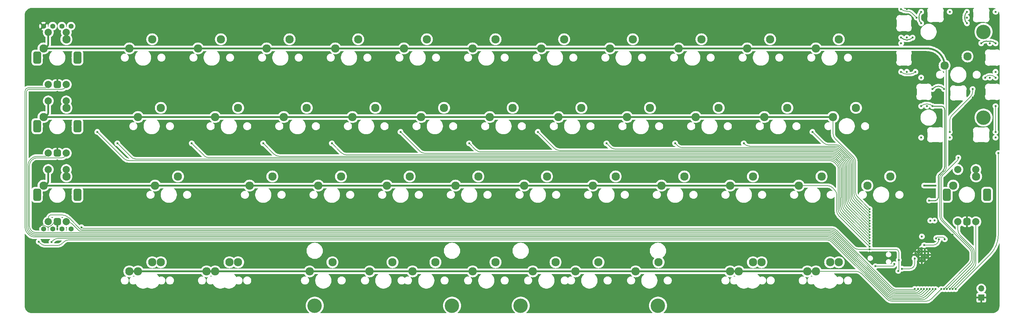
<source format=gbr>
%TF.GenerationSoftware,KiCad,Pcbnew,8.0.5*%
%TF.CreationDate,2024-11-01T20:21:53+01:00*%
%TF.ProjectId,eurovISOn,6575726f-7649-4534-9f6e-2e6b69636164,rev?*%
%TF.SameCoordinates,Original*%
%TF.FileFunction,Copper,L1,Top*%
%TF.FilePolarity,Positive*%
%FSLAX46Y46*%
G04 Gerber Fmt 4.6, Leading zero omitted, Abs format (unit mm)*
G04 Created by KiCad (PCBNEW 8.0.5) date 2024-11-01 20:21:53*
%MOMM*%
%LPD*%
G01*
G04 APERTURE LIST*
G04 Aperture macros list*
%AMRoundRect*
0 Rectangle with rounded corners*
0 $1 Rounding radius*
0 $2 $3 $4 $5 $6 $7 $8 $9 X,Y pos of 4 corners*
0 Add a 4 corners polygon primitive as box body*
4,1,4,$2,$3,$4,$5,$6,$7,$8,$9,$2,$3,0*
0 Add four circle primitives for the rounded corners*
1,1,$1+$1,$2,$3*
1,1,$1+$1,$4,$5*
1,1,$1+$1,$6,$7*
1,1,$1+$1,$8,$9*
0 Add four rect primitives between the rounded corners*
20,1,$1+$1,$2,$3,$4,$5,0*
20,1,$1+$1,$4,$5,$6,$7,0*
20,1,$1+$1,$6,$7,$8,$9,0*
20,1,$1+$1,$8,$9,$2,$3,0*%
G04 Aperture macros list end*
%TA.AperFunction,ComponentPad*%
%ADD10C,2.300000*%
%TD*%
%TA.AperFunction,ComponentPad*%
%ADD11C,1.397000*%
%TD*%
%TA.AperFunction,ComponentPad*%
%ADD12C,4.000000*%
%TD*%
%TA.AperFunction,ComponentPad*%
%ADD13C,2.000000*%
%TD*%
%TA.AperFunction,ComponentPad*%
%ADD14RoundRect,0.500000X0.500000X-0.500000X0.500000X0.500000X-0.500000X0.500000X-0.500000X-0.500000X0*%
%TD*%
%TA.AperFunction,ComponentPad*%
%ADD15RoundRect,0.550000X0.550000X-1.150000X0.550000X1.150000X-0.550000X1.150000X-0.550000X-1.150000X0*%
%TD*%
%TA.AperFunction,ComponentPad*%
%ADD16C,0.600000*%
%TD*%
%TA.AperFunction,ComponentPad*%
%ADD17R,1.700000X1.700000*%
%TD*%
%TA.AperFunction,ComponentPad*%
%ADD18O,1.700000X1.700000*%
%TD*%
%TA.AperFunction,ViaPad*%
%ADD19C,0.600000*%
%TD*%
%TA.AperFunction,Conductor*%
%ADD20C,0.200000*%
%TD*%
%TA.AperFunction,Conductor*%
%ADD21C,0.500000*%
%TD*%
%TA.AperFunction,Conductor*%
%ADD22C,0.350000*%
%TD*%
%TA.AperFunction,Conductor*%
%ADD23C,0.250000*%
%TD*%
G04 APERTURE END LIST*
D10*
%TO.P,MX49,1,1*%
%TO.N,ROW3*%
X108902500Y-91122500D03*
%TO.P,MX49,2,2*%
%TO.N,Net-(D42-K)*%
X115252500Y-88582500D03*
%TD*%
%TO.P,MX3,1,1*%
%TO.N,ROW0*%
X61277500Y-29210000D03*
%TO.P,MX3,2,2*%
%TO.N,Net-(D3-K)*%
X67627500Y-26670000D03*
%TD*%
%TO.P,MX18,1,1*%
%TO.N,ROW1*%
X104140000Y-48260000D03*
%TO.P,MX18,2,2*%
%TO.N,Net-(D18-K)*%
X110490000Y-45720000D03*
%TD*%
%TO.P,MX43,1,1*%
%TO.N,ROW3*%
X154146250Y-91122500D03*
%TO.P,MX43,2,2*%
%TO.N,Net-(D43-K)*%
X160496250Y-88582500D03*
%TD*%
%TO.P,MX12,1,1*%
%TO.N,ROW0*%
X232727500Y-29210000D03*
%TO.P,MX12,2,2*%
%TO.N,Net-(D12-K)*%
X239077500Y-26670000D03*
%TD*%
%TO.P,MX33,1,1*%
%TO.N,ROW2*%
X170815000Y-67310000D03*
%TO.P,MX33,2,2*%
%TO.N,Net-(D33-K)*%
X177165000Y-64770000D03*
%TD*%
%TO.P,MX4,1,1*%
%TO.N,ROW0*%
X80327500Y-29210000D03*
%TO.P,MX4,2,2*%
%TO.N,Net-(D4-K)*%
X86677500Y-26670000D03*
%TD*%
D11*
%TO.P,OL2,1,SDA*%
%TO.N,SDA*%
X18415000Y-79375000D03*
%TO.P,OL2,2,SCL*%
%TO.N,SCL*%
X20955000Y-79375000D03*
%TO.P,OL2,3,VCC*%
%TO.N,+3V3*%
X23495000Y-79375000D03*
%TO.P,OL2,4,GND*%
%TO.N,GND*%
X26035000Y-79375000D03*
%TD*%
D10*
%TO.P,MX51,1,1*%
%TO.N,ROW3*%
X208915000Y-91122500D03*
%TO.P,MX51,2,2*%
%TO.N,Net-(D45-K)*%
X215265000Y-88582500D03*
%TD*%
%TO.P,MX24,1,1*%
%TO.N,ROW1*%
X218440000Y-48260000D03*
%TO.P,MX24,2,2*%
%TO.N,Net-(D24-K)*%
X224790000Y-45720000D03*
%TD*%
%TO.P,MX13,1,1*%
%TO.N,ROW0*%
X268446250Y-33972500D03*
%TO.P,MX13,2,2*%
%TO.N,Net-(D13-K)*%
X274796250Y-31432500D03*
%TD*%
D12*
%TO.P,S1,*%
%TO.N,*%
X279241250Y-24606250D03*
X279241250Y-48418750D03*
%TD*%
D10*
%TO.P,MX48,1,1*%
%TO.N,ROW3*%
X63658750Y-91122500D03*
%TO.P,MX48,2,2*%
%TO.N,Net-(D40-K)*%
X70008750Y-88582500D03*
%TD*%
%TO.P,MX27,1,1*%
%TO.N,ROW2*%
X49371250Y-67310000D03*
%TO.P,MX27,2,2*%
%TO.N,Net-(D27-K)*%
X55721250Y-64770000D03*
%TD*%
D13*
%TO.P,SW3,A,A*%
%TO.N,rA*%
X19725000Y-39250000D03*
%TO.P,SW3,B,B*%
%TO.N,rB*%
X24725000Y-39250000D03*
D14*
%TO.P,SW3,C,C*%
%TO.N,GND*%
X22225000Y-39250000D03*
D15*
%TO.P,SW3,MP*%
%TO.N,N/C*%
X16625000Y-31750000D03*
X27825000Y-31750000D03*
D13*
%TO.P,SW3,S1,S1*%
%TO.N,r1*%
X24725000Y-24750000D03*
%TO.P,SW3,S2,S2*%
%TO.N,ROW0*%
X19725000Y-24750000D03*
%TD*%
D10*
%TO.P,MX38,1,1*%
%TO.N,ROW2*%
X270827500Y-67310000D03*
%TO.P,MX38,2,2*%
%TO.N,r4*%
X277177500Y-64770000D03*
%TD*%
D13*
%TO.P,SW6,A,A*%
%TO.N,rE*%
X19725000Y-77350000D03*
%TO.P,SW6,B,B*%
%TO.N,rF*%
X24725000Y-77350000D03*
D14*
%TO.P,SW6,C,C*%
%TO.N,GND*%
X22225000Y-77350000D03*
D15*
%TO.P,SW6,MP*%
%TO.N,N/C*%
X16625000Y-69850000D03*
X27825000Y-69850000D03*
D13*
%TO.P,SW6,S1,S1*%
%TO.N,r3*%
X24725000Y-62850000D03*
%TO.P,SW6,S2,S2*%
%TO.N,ROW2*%
X19725000Y-62850000D03*
%TD*%
D10*
%TO.P,MX34,1,1*%
%TO.N,ROW2*%
X189865000Y-67310000D03*
%TO.P,MX34,2,2*%
%TO.N,Net-(D34-K)*%
X196215000Y-64770000D03*
%TD*%
%TO.P,MX14,1,1*%
%TO.N,ROW1*%
X18415000Y-48260000D03*
%TO.P,MX14,2,2*%
%TO.N,r2*%
X24765000Y-45720000D03*
%TD*%
%TO.P,MX2,1,1*%
%TO.N,ROW0*%
X42227500Y-29210000D03*
%TO.P,MX2,2,2*%
%TO.N,Net-(D2-K)*%
X48577500Y-26670000D03*
%TD*%
%TO.P,MX52,1,1*%
%TO.N,ROW3*%
X230346250Y-91122500D03*
%TO.P,MX52,2,2*%
%TO.N,Net-(D46-K)*%
X236696250Y-88582500D03*
%TD*%
D12*
%TO.P,S3,*%
%TO.N,*%
X188912500Y-100647500D03*
X150812500Y-100647500D03*
%TD*%
D10*
%TO.P,MX53,1,1*%
%TO.N,ROW3*%
X166052500Y-91122500D03*
%TO.P,MX53,2,2*%
%TO.N,Net-(D43-K)*%
X172402500Y-88582500D03*
%TD*%
%TO.P,MX23,1,1*%
%TO.N,ROW1*%
X199390000Y-48260000D03*
%TO.P,MX23,2,2*%
%TO.N,Net-(D23-K)*%
X205740000Y-45720000D03*
%TD*%
%TO.P,MX47,1,1*%
%TO.N,ROW3*%
X42227500Y-91122500D03*
%TO.P,MX47,2,2*%
%TO.N,Net-(D39-K)*%
X48577500Y-88582500D03*
%TD*%
%TO.P,MX31,1,1*%
%TO.N,ROW2*%
X132715000Y-67310000D03*
%TO.P,MX31,2,2*%
%TO.N,Net-(D31-K)*%
X139065000Y-64770000D03*
%TD*%
D13*
%TO.P,SW4,A,A*%
%TO.N,rC*%
X19725000Y-58300000D03*
%TO.P,SW4,B,B*%
%TO.N,rD*%
X24725000Y-58300000D03*
D14*
%TO.P,SW4,C,C*%
%TO.N,GND*%
X22225000Y-58300000D03*
D15*
%TO.P,SW4,MP*%
%TO.N,N/C*%
X16625000Y-50800000D03*
X27825000Y-50800000D03*
D13*
%TO.P,SW4,S1,S1*%
%TO.N,r2*%
X24725000Y-43800000D03*
%TO.P,SW4,S2,S2*%
%TO.N,ROW1*%
X19725000Y-43800000D03*
%TD*%
D10*
%TO.P,MX11,1,1*%
%TO.N,ROW0*%
X213677500Y-29210000D03*
%TO.P,MX11,2,2*%
%TO.N,Net-(D11-K)*%
X220027500Y-26670000D03*
%TD*%
%TO.P,MX40,1,1*%
%TO.N,ROW3*%
X66040000Y-91122500D03*
%TO.P,MX40,2,2*%
%TO.N,Net-(D40-K)*%
X72390000Y-88582500D03*
%TD*%
%TO.P,MX42,1,1*%
%TO.N,ROW3*%
X120808750Y-91122500D03*
%TO.P,MX42,2,2*%
%TO.N,Net-(D42-K)*%
X127158750Y-88582500D03*
%TD*%
%TO.P,MX50,1,1*%
%TO.N,ROW3*%
X137477500Y-91122500D03*
%TO.P,MX50,2,2*%
%TO.N,Net-(D43-K)*%
X143827500Y-88582500D03*
%TD*%
%TO.P,MX5,1,1*%
%TO.N,ROW0*%
X99377500Y-29210000D03*
%TO.P,MX5,2,2*%
%TO.N,Net-(D5-K)*%
X105727500Y-26670000D03*
%TD*%
%TO.P,MX17,1,1*%
%TO.N,ROW1*%
X85090000Y-48260000D03*
%TO.P,MX17,2,2*%
%TO.N,Net-(D17-K)*%
X91440000Y-45720000D03*
%TD*%
%TO.P,MX9,1,1*%
%TO.N,ROW0*%
X175577500Y-29210000D03*
%TO.P,MX9,2,2*%
%TO.N,Net-(D9-K)*%
X181927500Y-26670000D03*
%TD*%
%TO.P,MX16,1,1*%
%TO.N,ROW1*%
X66040000Y-48260000D03*
%TO.P,MX16,2,2*%
%TO.N,Net-(D16-K)*%
X72390000Y-45720000D03*
%TD*%
%TO.P,MX37,1,1*%
%TO.N,ROW2*%
X247015000Y-67310000D03*
%TO.P,MX37,2,2*%
%TO.N,Net-(D37-K)*%
X253365000Y-64770000D03*
%TD*%
%TO.P,MX25,1,1*%
%TO.N,ROW1*%
X237490000Y-48260000D03*
%TO.P,MX25,2,2*%
%TO.N,Net-(D25-K)*%
X243840000Y-45720000D03*
%TD*%
D12*
%TO.P,S2,*%
%TO.N,*%
X131762500Y-100647500D03*
X93662500Y-100647500D03*
%TD*%
D10*
%TO.P,MX28,1,1*%
%TO.N,ROW2*%
X75565000Y-67310000D03*
%TO.P,MX28,2,2*%
%TO.N,Net-(D28-K)*%
X81915000Y-64770000D03*
%TD*%
%TO.P,MX39,1,1*%
%TO.N,ROW3*%
X44608750Y-91122500D03*
%TO.P,MX39,2,2*%
%TO.N,Net-(D39-K)*%
X50958750Y-88582500D03*
%TD*%
%TO.P,MX26,1,1*%
%TO.N,ROW2*%
X18415000Y-67310000D03*
%TO.P,MX26,2,2*%
%TO.N,r3*%
X24765000Y-64770000D03*
%TD*%
D11*
%TO.P,OL1,1,SDA*%
%TO.N,SDA*%
X26035000Y-23018750D03*
%TO.P,OL1,2,SCL*%
%TO.N,SCL*%
X23495000Y-23018750D03*
%TO.P,OL1,3,VCC*%
%TO.N,+3V3*%
X20955000Y-23018750D03*
%TO.P,OL1,4,GND*%
%TO.N,GND*%
X18415000Y-23018750D03*
%TD*%
D12*
%TO.P,S4,*%
%TO.N,*%
X188912500Y-100647500D03*
X93662500Y-100647500D03*
%TD*%
D10*
%TO.P,MX22,1,1*%
%TO.N,ROW1*%
X180340000Y-48260000D03*
%TO.P,MX22,2,2*%
%TO.N,Net-(D22-K)*%
X186690000Y-45720000D03*
%TD*%
%TO.P,MX36,1,1*%
%TO.N,ROW2*%
X227965000Y-67310000D03*
%TO.P,MX36,2,2*%
%TO.N,Net-(D36-K)*%
X234315000Y-64770000D03*
%TD*%
%TO.P,MX8,1,1*%
%TO.N,ROW0*%
X156527500Y-29210000D03*
%TO.P,MX8,2,2*%
%TO.N,Net-(D8-K)*%
X162877500Y-26670000D03*
%TD*%
%TO.P,MX10,1,1*%
%TO.N,ROW0*%
X194627500Y-29210000D03*
%TO.P,MX10,2,2*%
%TO.N,Net-(D10-K)*%
X200977500Y-26670000D03*
%TD*%
%TO.P,MX44,1,1*%
%TO.N,ROW3*%
X182721250Y-91122500D03*
%TO.P,MX44,2,2*%
%TO.N,Net-(D44-K)*%
X189071250Y-88582500D03*
%TD*%
%TO.P,MX32,1,1*%
%TO.N,ROW2*%
X151765000Y-67310000D03*
%TO.P,MX32,2,2*%
%TO.N,Net-(D32-K)*%
X158115000Y-64770000D03*
%TD*%
%TO.P,MX45,1,1*%
%TO.N,ROW3*%
X211296250Y-91122500D03*
%TO.P,MX45,2,2*%
%TO.N,Net-(D45-K)*%
X217646250Y-88582500D03*
%TD*%
%TO.P,MX41,1,1*%
%TO.N,ROW3*%
X92233750Y-91122500D03*
%TO.P,MX41,2,2*%
%TO.N,Net-(D41-K)*%
X98583750Y-88582500D03*
%TD*%
%TO.P,MX46,1,1*%
%TO.N,ROW3*%
X232727500Y-91122500D03*
%TO.P,MX46,2,2*%
%TO.N,Net-(D46-K)*%
X239077500Y-88582500D03*
%TD*%
%TO.P,MX35,1,1*%
%TO.N,ROW2*%
X208915000Y-67310000D03*
%TO.P,MX35,2,2*%
%TO.N,Net-(D35-K)*%
X215265000Y-64770000D03*
%TD*%
%TO.P,MX21,1,1*%
%TO.N,ROW1*%
X161290000Y-48260000D03*
%TO.P,MX21,2,2*%
%TO.N,Net-(D21-K)*%
X167640000Y-45720000D03*
%TD*%
%TO.P,MX20,1,1*%
%TO.N,ROW1*%
X142240000Y-48260000D03*
%TO.P,MX20,2,2*%
%TO.N,Net-(D20-K)*%
X148590000Y-45720000D03*
%TD*%
%TO.P,MX15,1,1*%
%TO.N,ROW1*%
X44608750Y-48260000D03*
%TO.P,MX15,2,2*%
%TO.N,Net-(D15-K)*%
X50958750Y-45720000D03*
%TD*%
%TO.P,MX29,1,1*%
%TO.N,ROW2*%
X94615000Y-67310000D03*
%TO.P,MX29,2,2*%
%TO.N,Net-(D29-K)*%
X100965000Y-64770000D03*
%TD*%
%TO.P,MX30,1,1*%
%TO.N,ROW2*%
X113665000Y-67310000D03*
%TO.P,MX30,2,2*%
%TO.N,Net-(D30-K)*%
X120015000Y-64770000D03*
%TD*%
%TO.P,MX1,1,1*%
%TO.N,ROW0*%
X18415000Y-29210000D03*
%TO.P,MX1,2,2*%
%TO.N,r1*%
X24765000Y-26670000D03*
%TD*%
D13*
%TO.P,SW5,A,A*%
%TO.N,rG*%
X272137500Y-77350000D03*
%TO.P,SW5,B,B*%
%TO.N,rH*%
X277137500Y-77350000D03*
D14*
%TO.P,SW5,C,C*%
%TO.N,GND*%
X274637500Y-77350000D03*
D15*
%TO.P,SW5,MP*%
%TO.N,N/C*%
X269037500Y-69850000D03*
X280237500Y-69850000D03*
D13*
%TO.P,SW5,S1,S1*%
%TO.N,r4*%
X277137500Y-62850000D03*
%TO.P,SW5,S2,S2*%
%TO.N,ROW2*%
X272137500Y-62850000D03*
%TD*%
D10*
%TO.P,MX19,1,1*%
%TO.N,ROW1*%
X123190000Y-48260000D03*
%TO.P,MX19,2,2*%
%TO.N,Net-(D19-K)*%
X129540000Y-45720000D03*
%TD*%
%TO.P,MX6,1,1*%
%TO.N,ROW0*%
X118427500Y-29210000D03*
%TO.P,MX6,2,2*%
%TO.N,Net-(D6-K)*%
X124777500Y-26670000D03*
%TD*%
%TO.P,MX7,1,1*%
%TO.N,ROW0*%
X137477500Y-29210000D03*
%TO.P,MX7,2,2*%
%TO.N,Net-(D7-K)*%
X143827500Y-26670000D03*
%TD*%
D16*
%TO.P,U3,57,GND*%
%TO.N,GND*%
X262093750Y-88321872D03*
X262995311Y-87420311D03*
X263896872Y-86518750D03*
X261192189Y-87420311D03*
X262093750Y-86518750D03*
X262995311Y-85617189D03*
X260290628Y-86518750D03*
X261192189Y-85617189D03*
X262093750Y-84715628D03*
%TD*%
D17*
%TO.P,SW2,1,1*%
%TO.N,GND*%
X278606250Y-98425000D03*
D18*
%TO.P,SW2,2,2*%
%TO.N,/~{USB_BOOT}*%
X278606250Y-95885000D03*
%TD*%
D19*
%TO.N,ROW0*%
X268293753Y-96043750D03*
%TO.N,ROW1*%
X247650000Y-73818750D03*
%TO.N,ROW2*%
X262775000Y-67310192D03*
X265906250Y-67310000D03*
X247650000Y-84218789D03*
%TO.N,ROW3*%
X267493750Y-96043750D03*
%TO.N,COL0*%
X33337500Y-52387500D03*
X247650000Y-83418786D03*
%TO.N,COL1*%
X38893750Y-55562500D03*
X247650000Y-82618783D03*
%TO.N,COL2*%
X59531250Y-55562500D03*
X247650000Y-81818780D03*
%TO.N,COL3*%
X79375000Y-55562500D03*
X247650000Y-81018777D03*
%TO.N,COL4*%
X98425000Y-55562500D03*
X247650000Y-80218774D03*
%TO.N,COL5*%
X247650000Y-79418771D03*
X117475000Y-52387500D03*
%TO.N,COL6*%
X136525000Y-55562500D03*
X247650000Y-78618768D03*
%TO.N,COL8*%
X247650000Y-77018762D03*
X174625000Y-55562500D03*
%TO.N,COL9*%
X193675000Y-55562500D03*
X247650000Y-76218759D03*
%TO.N,COL10*%
X247650000Y-75418756D03*
X212725000Y-55562500D03*
%TO.N,COL11*%
X231775000Y-52387500D03*
X247650000Y-74618753D03*
%TO.N,COL12*%
X272256250Y-59531250D03*
X269093756Y-96043750D03*
%TO.N,SDA*%
X17079344Y-82898567D03*
X265937515Y-96043750D03*
%TO.N,GND*%
X22225000Y-79375000D03*
X250825000Y-36512500D03*
X247650000Y-85818795D03*
X250825000Y-42862500D03*
X22225000Y-60325000D03*
X255155362Y-81387952D03*
X281173876Y-58283311D03*
X263965888Y-74963772D03*
X261509393Y-69811321D03*
X281324918Y-21644718D03*
X269875000Y-20637500D03*
X278606250Y-100012500D03*
X258780862Y-79094965D03*
X270668750Y-80962500D03*
X272256250Y-84137500D03*
X269097690Y-80561113D03*
X276225000Y-42862500D03*
X257968750Y-27781250D03*
X274637500Y-79375000D03*
X17462500Y-24606250D03*
X263959001Y-75941597D03*
X261937500Y-52387500D03*
X280987500Y-45243750D03*
X252406533Y-91854460D03*
X266711834Y-94465558D03*
X276225000Y-50800000D03*
X263525000Y-37306250D03*
X251618750Y-85818795D03*
X17462500Y-78581250D03*
X253209745Y-92554380D03*
X280987500Y-35718750D03*
X269433897Y-89086067D03*
X257968750Y-18262500D03*
X259630148Y-78397174D03*
X263023373Y-77371323D03*
X268321421Y-79762470D03*
X262100636Y-77323121D03*
X258514600Y-91608594D03*
X254793750Y-37306250D03*
X262809382Y-73314216D03*
X277518693Y-58774225D03*
X22225000Y-41275000D03*
%TO.N,+3V3*%
X262140130Y-81444781D03*
X255730065Y-87980606D03*
X266107492Y-81938263D03*
X255587500Y-91000296D03*
X268493780Y-82206634D03*
X28950045Y-78888037D03*
X247650000Y-85018792D03*
%TO.N,rA*%
X264337509Y-96043750D03*
%TO.N,rB*%
X263537506Y-96043750D03*
%TO.N,rD*%
X261937500Y-96043750D03*
%TO.N,rC*%
X262737503Y-96043750D03*
%TO.N,rF*%
X261113234Y-96019487D03*
%TO.N,rE*%
X260156250Y-96009514D03*
%TO.N,rG*%
X269893759Y-96043750D03*
%TO.N,rH*%
X270693762Y-96043750D03*
%TO.N,+1V1*%
X266861135Y-82206634D03*
X262774415Y-83841397D03*
X260133825Y-87528675D03*
X256582814Y-90397898D03*
%TO.N,+5V*%
X256381250Y-26193750D03*
X269875000Y-53975000D03*
X265112500Y-40481250D03*
X261937500Y-19050000D03*
X261937500Y-22225000D03*
X274637500Y-22225000D03*
X259556250Y-26193750D03*
X261937500Y-45243750D03*
X282575000Y-27781250D03*
X265112500Y-45243750D03*
X268287500Y-40481250D03*
X282575000Y-37306250D03*
X279708358Y-37306250D03*
X282575000Y-53975000D03*
X274637500Y-19050000D03*
X264165020Y-71437500D03*
X260350000Y-35718750D03*
X278606250Y-27781250D03*
X256381250Y-35718750D03*
%TO.N,SWD*%
X249237500Y-89693750D03*
X254501856Y-89093750D03*
%TO.N,D_P*%
X265662500Y-76993750D03*
%TO.N,D_N*%
X264476242Y-77014408D03*
%TO.N,COL7*%
X155575000Y-52387500D03*
X247650000Y-77818765D03*
%TO.N,SCL*%
X265137512Y-96043750D03*
X20637500Y-82943750D03*
%TO.N,RGB MCU*%
X271493765Y-96043750D03*
X283362500Y-58294739D03*
%TO.N,Net-(LED1-DOUT)*%
X282575000Y-45243750D03*
X282575000Y-52387500D03*
%TO.N,Net-(LED2-DOUT)*%
X280987500Y-37306250D03*
X282575000Y-35718750D03*
%TO.N,Net-(LED3-DOUT)*%
X282575000Y-19050000D03*
X280987500Y-27781250D03*
%TO.N,Net-(LED4-DOUT)*%
X269875000Y-19050000D03*
X274637500Y-20637500D03*
%TO.N,Net-(LED5-DOUT)*%
X260687500Y-20637500D03*
X256381250Y-18262500D03*
%TO.N,Net-(LED6-DOUT)*%
X256381250Y-27781250D03*
X257968750Y-26193750D03*
%TO.N,Net-(LED7-DOUT)*%
X257968750Y-35718750D03*
X261937500Y-37306250D03*
%TO.N,Net-(LED8-DOUT)*%
X261937500Y-53975000D03*
X263525000Y-45243750D03*
%TO.N,Net-(LED10-DIN)*%
X269875000Y-52387500D03*
X276225000Y-40481250D03*
%TD*%
D20*
%TO.N,ROW0*%
X267093750Y-75710544D02*
X267093750Y-65087500D01*
X267372173Y-64415326D02*
X267493750Y-64293750D01*
X268293753Y-96043750D02*
X268293753Y-95995224D01*
X275937500Y-87523049D02*
X275937500Y-86211148D01*
X267493748Y-64293752D02*
X267493748Y-64293751D01*
X268887500Y-62338773D02*
X268887500Y-34413750D01*
X267493748Y-64293751D02*
X268490653Y-63296846D01*
D21*
X263659897Y-29186147D02*
X232751353Y-29186147D01*
X42227500Y-29210000D02*
X18415000Y-29210000D01*
X263683750Y-29210000D02*
X263659897Y-29186147D01*
D20*
X267493750Y-64293750D02*
X267493748Y-64293752D01*
D21*
X232727500Y-29210000D02*
X42227500Y-29210000D01*
D20*
X268293753Y-95995224D02*
X275351714Y-88937262D01*
X268887500Y-34413750D02*
X268446250Y-33972500D01*
D21*
X19725000Y-27900000D02*
X19725000Y-24750000D01*
D20*
X275351714Y-84796935D02*
X267679537Y-77124758D01*
D21*
X232751353Y-29186147D02*
X232727500Y-29210000D01*
D20*
X275937500Y-86211148D02*
G75*
G03*
X275351738Y-84796911I-2000000J48D01*
G01*
D21*
X18415000Y-29210000D02*
G75*
G03*
X19725000Y-27900000I0J1310000D01*
G01*
D20*
X275351714Y-88937262D02*
G75*
G03*
X275937535Y-87523049I-1414214J1414262D01*
G01*
X268490653Y-63296846D02*
G75*
G03*
X268887487Y-62338773I-958053J958046D01*
G01*
X267093750Y-65087500D02*
G75*
G02*
X267372162Y-64415315I950650J0D01*
G01*
D21*
X268446250Y-33972500D02*
G75*
G03*
X263683750Y-29209950I-4762550J0D01*
G01*
D20*
X267679537Y-77124758D02*
G75*
G02*
X267093704Y-75710544I1414163J1414258D01*
G01*
D21*
%TO.N,ROW1*%
X44608750Y-48260000D02*
X237490000Y-48260000D01*
X44608750Y-48260000D02*
X18415000Y-48260000D01*
D20*
X243718750Y-60752697D02*
X243718750Y-69059073D01*
X238075787Y-54281307D02*
X243132964Y-59338484D01*
D21*
X19725000Y-46950000D02*
X19725000Y-43800000D01*
D20*
X237490000Y-48260000D02*
X237490000Y-52867093D01*
X244304537Y-70473287D02*
X247650000Y-73818750D01*
X237490000Y-52867093D02*
G75*
G03*
X238075783Y-54281311I2000000J-7D01*
G01*
X243132964Y-59338484D02*
G75*
G02*
X243718767Y-60752697I-1414164J-1414216D01*
G01*
D21*
X18415000Y-48260000D02*
G75*
G03*
X19725000Y-46950000I0J1310000D01*
G01*
D20*
X244304537Y-70473287D02*
G75*
G02*
X243718755Y-69059073I1414163J1414187D01*
G01*
%TO.N,ROW2*%
X239098287Y-75715602D02*
X247601474Y-84218789D01*
D21*
X265906250Y-67310000D02*
X264226979Y-67310000D01*
X262775000Y-67310192D02*
X264226787Y-67310192D01*
D20*
X227965000Y-67310000D02*
X235937823Y-67310000D01*
X238512500Y-69884677D02*
X238512500Y-74301388D01*
D21*
X19725000Y-66000000D02*
X19725000Y-62850000D01*
X264226787Y-67310192D02*
X264226979Y-67310000D01*
D20*
X247601474Y-84218789D02*
X247650000Y-84218789D01*
X237352037Y-67895787D02*
X237926714Y-68470464D01*
D21*
X18415000Y-67310000D02*
X49371250Y-67310000D01*
X49371250Y-67310000D02*
X227806250Y-67310000D01*
D20*
X235937823Y-67310000D02*
G75*
G02*
X237352026Y-67895798I-23J-2000000D01*
G01*
X238512500Y-69884677D02*
G75*
G03*
X237926703Y-68470475I-2000000J-23D01*
G01*
D21*
X18415000Y-67310000D02*
G75*
G03*
X19725000Y-66000000I0J1310000D01*
G01*
D20*
X239098287Y-75715602D02*
G75*
G02*
X238512509Y-74301388I1414213J1414202D01*
G01*
%TO.N,ROW3*%
X264713773Y-98823727D02*
X267493750Y-96043750D01*
X232727500Y-91122500D02*
X243894649Y-91122500D01*
D21*
X42227500Y-91122500D02*
X232727500Y-91122500D01*
D20*
X245308863Y-91708287D02*
X252424304Y-98823728D01*
X253838517Y-99409514D02*
X263299559Y-99409514D01*
X243894649Y-91122500D02*
G75*
G02*
X245308839Y-91708311I-49J-2000000D01*
G01*
X263299559Y-99409514D02*
G75*
G03*
X264713796Y-98823750I41J2000014D01*
G01*
X252424304Y-98823728D02*
G75*
G03*
X253838517Y-99409498I1414196J1414228D01*
G01*
%TO.N,COL0*%
X238517245Y-61520234D02*
X238646183Y-61688269D01*
X238125000Y-61118750D02*
X238131533Y-61134522D01*
X238750603Y-61869132D02*
X238830514Y-62062060D01*
X238646183Y-61688269D02*
X238750603Y-61869132D01*
X238131533Y-61134522D02*
X238517245Y-61520234D01*
X238830514Y-62062060D02*
X238884560Y-62263773D01*
X237948287Y-60942037D02*
X238125000Y-61118750D01*
X42134677Y-60356250D02*
X236534073Y-60356250D01*
X247526438Y-83343750D02*
X247574964Y-83343750D01*
X238884560Y-62263773D02*
X238912207Y-62473797D01*
X238912500Y-62493631D02*
X238912500Y-73901385D01*
X238912207Y-62473797D02*
X238912500Y-62493631D01*
X33337500Y-52387500D02*
X40720464Y-59770464D01*
X239498287Y-75315599D02*
X247526438Y-83343750D01*
X247574964Y-83343750D02*
X247650000Y-83418786D01*
X238912500Y-73901385D02*
G75*
G03*
X239498279Y-75315607I2000000J-15D01*
G01*
X40720464Y-59770464D02*
G75*
G03*
X42134677Y-60356281I1414236J1414164D01*
G01*
X236534073Y-60356250D02*
G75*
G02*
X237948290Y-60942034I27J-1999950D01*
G01*
%TO.N,COL1*%
X247601474Y-82618783D02*
X247650000Y-82618783D01*
X239312500Y-64300000D02*
X239312500Y-73501382D01*
X42701713Y-59370463D02*
X38893750Y-55562500D01*
X238113973Y-60542037D02*
X238732964Y-61161028D01*
X239898287Y-74915596D02*
X247601474Y-82618783D01*
X239318750Y-64293750D02*
X239312500Y-64300000D01*
X44115927Y-59956250D02*
X236699759Y-59956250D01*
X239318750Y-62575241D02*
X239318750Y-64293750D01*
X239318750Y-62575241D02*
G75*
G03*
X238732974Y-61161018I-1999950J41D01*
G01*
X239312500Y-73501382D02*
G75*
G03*
X239898278Y-74915605I2000000J-18D01*
G01*
X42701713Y-59370463D02*
G75*
G03*
X44115927Y-59956245I1414187J1414163D01*
G01*
X236699759Y-59956250D02*
G75*
G02*
X238113983Y-60542027I41J-1999950D01*
G01*
%TO.N,COL2*%
X238279659Y-60142037D02*
X239132964Y-60995342D01*
X247601474Y-81818780D02*
X247650000Y-81818780D01*
X64353427Y-59556250D02*
X236865445Y-59556250D01*
X239718750Y-62409555D02*
X239718750Y-70637500D01*
X59531250Y-55562500D02*
X62939214Y-58970464D01*
X239718750Y-70637500D02*
X239712500Y-70643750D01*
X240298287Y-74515593D02*
X247601474Y-81818780D01*
X239712500Y-70643750D02*
X239712500Y-73101379D01*
X239132964Y-60995342D02*
G75*
G02*
X239718796Y-62409555I-1414164J-1414258D01*
G01*
X239712500Y-73101379D02*
G75*
G03*
X240298276Y-74515604I2000000J-21D01*
G01*
X62939214Y-58970464D02*
G75*
G03*
X64353427Y-59556245I1414186J1414164D01*
G01*
X238279659Y-60142037D02*
G75*
G03*
X236865445Y-59556204I-1414259J-1414163D01*
G01*
%TO.N,COL3*%
X240118750Y-62243869D02*
X240118750Y-72707626D01*
X79375000Y-55562500D02*
X82382964Y-58570464D01*
X83797177Y-59156250D02*
X237031131Y-59156250D01*
X238445345Y-59742037D02*
X239532964Y-60829656D01*
X247601474Y-81018777D02*
X247650000Y-81018777D01*
X240704537Y-74121840D02*
X247601474Y-81018777D01*
X240118750Y-62243869D02*
G75*
G03*
X239532938Y-60829682I-1999950J-31D01*
G01*
X82382964Y-58570464D02*
G75*
G03*
X83797177Y-59156281I1414236J1414164D01*
G01*
X237031131Y-59156250D02*
G75*
G02*
X238445319Y-59742063I-31J-1999950D01*
G01*
X240704537Y-74121840D02*
G75*
G02*
X240118717Y-72707626I1414163J1414240D01*
G01*
%TO.N,COL4*%
X102447177Y-58756250D02*
X237196817Y-58756250D01*
X238611031Y-59342037D02*
X239932964Y-60663970D01*
X240518750Y-62078183D02*
X240518750Y-72307623D01*
X247601474Y-80218774D02*
X247650000Y-80218774D01*
X98425000Y-55562500D02*
X101032964Y-58170464D01*
X241104537Y-73721837D02*
X247601474Y-80218774D01*
X241104537Y-73721837D02*
G75*
G02*
X240518719Y-72307623I1414163J1414237D01*
G01*
X239932964Y-60663970D02*
G75*
G02*
X240518777Y-62078183I-1414164J-1414230D01*
G01*
X237196817Y-58756250D02*
G75*
G02*
X238611012Y-59342056I-17J-1999950D01*
G01*
X102447177Y-58756250D02*
G75*
G02*
X101032986Y-58170442I23J1999950D01*
G01*
%TO.N,COL5*%
X247601474Y-79418771D02*
X247650000Y-79418771D01*
X117475000Y-52387500D02*
X122857964Y-57770464D01*
X124272177Y-58356250D02*
X237362503Y-58356250D01*
X238776717Y-58942037D02*
X240332964Y-60498284D01*
X240918750Y-61912497D02*
X240918750Y-71907620D01*
X241504537Y-73321834D02*
X247601474Y-79418771D01*
X237362503Y-58356250D02*
G75*
G02*
X238776705Y-58942049I-3J-1999950D01*
G01*
X240918750Y-61912497D02*
G75*
G03*
X240332952Y-60498296I-1999950J-3D01*
G01*
X124272177Y-58356250D02*
G75*
G02*
X122857986Y-57770442I23J1999950D01*
G01*
X240918750Y-71907620D02*
G75*
G03*
X241504557Y-73321814I1999950J20D01*
G01*
%TO.N,COL6*%
X136525000Y-55562500D02*
X138332964Y-57370464D01*
X241904537Y-72921831D02*
X247601474Y-78618768D01*
X139747177Y-57956250D02*
X237528189Y-57956250D01*
X241318750Y-61746811D02*
X241318750Y-71507617D01*
X238942403Y-58542037D02*
X240732964Y-60332598D01*
X247601474Y-78618768D02*
X247650000Y-78618768D01*
X139747177Y-57956250D02*
G75*
G02*
X138332986Y-57370442I23J1999950D01*
G01*
X237528189Y-57956250D02*
G75*
G02*
X238942398Y-58542042I11J-1999950D01*
G01*
X240732964Y-60332598D02*
G75*
G02*
X241318757Y-61746811I-1414164J-1414202D01*
G01*
X241318750Y-71507617D02*
G75*
G03*
X241904556Y-72921812I1999950J17D01*
G01*
%TO.N,COL8*%
X241181495Y-59649759D02*
X241532963Y-60001227D01*
X247601474Y-77018762D02*
X247650000Y-77018762D01*
X174625000Y-55562500D02*
X175632964Y-56570464D01*
X242118750Y-61415441D02*
X242118750Y-70707611D01*
X240947183Y-59415445D02*
X241181488Y-59649752D01*
X177047177Y-57156250D02*
X237859561Y-57156250D01*
X242704537Y-72121825D02*
X247601474Y-77018762D01*
X239273775Y-57742037D02*
X240947177Y-59415439D01*
X237859561Y-57156250D02*
G75*
G02*
X239273784Y-57742028I39J-1999950D01*
G01*
X175632964Y-56570464D02*
G75*
G03*
X177047177Y-57156281I1414236J1414164D01*
G01*
X240947183Y-59415445D02*
X240947177Y-59415439D01*
X242704537Y-72121825D02*
G75*
G02*
X242118728Y-70707611I1414163J1414225D01*
G01*
X241181488Y-59649752D02*
X241181495Y-59649759D01*
X242118750Y-61415441D02*
G75*
G03*
X241532973Y-60001217I-1999950J41D01*
G01*
%TO.N,COL9*%
X242518750Y-61249754D02*
X242518750Y-70307608D01*
X193675000Y-55562500D02*
X194282964Y-56170464D01*
X243104537Y-71721822D02*
X247601474Y-76218759D01*
X195697177Y-56756250D02*
X238025247Y-56756250D01*
X247601474Y-76218759D02*
X247650000Y-76218759D01*
X239439461Y-57342037D02*
X241932964Y-59835541D01*
X194282964Y-56170464D02*
G75*
G03*
X195697177Y-56756281I1414236J1414164D01*
G01*
X242518750Y-61249754D02*
G75*
G03*
X241932931Y-59835574I-1999950J-46D01*
G01*
X242518750Y-70307608D02*
G75*
G03*
X243104551Y-71721808I1999950J8D01*
G01*
X238025247Y-56756250D02*
G75*
G02*
X239439427Y-57342071I-47J-1999950D01*
G01*
%TO.N,COL10*%
X239526046Y-56862937D02*
X242332964Y-59669856D01*
X243504537Y-71321819D02*
X247601474Y-75418756D01*
X214347177Y-56356250D02*
X238302871Y-56356250D01*
X247601474Y-75418756D02*
X247650000Y-75418756D01*
X242918750Y-61084069D02*
X242918750Y-69907605D01*
X212725000Y-55562500D02*
X212932964Y-55770464D01*
X212932964Y-55770464D02*
G75*
G03*
X214347177Y-56356281I1414236J1414164D01*
G01*
X242918750Y-69907605D02*
G75*
G03*
X243504550Y-71321806I1999950J5D01*
G01*
X238302871Y-56356250D02*
G75*
G02*
X239526059Y-56862924I29J-1729750D01*
G01*
X242332964Y-59669856D02*
G75*
G02*
X242918786Y-61084069I-1414164J-1414244D01*
G01*
%TO.N,COL11*%
X238125000Y-55956250D02*
X238130031Y-55954166D01*
X238130031Y-55954166D02*
X238351585Y-55954166D01*
X238125000Y-55956250D02*
X238356617Y-55956250D01*
X247601474Y-74618753D02*
X247650000Y-74618753D01*
X243904537Y-70921816D02*
X247601474Y-74618753D01*
X231775000Y-52387500D02*
X234757964Y-55370464D01*
X236172177Y-55956250D02*
X238125000Y-55956250D01*
X239770831Y-56542037D02*
X242732964Y-59504170D01*
X243318750Y-60918383D02*
X243318750Y-69507602D01*
X236172177Y-55956250D02*
G75*
G02*
X234757986Y-55370442I23J1999950D01*
G01*
X238351585Y-55954166D02*
G75*
G02*
X239770842Y-56542026I15J-2007134D01*
G01*
X242732964Y-59504170D02*
G75*
G02*
X243318777Y-60918383I-1414164J-1414230D01*
G01*
X243904537Y-70921816D02*
G75*
G02*
X243318734Y-69507602I1414163J1414216D01*
G01*
%TO.N,COL12*%
X268570343Y-63782842D02*
X271348468Y-61004718D01*
X268570343Y-63782842D02*
X268570342Y-63782842D01*
X276337500Y-86045462D02*
X276337500Y-87923053D01*
X269093756Y-95995224D02*
X269093756Y-96043750D01*
X275751713Y-89337267D02*
X269093756Y-95995224D01*
X268570342Y-63782842D02*
X267803986Y-64549198D01*
X267493750Y-65298175D02*
X267493750Y-75544858D01*
X268079537Y-76959072D02*
X275751714Y-84631249D01*
X271348468Y-61004718D02*
X271856249Y-60496937D01*
X268079537Y-76959072D02*
G75*
G02*
X267493765Y-75544858I1414163J1414172D01*
G01*
X271856249Y-60496937D02*
G75*
G03*
X272256296Y-59531250I-965649J965737D01*
G01*
X276337500Y-87923053D02*
G75*
G02*
X275751737Y-89337291I-2000000J-47D01*
G01*
X276337500Y-86045462D02*
G75*
G03*
X275751695Y-84631268I-2000000J-38D01*
G01*
X267493750Y-65298175D02*
G75*
G02*
X267803991Y-64549203I1059250J-25D01*
G01*
%TO.N,SDA*%
X25417427Y-82373500D02*
X235711335Y-82373500D01*
X18952954Y-83943750D02*
X22190323Y-83943750D01*
X23604537Y-83357963D02*
X24003214Y-82959286D01*
X237125549Y-82959287D02*
X252589990Y-98423728D01*
X265937515Y-96092276D02*
X265937515Y-96043750D01*
X254004203Y-99009514D02*
X262191850Y-99009514D01*
X263606064Y-98423727D02*
X265937515Y-96092276D01*
X17079344Y-82898567D02*
X17538741Y-83357964D01*
X22190323Y-83943750D02*
G75*
G03*
X23604515Y-83357941I-23J1999950D01*
G01*
X18952954Y-83943750D02*
G75*
G02*
X17538774Y-83357931I46J1999950D01*
G01*
X237125549Y-82959287D02*
G75*
G03*
X235711335Y-82373475I-1414249J-1414213D01*
G01*
X263606064Y-98423727D02*
G75*
G02*
X262191850Y-99009474I-1414164J1414227D01*
G01*
X24003214Y-82959286D02*
G75*
G02*
X25417427Y-82373519I1414186J-1414214D01*
G01*
X252589990Y-98423728D02*
G75*
G03*
X254004203Y-99009508I1414210J1414228D01*
G01*
D22*
%TO.N,GND*%
X260290628Y-86518750D02*
X262093750Y-84715628D01*
D20*
X19696046Y-78786210D02*
X19528377Y-78786210D01*
D22*
X262995311Y-85617189D02*
X262995311Y-86254689D01*
X262093750Y-85568750D02*
X262142189Y-85617189D01*
X263896872Y-86518750D02*
X263259372Y-86518750D01*
X263259372Y-86518750D02*
X262995311Y-86254689D01*
D20*
X21567907Y-77350000D02*
X22225000Y-77350000D01*
D22*
X262995311Y-87420311D02*
X261192189Y-85617189D01*
X262093750Y-88321872D02*
X260290628Y-86518750D01*
D23*
X251618750Y-85818795D02*
X247650000Y-85818795D01*
D20*
X20533687Y-78384220D02*
X21567907Y-77350000D01*
D22*
X262093750Y-88321872D02*
X263896872Y-86518750D01*
X262093750Y-84715628D02*
X262093750Y-85568750D01*
X262142189Y-85617189D02*
X262995311Y-85617189D01*
D20*
X22225000Y-77350000D02*
X22225000Y-79375000D01*
X17667250Y-78376500D02*
X18539251Y-78376500D01*
X19528377Y-78786210D02*
G75*
G02*
X19033200Y-78581088I23J700310D01*
G01*
X18539251Y-78376500D02*
G75*
G02*
X19033208Y-78581080I49J-698500D01*
G01*
X20533687Y-78384220D02*
G75*
G02*
X19543022Y-78794596I-990687J990620D01*
G01*
X17462500Y-78581250D02*
G75*
G02*
X17667250Y-78376500I204800J-50D01*
G01*
%TO.N,+3V3*%
X247650000Y-85018792D02*
X244538971Y-85018792D01*
X247650000Y-85018792D02*
X254881292Y-85018792D01*
X255730065Y-87980606D02*
X255730065Y-90857731D01*
X266700000Y-81606634D02*
X266439121Y-81606634D01*
X238451039Y-79759287D02*
X243124758Y-84433006D01*
X28950045Y-78888037D02*
X29141291Y-79079283D01*
X267893780Y-81606634D02*
X266700000Y-81606634D01*
X29368750Y-79173500D02*
X237036825Y-79173500D01*
X255730065Y-87980606D02*
X255730065Y-85867565D01*
X244538971Y-85018792D02*
G75*
G02*
X243124774Y-84432990I29J1999992D01*
G01*
X268493780Y-82206634D02*
G75*
G03*
X267893780Y-81606620I-599980J34D01*
G01*
X266439121Y-81606634D02*
G75*
G03*
X266107434Y-81938263I-21J-331666D01*
G01*
X255730065Y-85867565D02*
G75*
G03*
X254881292Y-85018835I-848765J-35D01*
G01*
X237036825Y-79173500D02*
G75*
G02*
X238451027Y-79759299I-25J-2000000D01*
G01*
X255730065Y-90857731D02*
G75*
G02*
X255587500Y-91000265I-142565J31D01*
G01*
X29141291Y-79079283D02*
G75*
G03*
X29368750Y-79173457I227409J227483D01*
G01*
%TO.N,rA*%
X14190564Y-40150000D02*
X17996573Y-40150000D01*
X264337509Y-96092276D02*
X262806059Y-97623727D01*
X13300000Y-79043631D02*
X13300000Y-41040564D01*
X261391845Y-98209514D02*
X254335576Y-98209514D01*
X236042707Y-81573500D02*
X15829869Y-81573500D01*
X264337509Y-96043750D02*
X264337509Y-96092276D01*
X17996573Y-40150000D02*
X18825000Y-40150000D01*
X252921363Y-97623728D02*
X237456920Y-82159286D01*
X14415656Y-80987714D02*
X13885787Y-80457845D01*
X237456920Y-82159286D02*
G75*
G03*
X236042707Y-81573495I-1414220J-1414214D01*
G01*
X18825000Y-40150000D02*
G75*
G03*
X19725000Y-39250000I0J900000D01*
G01*
X13300000Y-41040564D02*
G75*
G02*
X14190564Y-40150000I890560J4D01*
G01*
X13885787Y-80457845D02*
G75*
G02*
X13299978Y-79043631I1414213J1414245D01*
G01*
X262806059Y-97623727D02*
G75*
G02*
X261391845Y-98209542I-1414259J1414227D01*
G01*
X15829869Y-81573500D02*
G75*
G02*
X14415671Y-80987699I31J2000000D01*
G01*
X254335576Y-98209514D02*
G75*
G02*
X252921372Y-97623719I24J2000014D01*
G01*
%TO.N,rB*%
X236208395Y-81173500D02*
X15995555Y-81173500D01*
X238666035Y-82802713D02*
X237622609Y-81759287D01*
X263537506Y-96043750D02*
X263537506Y-96092276D01*
X13700000Y-78877945D02*
X13700000Y-41206250D01*
X22225000Y-40550000D02*
X23425000Y-40550000D01*
X253087049Y-97223728D02*
X238666035Y-82802715D01*
X14581342Y-80587714D02*
X14285787Y-80292159D01*
X238666035Y-82802715D02*
X238666035Y-82802713D01*
X260991841Y-97809514D02*
X254501262Y-97809514D01*
X263537506Y-96092276D02*
X262406055Y-97223727D01*
X14356250Y-40550000D02*
X22225000Y-40550000D01*
X237622609Y-81759287D02*
G75*
G03*
X236208395Y-81173504I-1414209J-1414213D01*
G01*
X13700000Y-41206250D02*
G75*
G02*
X14356250Y-40550000I656250J0D01*
G01*
X254501262Y-97809514D02*
G75*
G02*
X253087065Y-97223712I38J2000014D01*
G01*
X14285787Y-80292159D02*
G75*
G02*
X13699968Y-78877945I1414213J1414259D01*
G01*
X262406055Y-97223727D02*
G75*
G02*
X260991841Y-97809539I-1414255J1414227D01*
G01*
X23425000Y-40550000D02*
G75*
G03*
X24725000Y-39250000I0J1300000D01*
G01*
X15995555Y-81173500D02*
G75*
G02*
X14581364Y-80587692I45J2000000D01*
G01*
%TO.N,rD*%
X16634677Y-59600000D02*
X23425000Y-59600000D01*
X261937500Y-96043750D02*
X261281123Y-96700127D01*
X14500000Y-78546573D02*
X14500000Y-61734677D01*
X236539766Y-80373500D02*
X16326927Y-80373500D01*
X15085786Y-60320464D02*
X15220463Y-60185787D01*
X260534195Y-97009514D02*
X254832634Y-97009514D01*
X253418421Y-96423728D02*
X237953980Y-80959287D01*
X16326927Y-80373500D02*
G75*
G02*
X14500000Y-78546573I3J1826930D01*
G01*
X237953980Y-80959287D02*
G75*
G03*
X236539766Y-80373524I-1414180J-1414213D01*
G01*
X15220463Y-60185787D02*
G75*
G02*
X16634677Y-59599984I1414237J-1414213D01*
G01*
X14500000Y-61734677D02*
G75*
G02*
X15085787Y-60320465I2000000J-3D01*
G01*
X23425000Y-59600000D02*
G75*
G03*
X24725000Y-58300000I0J1300000D01*
G01*
X261281123Y-96700127D02*
G75*
G02*
X260534195Y-97009511I-746923J746927D01*
G01*
X254832634Y-97009514D02*
G75*
G02*
X253418401Y-96423748I-34J2000014D01*
G01*
%TO.N,rC*%
X14100000Y-78712259D02*
X14100000Y-61568991D01*
X253252734Y-96823727D02*
X237788295Y-81359287D01*
X16468991Y-59200000D02*
X18825000Y-59200000D01*
X262737503Y-96043750D02*
X262737503Y-96092276D01*
X14747027Y-80187713D02*
X14685786Y-80126472D01*
X260591838Y-97409514D02*
X254666948Y-97409514D01*
X236374081Y-80773500D02*
X16161241Y-80773500D01*
X262737503Y-96092276D02*
X262006051Y-96823728D01*
X14685787Y-60154777D02*
X15054778Y-59785786D01*
X237788295Y-81359287D02*
G75*
G03*
X236374081Y-80773514I-1414195J-1414213D01*
G01*
X16161241Y-80773500D02*
G75*
G02*
X14747006Y-80187734I-41J2000000D01*
G01*
X18825000Y-59200000D02*
G75*
G03*
X19725000Y-58300000I0J900000D01*
G01*
X262006051Y-96823728D02*
G75*
G02*
X260591838Y-97409537I-1414251J1414228D01*
G01*
X14100000Y-61568991D02*
G75*
G02*
X14685791Y-60154781I2000000J-9D01*
G01*
X254666948Y-97409514D02*
G75*
G02*
X253252707Y-96823754I-48J2000014D01*
G01*
X14685786Y-80126472D02*
G75*
G02*
X14100029Y-78712259I1414214J1414172D01*
G01*
X15054778Y-59785786D02*
G75*
G02*
X16468991Y-59199994I1414222J-1414214D01*
G01*
%TO.N,rF*%
X28091908Y-79685658D02*
X26342036Y-77935786D01*
X261108994Y-96023727D02*
X261113234Y-96019487D01*
X261108994Y-96023727D02*
X260782594Y-96350119D01*
X254998320Y-96609514D02*
X260156349Y-96609514D01*
X24927823Y-77350000D02*
X24725000Y-77350000D01*
X28786820Y-79973500D02*
X236705452Y-79973500D01*
X238119666Y-80559287D02*
X253584107Y-96023728D01*
X24927823Y-77350000D02*
G75*
G02*
X26342025Y-77935797I-23J-2000000D01*
G01*
X260782594Y-96350119D02*
G75*
G02*
X260156349Y-96609560I-626294J626219D01*
G01*
X254998320Y-96609514D02*
G75*
G02*
X253584094Y-96023741I-20J2000014D01*
G01*
X236705452Y-79973500D02*
G75*
G02*
X238119690Y-80559263I48J-2000000D01*
G01*
X28091908Y-79685658D02*
G75*
G03*
X28786820Y-79973472I694892J694958D01*
G01*
%TO.N,rE*%
X28636700Y-79423222D02*
X25513145Y-76299667D01*
X255164006Y-96209514D02*
X259956250Y-96209514D01*
X236871138Y-79573500D02*
X28999503Y-79573500D01*
X20637500Y-75406250D02*
X23356246Y-75406250D01*
X239003657Y-80877592D02*
X238285351Y-80159286D01*
X239003658Y-80877592D02*
X253749792Y-95623727D01*
X239003658Y-80877592D02*
X239003657Y-80877592D01*
X259956250Y-96209514D02*
X260156250Y-96009514D01*
X19725000Y-77350000D02*
X19725000Y-76318750D01*
X236871138Y-79573500D02*
G75*
G02*
X238285332Y-80159305I-38J-2000000D01*
G01*
X19725000Y-76318750D02*
G75*
G02*
X20637500Y-75406250I912500J0D01*
G01*
X23356246Y-75406250D02*
G75*
G02*
X25513129Y-76299683I-46J-3050350D01*
G01*
X255164006Y-96209514D02*
G75*
G02*
X253749786Y-95623733I-6J2000014D01*
G01*
X28999503Y-79573500D02*
G75*
G02*
X28636695Y-79423227I-3J513100D01*
G01*
%TO.N,rG*%
X269893759Y-96043750D02*
X269893759Y-95995224D01*
X272137500Y-79622922D02*
X272137500Y-77350000D01*
X269893759Y-95995224D02*
X276151714Y-89737268D01*
X276151713Y-84465562D02*
X272723286Y-81037135D01*
X276737500Y-88323055D02*
X276737500Y-85879776D01*
X272723286Y-81037135D02*
G75*
G02*
X272137485Y-79622922I1414214J1414235D01*
G01*
X276737500Y-85879776D02*
G75*
G03*
X276151701Y-84465574I-2000000J-24D01*
G01*
X276737500Y-88323055D02*
G75*
G02*
X276151737Y-89737291I-2000000J-45D01*
G01*
%TO.N,rH*%
X275407736Y-91281250D02*
X270693762Y-95995224D01*
X275431250Y-91281250D02*
X275407736Y-91281250D01*
X270693762Y-95995224D02*
X270693762Y-96043750D01*
X277137500Y-77350000D02*
X277137500Y-88746573D01*
X276551713Y-90160787D02*
X275431250Y-91281250D01*
X277137500Y-88746573D02*
G75*
G02*
X276551727Y-90160801I-2000000J-27D01*
G01*
%TO.N,+1V1*%
X262774415Y-83841397D02*
X265226372Y-83841397D01*
X260133825Y-87528675D02*
X260133838Y-89004037D01*
X258760325Y-90397898D02*
X258762500Y-90400073D01*
X256582814Y-90397898D02*
X258760325Y-90397898D01*
X258737591Y-90400296D02*
G75*
G03*
X260133896Y-89004037I9J1396296D01*
G01*
X265226372Y-83841397D02*
G75*
G03*
X266861197Y-82206634I28J1634797D01*
G01*
D23*
%TO.N,+5V*%
X265112500Y-45243750D02*
X267493750Y-45243750D01*
X261937500Y-22225000D02*
X261898286Y-22185786D01*
X274012500Y-20771573D02*
X274012500Y-20503427D01*
X267996788Y-63189671D02*
X267996787Y-63189673D01*
X267996787Y-63189673D02*
X267317711Y-63868749D01*
X259556250Y-26193750D02*
X259517036Y-26232964D01*
D20*
X258921573Y-36318750D02*
X257809677Y-36318750D01*
X265098287Y-45229537D02*
X265112500Y-45243750D01*
D23*
X261312500Y-20771573D02*
X261312500Y-20503427D01*
X268462500Y-46212500D02*
X268462500Y-60150000D01*
X282535787Y-27742037D02*
X282575000Y-27781250D01*
D20*
X280738971Y-36706250D02*
X280636812Y-36708591D01*
D23*
X265112500Y-40481250D02*
X265320464Y-40273286D01*
X278606250Y-27781250D02*
X278645464Y-27742036D01*
X265906250Y-71437500D02*
X264165020Y-71437500D01*
X267197425Y-63989034D02*
X267184732Y-63989311D01*
X268462500Y-60150000D02*
X268462500Y-62065343D01*
X280059677Y-27156250D02*
X281121573Y-27156250D01*
D20*
X256395463Y-35732963D02*
X256381250Y-35718750D01*
D23*
X266668750Y-64993163D02*
X266668750Y-70675000D01*
D20*
X261937500Y-45243750D02*
X261951714Y-45229536D01*
X263365927Y-44643750D02*
X263684073Y-44643750D01*
X282560787Y-37292037D02*
X282575000Y-37306250D01*
D23*
X268030495Y-40224246D02*
X268287500Y-40481250D01*
D20*
X280003868Y-37010739D02*
X279708358Y-37306250D01*
D23*
X258102823Y-26818750D02*
X257834677Y-26818750D01*
D20*
X280636812Y-36708591D02*
X280547825Y-36718898D01*
D23*
X274598287Y-19089213D02*
X274637500Y-19050000D01*
X261898287Y-19089213D02*
X261937500Y-19050000D01*
D20*
X282413086Y-37144337D02*
X282575000Y-37306250D01*
D23*
X267317711Y-63868749D02*
X267197425Y-63989034D01*
D20*
X279708358Y-37306250D02*
X279722572Y-37292036D01*
D23*
X267184732Y-63989311D02*
X267013727Y-64160316D01*
X256420463Y-26232963D02*
X256381250Y-26193750D01*
D20*
X281355452Y-36706250D02*
X280738971Y-36706250D01*
X260350000Y-35718750D02*
X260335786Y-35732964D01*
D23*
X274637500Y-22225000D02*
X274598286Y-22185786D01*
D20*
X281355452Y-36706250D02*
G75*
G02*
X282413116Y-37144307I48J-1495750D01*
G01*
D23*
X267013727Y-64160316D02*
G75*
G03*
X266668732Y-64993163I832873J-832884D01*
G01*
X261898287Y-19089213D02*
G75*
G03*
X261312519Y-20503427I1414213J-1414187D01*
G01*
X266668750Y-70675000D02*
G75*
G02*
X265906250Y-71437450I-762450J0D01*
G01*
D20*
X256395463Y-35732963D02*
G75*
G03*
X257809677Y-36318781I1414237J1414163D01*
G01*
D23*
X267493750Y-45243750D02*
G75*
G02*
X268462550Y-46212500I50J-968750D01*
G01*
X282535787Y-27742037D02*
G75*
G03*
X281121573Y-27156255I-1414187J-1414163D01*
G01*
X261898286Y-22185786D02*
G75*
G02*
X261312519Y-20771573I1414214J1414186D01*
G01*
X268462500Y-62065343D02*
G75*
G02*
X267996758Y-63189641I-1590000J43D01*
G01*
X274012500Y-20771573D02*
G75*
G03*
X274598272Y-22185800I2000000J-27D01*
G01*
D20*
X263684073Y-44643750D02*
G75*
G02*
X265098290Y-45229534I27J-1999950D01*
G01*
X280547825Y-36718898D02*
G75*
G03*
X280003863Y-37010735I177975J-984602D01*
G01*
X261951714Y-45229536D02*
G75*
G02*
X263365927Y-44643755I1414186J-1414164D01*
G01*
X260335786Y-35732964D02*
G75*
G02*
X258921573Y-36318745I-1414186J1414164D01*
G01*
D23*
X257834677Y-26818750D02*
G75*
G02*
X256420485Y-26232941I23J1999950D01*
G01*
X259517036Y-26232964D02*
G75*
G02*
X258102823Y-26818781I-1414236J1414164D01*
G01*
X266734677Y-39687500D02*
G75*
G03*
X265320475Y-40273297I23J-2000000D01*
G01*
X278645464Y-27742036D02*
G75*
G02*
X280059677Y-27156219I1414236J-1414164D01*
G01*
X266734677Y-39687500D02*
G75*
G02*
X268030514Y-40224227I23J-1832600D01*
G01*
X274012500Y-20503427D02*
G75*
G02*
X274598273Y-19089199I2000000J27D01*
G01*
D20*
%TO.N,SWD*%
X254110678Y-89693750D02*
X249237500Y-89693750D01*
X254501856Y-89093750D02*
X254501839Y-89302623D01*
X254501839Y-89302623D02*
G75*
G02*
X254110678Y-89693739I-391139J23D01*
G01*
%TO.N,COL7*%
X242304537Y-72521828D02*
X247601474Y-77818765D01*
X241718750Y-61581125D02*
X241718750Y-71107614D01*
X247601474Y-77818765D02*
X247650000Y-77818765D01*
X160157963Y-56970463D02*
X155575000Y-52387500D01*
X161572177Y-57556250D02*
X237693873Y-57556250D01*
X240781494Y-59815442D02*
X241132964Y-60166912D01*
X240781492Y-59815442D02*
X240781494Y-59815442D01*
X239108087Y-58142037D02*
X240781492Y-59815442D01*
X242304537Y-72521828D02*
G75*
G02*
X241718726Y-71107614I1414163J1414228D01*
G01*
X237693873Y-57556250D02*
G75*
G02*
X239108090Y-58142034I27J-1999950D01*
G01*
X161572177Y-57556250D02*
G75*
G02*
X160157985Y-56970441I23J1999950D01*
G01*
X241132964Y-60166912D02*
G75*
G02*
X241718747Y-61581125I-1414164J-1414188D01*
G01*
%TO.N,SCL*%
X20637500Y-82943750D02*
X21021964Y-82559286D01*
X265137512Y-96092276D02*
X265137512Y-96043750D01*
X254169890Y-98609514D02*
X261791847Y-98609514D01*
X263206061Y-98023727D02*
X265137512Y-96092276D01*
X237291235Y-82559287D02*
X246037849Y-91305901D01*
X246037850Y-91305901D02*
X252755677Y-98023728D01*
X22436177Y-81973500D02*
X235877021Y-81973500D01*
X246037849Y-91305901D02*
X246037850Y-91305901D01*
X261791847Y-98609514D02*
G75*
G03*
X263206040Y-98023706I-47J2000014D01*
G01*
X21021964Y-82559286D02*
G75*
G02*
X22436177Y-81973484I1414236J-1414214D01*
G01*
X237291235Y-82559287D02*
G75*
G03*
X235877021Y-81973485I-1414235J-1414213D01*
G01*
X252755677Y-98023728D02*
G75*
G03*
X254169890Y-98609517I1414223J1414228D01*
G01*
%TO.N,RGB MCU*%
X281003133Y-86534383D02*
X271493765Y-96043750D01*
X283362500Y-58294739D02*
X283362500Y-80838368D01*
X283362500Y-80838368D02*
G75*
G02*
X281003153Y-86534403I-8055400J-32D01*
G01*
%TO.N,Net-(LED1-DOUT)*%
X282575000Y-52387500D02*
X282575000Y-45243750D01*
%TO.N,Net-(LED5-DOUT)*%
X256395463Y-18276713D02*
X256381250Y-18262500D01*
X260687500Y-20637500D02*
X259498286Y-19448286D01*
X258084073Y-18862500D02*
X257809677Y-18862500D01*
X258084073Y-18862500D02*
G75*
G02*
X259498300Y-19448272I27J-2000000D01*
G01*
X256395463Y-18276713D02*
G75*
G03*
X257809677Y-18862516I1414237J1414213D01*
G01*
%TO.N,Net-(LED10-DIN)*%
X276225000Y-41185544D02*
X276225000Y-40481250D01*
X270460787Y-47778184D02*
X275639214Y-42599757D01*
X269875000Y-52387500D02*
X269875000Y-49192398D01*
X276225000Y-41185544D02*
G75*
G02*
X275639192Y-42599735I-2000000J44D01*
G01*
X269875000Y-49192398D02*
G75*
G02*
X270460788Y-47778185I2000000J-2D01*
G01*
%TD*%
%TA.AperFunction,Conductor*%
%TO.N,GND*%
G36*
X13284148Y-80687208D02*
G01*
X13287809Y-80691305D01*
X13357907Y-80779203D01*
X13357909Y-80779206D01*
X13422487Y-80843780D01*
X14049129Y-81470422D01*
X14049355Y-81470620D01*
X14072781Y-81494046D01*
X14094314Y-81515579D01*
X14186054Y-81588741D01*
X14322662Y-81697686D01*
X14322672Y-81697693D01*
X14569975Y-81853088D01*
X14569983Y-81853093D01*
X14765068Y-81947043D01*
X14833132Y-81979822D01*
X14833134Y-81979822D01*
X14833137Y-81979824D01*
X14885188Y-81998038D01*
X15108820Y-82076293D01*
X15393577Y-82141291D01*
X15642356Y-82169325D01*
X15683819Y-82173998D01*
X15683820Y-82173998D01*
X15746127Y-82173998D01*
X15746147Y-82174000D01*
X15829860Y-82174000D01*
X15902774Y-82174001D01*
X15902778Y-82174000D01*
X16557795Y-82174000D01*
X16592443Y-82188352D01*
X16606795Y-82223000D01*
X16592443Y-82257648D01*
X16583866Y-82264488D01*
X16581134Y-82266204D01*
X16577081Y-82268751D01*
X16449529Y-82396303D01*
X16449526Y-82396307D01*
X16353556Y-82549040D01*
X16293977Y-82719308D01*
X16293975Y-82719317D01*
X16273779Y-82898567D01*
X16293975Y-83077816D01*
X16293977Y-83077825D01*
X16353556Y-83248093D01*
X16449526Y-83400826D01*
X16449528Y-83400829D01*
X16577082Y-83528383D01*
X16577084Y-83528384D01*
X16729817Y-83624354D01*
X16729821Y-83624355D01*
X16729822Y-83624356D01*
X16900089Y-83683935D01*
X17013091Y-83696666D01*
X17042252Y-83710710D01*
X17172078Y-83840536D01*
X17172583Y-83840978D01*
X17217405Y-83885803D01*
X17445757Y-84067919D01*
X17693063Y-84223323D01*
X17956215Y-84350059D01*
X18231902Y-84446535D01*
X18516657Y-84511536D01*
X18806900Y-84544246D01*
X18869936Y-84544246D01*
X18869966Y-84544250D01*
X18952940Y-84544250D01*
X19025854Y-84544251D01*
X19025858Y-84544250D01*
X22117416Y-84544250D01*
X22170004Y-84544250D01*
X22170076Y-84544279D01*
X22190330Y-84544278D01*
X22190330Y-84544280D01*
X22336372Y-84544278D01*
X22626620Y-84511571D01*
X22911381Y-84446571D01*
X23187074Y-84350097D01*
X23450231Y-84223360D01*
X23697543Y-84067956D01*
X23925900Y-83885839D01*
X24012743Y-83798992D01*
X24014813Y-83796922D01*
X24014818Y-83796919D01*
X24029166Y-83782570D01*
X24043427Y-83768308D01*
X24426698Y-83385036D01*
X24429004Y-83382876D01*
X24563054Y-83265320D01*
X24568136Y-83261422D01*
X24598948Y-83240835D01*
X24692287Y-83178469D01*
X24715002Y-83163292D01*
X24720548Y-83160088D01*
X24878990Y-83081956D01*
X24884882Y-83079516D01*
X25052174Y-83022730D01*
X25058340Y-83021078D01*
X25231614Y-82986613D01*
X25237947Y-82985780D01*
X25399184Y-82975214D01*
X25416123Y-82974105D01*
X25419327Y-82974000D01*
X25490333Y-82974001D01*
X25490337Y-82974000D01*
X235709720Y-82974000D01*
X235712925Y-82974104D01*
X235890794Y-82985766D01*
X235897146Y-82986602D01*
X236070394Y-83021067D01*
X236076575Y-83022723D01*
X236213666Y-83069262D01*
X236243836Y-83079504D01*
X236249758Y-83081956D01*
X236285990Y-83099824D01*
X236402313Y-83157190D01*
X236408186Y-83160086D01*
X236413737Y-83163291D01*
X236560610Y-83261432D01*
X236565694Y-83265334D01*
X236699991Y-83383112D01*
X236702331Y-83385304D01*
X243755379Y-90438352D01*
X243769731Y-90473000D01*
X243755379Y-90507648D01*
X243720731Y-90522000D01*
X234297993Y-90522000D01*
X234263345Y-90507648D01*
X234252724Y-90491752D01*
X234202654Y-90370872D01*
X234202414Y-90370481D01*
X234091479Y-90189451D01*
X234066912Y-90149360D01*
X233988584Y-90057650D01*
X233898189Y-89951810D01*
X233700640Y-89783088D01*
X233700634Y-89783084D01*
X233479134Y-89647349D01*
X233479130Y-89647347D01*
X233395072Y-89612529D01*
X233346315Y-89592333D01*
X233239108Y-89547926D01*
X232986496Y-89487279D01*
X232727500Y-89466896D01*
X232468503Y-89487279D01*
X232215891Y-89547926D01*
X231975869Y-89647347D01*
X231975865Y-89647349D01*
X231754365Y-89783084D01*
X231754359Y-89783088D01*
X231568698Y-89941658D01*
X231533030Y-89953247D01*
X231505052Y-89941658D01*
X231319390Y-89783088D01*
X231319384Y-89783084D01*
X231097884Y-89647349D01*
X231097880Y-89647347D01*
X231013822Y-89612529D01*
X230965065Y-89592333D01*
X230857858Y-89547926D01*
X230605246Y-89487279D01*
X230346250Y-89466896D01*
X230087253Y-89487279D01*
X229834641Y-89547926D01*
X229594619Y-89647347D01*
X229594615Y-89647349D01*
X229373115Y-89783084D01*
X229373109Y-89783088D01*
X229175560Y-89951810D01*
X229006838Y-90149359D01*
X229006834Y-90149365D01*
X228884743Y-90348602D01*
X228854403Y-90370646D01*
X228842964Y-90372000D01*
X212799536Y-90372000D01*
X212764888Y-90357648D01*
X212757757Y-90348602D01*
X212669628Y-90204788D01*
X212635662Y-90149360D01*
X212557334Y-90057650D01*
X212466939Y-89951810D01*
X212269390Y-89783088D01*
X212269384Y-89783084D01*
X212047884Y-89647349D01*
X212047880Y-89647347D01*
X211963822Y-89612529D01*
X211915065Y-89592333D01*
X211807858Y-89547926D01*
X211555246Y-89487279D01*
X211296250Y-89466896D01*
X211037253Y-89487279D01*
X210784641Y-89547926D01*
X210544619Y-89647347D01*
X210544615Y-89647349D01*
X210323115Y-89783084D01*
X210323109Y-89783088D01*
X210137448Y-89941658D01*
X210101780Y-89953247D01*
X210073802Y-89941658D01*
X209888140Y-89783088D01*
X209888134Y-89783084D01*
X209666634Y-89647349D01*
X209666630Y-89647347D01*
X209582572Y-89612529D01*
X209533815Y-89592333D01*
X209426608Y-89547926D01*
X209173996Y-89487279D01*
X208915000Y-89466896D01*
X208656003Y-89487279D01*
X208403391Y-89547926D01*
X208163369Y-89647347D01*
X208163365Y-89647349D01*
X207941865Y-89783084D01*
X207941859Y-89783088D01*
X207744310Y-89951810D01*
X207575588Y-90149359D01*
X207575584Y-90149365D01*
X207453493Y-90348602D01*
X207423153Y-90370646D01*
X207411714Y-90372000D01*
X184224536Y-90372000D01*
X184189888Y-90357648D01*
X184182757Y-90348602D01*
X184094628Y-90204788D01*
X184060662Y-90149360D01*
X183982334Y-90057650D01*
X183891939Y-89951810D01*
X183694390Y-89783088D01*
X183694384Y-89783084D01*
X183472884Y-89647349D01*
X183472880Y-89647347D01*
X183388822Y-89612529D01*
X183340065Y-89592333D01*
X183232858Y-89547926D01*
X182980246Y-89487279D01*
X182721250Y-89466896D01*
X182462253Y-89487279D01*
X182209641Y-89547926D01*
X181969619Y-89647347D01*
X181969615Y-89647349D01*
X181748115Y-89783084D01*
X181748109Y-89783088D01*
X181550560Y-89951810D01*
X181381838Y-90149359D01*
X181381834Y-90149365D01*
X181259743Y-90348602D01*
X181229403Y-90370646D01*
X181217964Y-90372000D01*
X167555786Y-90372000D01*
X167521138Y-90357648D01*
X167514007Y-90348602D01*
X167425878Y-90204788D01*
X167391912Y-90149360D01*
X167313584Y-90057650D01*
X167223189Y-89951810D01*
X167025640Y-89783088D01*
X167025634Y-89783084D01*
X166804134Y-89647349D01*
X166804130Y-89647347D01*
X166720072Y-89612529D01*
X166671315Y-89592333D01*
X166564108Y-89547926D01*
X166311496Y-89487279D01*
X166052500Y-89466896D01*
X165793503Y-89487279D01*
X165540891Y-89547926D01*
X165300869Y-89647347D01*
X165300865Y-89647349D01*
X165079365Y-89783084D01*
X165079359Y-89783088D01*
X164881810Y-89951810D01*
X164713088Y-90149359D01*
X164713084Y-90149365D01*
X164590993Y-90348602D01*
X164560653Y-90370646D01*
X164549214Y-90372000D01*
X155649536Y-90372000D01*
X155614888Y-90357648D01*
X155607757Y-90348602D01*
X155519628Y-90204788D01*
X155485662Y-90149360D01*
X155407334Y-90057650D01*
X155316939Y-89951810D01*
X155119390Y-89783088D01*
X155119384Y-89783084D01*
X154897884Y-89647349D01*
X154897880Y-89647347D01*
X154813822Y-89612529D01*
X154765065Y-89592333D01*
X154657858Y-89547926D01*
X154405246Y-89487279D01*
X154146250Y-89466896D01*
X153887253Y-89487279D01*
X153634641Y-89547926D01*
X153394619Y-89647347D01*
X153394615Y-89647349D01*
X153173115Y-89783084D01*
X153173109Y-89783088D01*
X152975560Y-89951810D01*
X152806838Y-90149359D01*
X152806834Y-90149365D01*
X152684743Y-90348602D01*
X152654403Y-90370646D01*
X152642964Y-90372000D01*
X138980786Y-90372000D01*
X138946138Y-90357648D01*
X138939007Y-90348602D01*
X138850878Y-90204788D01*
X138816912Y-90149360D01*
X138738584Y-90057650D01*
X138648189Y-89951810D01*
X138450640Y-89783088D01*
X138450634Y-89783084D01*
X138229134Y-89647349D01*
X138229130Y-89647347D01*
X138145072Y-89612529D01*
X138096315Y-89592333D01*
X137989108Y-89547926D01*
X137736496Y-89487279D01*
X137477500Y-89466896D01*
X137218503Y-89487279D01*
X136965891Y-89547926D01*
X136725869Y-89647347D01*
X136725865Y-89647349D01*
X136504365Y-89783084D01*
X136504359Y-89783088D01*
X136306810Y-89951810D01*
X136138088Y-90149359D01*
X136138084Y-90149365D01*
X136015993Y-90348602D01*
X135985653Y-90370646D01*
X135974214Y-90372000D01*
X122312036Y-90372000D01*
X122277388Y-90357648D01*
X122270257Y-90348602D01*
X122182128Y-90204788D01*
X122148162Y-90149360D01*
X122069834Y-90057650D01*
X121979439Y-89951810D01*
X121781890Y-89783088D01*
X121781884Y-89783084D01*
X121560384Y-89647349D01*
X121560380Y-89647347D01*
X121476322Y-89612529D01*
X121427565Y-89592333D01*
X121320358Y-89547926D01*
X121067746Y-89487279D01*
X120808750Y-89466896D01*
X120549753Y-89487279D01*
X120297141Y-89547926D01*
X120057119Y-89647347D01*
X120057115Y-89647349D01*
X119835615Y-89783084D01*
X119835609Y-89783088D01*
X119638060Y-89951810D01*
X119469338Y-90149359D01*
X119469334Y-90149365D01*
X119347243Y-90348602D01*
X119316903Y-90370646D01*
X119305464Y-90372000D01*
X110405786Y-90372000D01*
X110371138Y-90357648D01*
X110364007Y-90348602D01*
X110275878Y-90204788D01*
X110241912Y-90149360D01*
X110163584Y-90057650D01*
X110073189Y-89951810D01*
X109875640Y-89783088D01*
X109875634Y-89783084D01*
X109654134Y-89647349D01*
X109654130Y-89647347D01*
X109570072Y-89612529D01*
X109521315Y-89592333D01*
X109414108Y-89547926D01*
X109161496Y-89487279D01*
X108902500Y-89466896D01*
X108643503Y-89487279D01*
X108390891Y-89547926D01*
X108150869Y-89647347D01*
X108150865Y-89647349D01*
X107929365Y-89783084D01*
X107929359Y-89783088D01*
X107731810Y-89951810D01*
X107563088Y-90149359D01*
X107563084Y-90149365D01*
X107440993Y-90348602D01*
X107410653Y-90370646D01*
X107399214Y-90372000D01*
X93737036Y-90372000D01*
X93702388Y-90357648D01*
X93695257Y-90348602D01*
X93607128Y-90204788D01*
X93573162Y-90149360D01*
X93494834Y-90057650D01*
X93404439Y-89951810D01*
X93206890Y-89783088D01*
X93206884Y-89783084D01*
X92985384Y-89647349D01*
X92985380Y-89647347D01*
X92901322Y-89612529D01*
X92852565Y-89592333D01*
X92745358Y-89547926D01*
X92492746Y-89487279D01*
X92233750Y-89466896D01*
X91974753Y-89487279D01*
X91722141Y-89547926D01*
X91482119Y-89647347D01*
X91482115Y-89647349D01*
X91260615Y-89783084D01*
X91260609Y-89783088D01*
X91063060Y-89951810D01*
X90894338Y-90149359D01*
X90894334Y-90149365D01*
X90772243Y-90348602D01*
X90741903Y-90370646D01*
X90730464Y-90372000D01*
X67543286Y-90372000D01*
X67508638Y-90357648D01*
X67501507Y-90348602D01*
X67413378Y-90204788D01*
X67379412Y-90149360D01*
X67301084Y-90057650D01*
X67210689Y-89951810D01*
X67013140Y-89783088D01*
X67013134Y-89783084D01*
X66791634Y-89647349D01*
X66791630Y-89647347D01*
X66707572Y-89612529D01*
X66658815Y-89592333D01*
X66551608Y-89547926D01*
X66298996Y-89487279D01*
X66040000Y-89466896D01*
X65781003Y-89487279D01*
X65528391Y-89547926D01*
X65288369Y-89647347D01*
X65288365Y-89647349D01*
X65066865Y-89783084D01*
X65066859Y-89783088D01*
X64881198Y-89941658D01*
X64845530Y-89953247D01*
X64817552Y-89941658D01*
X64631890Y-89783088D01*
X64631884Y-89783084D01*
X64410384Y-89647349D01*
X64410380Y-89647347D01*
X64326322Y-89612529D01*
X64277565Y-89592333D01*
X64170358Y-89547926D01*
X63917746Y-89487279D01*
X63658750Y-89466896D01*
X63399753Y-89487279D01*
X63147141Y-89547926D01*
X62907119Y-89647347D01*
X62907115Y-89647349D01*
X62685615Y-89783084D01*
X62685609Y-89783088D01*
X62488060Y-89951810D01*
X62319338Y-90149359D01*
X62319334Y-90149365D01*
X62197243Y-90348602D01*
X62166903Y-90370646D01*
X62155464Y-90372000D01*
X46112036Y-90372000D01*
X46077388Y-90357648D01*
X46070257Y-90348602D01*
X45982128Y-90204788D01*
X45948162Y-90149360D01*
X45869834Y-90057650D01*
X45779439Y-89951810D01*
X45581890Y-89783088D01*
X45581884Y-89783084D01*
X45360384Y-89647349D01*
X45360380Y-89647347D01*
X45276322Y-89612529D01*
X45227565Y-89592333D01*
X45120358Y-89547926D01*
X44867746Y-89487279D01*
X44608750Y-89466896D01*
X44349753Y-89487279D01*
X44097141Y-89547926D01*
X43857119Y-89647347D01*
X43857115Y-89647349D01*
X43635615Y-89783084D01*
X43635609Y-89783088D01*
X43449948Y-89941658D01*
X43414280Y-89953247D01*
X43386302Y-89941658D01*
X43200640Y-89783088D01*
X43200634Y-89783084D01*
X42979134Y-89647349D01*
X42979130Y-89647347D01*
X42895072Y-89612529D01*
X42846315Y-89592333D01*
X42739108Y-89547926D01*
X42486496Y-89487279D01*
X42227500Y-89466896D01*
X41968503Y-89487279D01*
X41715891Y-89547926D01*
X41475869Y-89647347D01*
X41475865Y-89647349D01*
X41254365Y-89783084D01*
X41254359Y-89783088D01*
X41056810Y-89951810D01*
X40888088Y-90149359D01*
X40888084Y-90149365D01*
X40752349Y-90370865D01*
X40752347Y-90370869D01*
X40652926Y-90610891D01*
X40592279Y-90863503D01*
X40571896Y-91122500D01*
X40592279Y-91381496D01*
X40652926Y-91634108D01*
X40752347Y-91874130D01*
X40752349Y-91874134D01*
X40888084Y-92095634D01*
X40888088Y-92095640D01*
X41056810Y-92293189D01*
X41196963Y-92412890D01*
X41254360Y-92461912D01*
X41296057Y-92487464D01*
X41318100Y-92517803D01*
X41312234Y-92554844D01*
X41281893Y-92576888D01*
X41255313Y-92575844D01*
X41221059Y-92564715D01*
X41221052Y-92564713D01*
X41086641Y-92543424D01*
X41046079Y-92537000D01*
X40868921Y-92537000D01*
X40835992Y-92542215D01*
X40693947Y-92564713D01*
X40693944Y-92564714D01*
X40525459Y-92619457D01*
X40367610Y-92699886D01*
X40224284Y-92804018D01*
X40099018Y-92929284D01*
X39994886Y-93072610D01*
X39914457Y-93230459D01*
X39859714Y-93398944D01*
X39859713Y-93398947D01*
X39832000Y-93573921D01*
X39832000Y-93751078D01*
X39859713Y-93926052D01*
X39859714Y-93926055D01*
X39914458Y-94094542D01*
X39994886Y-94252390D01*
X40099017Y-94395714D01*
X40099018Y-94395715D01*
X40099022Y-94395720D01*
X40224280Y-94520978D01*
X40224284Y-94520981D01*
X40224286Y-94520983D01*
X40367610Y-94625114D01*
X40525458Y-94705542D01*
X40693945Y-94760286D01*
X40868921Y-94788000D01*
X40868922Y-94788000D01*
X41046078Y-94788000D01*
X41046079Y-94788000D01*
X41221055Y-94760286D01*
X41389542Y-94705542D01*
X41547390Y-94625114D01*
X41690714Y-94520983D01*
X41690717Y-94520979D01*
X41690720Y-94520978D01*
X41815978Y-94395720D01*
X41815979Y-94395717D01*
X41815983Y-94395714D01*
X41920114Y-94252390D01*
X42000542Y-94094542D01*
X42055286Y-93926055D01*
X42083000Y-93751079D01*
X42083000Y-93573921D01*
X42055286Y-93398945D01*
X42000542Y-93230458D01*
X41920114Y-93072610D01*
X41815983Y-92929286D01*
X41815981Y-92929284D01*
X41815978Y-92929280D01*
X41690720Y-92804022D01*
X41690715Y-92804018D01*
X41649849Y-92774327D01*
X41630253Y-92742350D01*
X41639008Y-92705884D01*
X41670985Y-92686288D01*
X41697402Y-92689415D01*
X41715890Y-92697073D01*
X41968506Y-92757721D01*
X42227500Y-92778104D01*
X42486494Y-92757721D01*
X42535124Y-92746046D01*
X42572165Y-92751912D01*
X42594209Y-92782253D01*
X42588343Y-92819294D01*
X42581211Y-92828340D01*
X42480272Y-92929279D01*
X42480268Y-92929284D01*
X42376136Y-93072610D01*
X42295707Y-93230459D01*
X42240964Y-93398944D01*
X42240963Y-93398947D01*
X42213250Y-93573921D01*
X42213250Y-93751078D01*
X42240963Y-93926052D01*
X42240964Y-93926055D01*
X42295708Y-94094542D01*
X42376136Y-94252390D01*
X42480267Y-94395714D01*
X42480268Y-94395715D01*
X42480272Y-94395720D01*
X42605530Y-94520978D01*
X42605534Y-94520981D01*
X42605536Y-94520983D01*
X42748860Y-94625114D01*
X42906708Y-94705542D01*
X43075195Y-94760286D01*
X43250171Y-94788000D01*
X43250172Y-94788000D01*
X43427328Y-94788000D01*
X43427329Y-94788000D01*
X43602305Y-94760286D01*
X43770792Y-94705542D01*
X43928640Y-94625114D01*
X43938515Y-94617938D01*
X43974981Y-94609183D01*
X44006958Y-94628778D01*
X44012587Y-94638829D01*
X44020239Y-94657304D01*
X44167343Y-94912094D01*
X44167353Y-94912109D01*
X44346441Y-95145501D01*
X44346452Y-95145513D01*
X44554486Y-95353547D01*
X44554498Y-95353558D01*
X44787890Y-95532646D01*
X44787899Y-95532652D01*
X44787903Y-95532655D01*
X45042697Y-95679761D01*
X45314513Y-95792350D01*
X45314517Y-95792351D01*
X45598688Y-95868495D01*
X45598689Y-95868495D01*
X45598700Y-95868498D01*
X45890394Y-95906900D01*
X45890398Y-95906900D01*
X46184602Y-95906900D01*
X46184606Y-95906900D01*
X46476300Y-95868498D01*
X46760487Y-95792350D01*
X47032303Y-95679761D01*
X47203625Y-95580846D01*
X47240807Y-95575952D01*
X47252623Y-95580846D01*
X47423947Y-95679761D01*
X47695763Y-95792350D01*
X47695767Y-95792351D01*
X47979938Y-95868495D01*
X47979939Y-95868495D01*
X47979950Y-95868498D01*
X48271644Y-95906900D01*
X48271648Y-95906900D01*
X48565852Y-95906900D01*
X48565856Y-95906900D01*
X48857550Y-95868498D01*
X49141737Y-95792350D01*
X49413553Y-95679761D01*
X49668347Y-95532655D01*
X49701454Y-95507251D01*
X49901751Y-95353558D01*
X49901753Y-95353555D01*
X49901761Y-95353550D01*
X50109800Y-95145511D01*
X50211022Y-95013597D01*
X50288896Y-94912109D01*
X50288897Y-94912106D01*
X50288905Y-94912097D01*
X50436011Y-94657303D01*
X50443662Y-94638829D01*
X50470178Y-94612311D01*
X50507681Y-94612309D01*
X50517733Y-94617938D01*
X50527610Y-94625114D01*
X50685458Y-94705542D01*
X50853945Y-94760286D01*
X51028921Y-94788000D01*
X51028922Y-94788000D01*
X51206078Y-94788000D01*
X51206079Y-94788000D01*
X51381055Y-94760286D01*
X51549542Y-94705542D01*
X51707390Y-94625114D01*
X51850714Y-94520983D01*
X51850717Y-94520979D01*
X51850720Y-94520978D01*
X51975978Y-94395720D01*
X51975979Y-94395717D01*
X51975983Y-94395714D01*
X52080114Y-94252390D01*
X52160542Y-94094542D01*
X52215286Y-93926055D01*
X52243000Y-93751079D01*
X52243000Y-93573921D01*
X52373250Y-93573921D01*
X52373250Y-93751078D01*
X52400963Y-93926052D01*
X52400964Y-93926055D01*
X52455708Y-94094542D01*
X52536136Y-94252390D01*
X52640267Y-94395714D01*
X52640268Y-94395715D01*
X52640272Y-94395720D01*
X52765530Y-94520978D01*
X52765534Y-94520981D01*
X52765536Y-94520983D01*
X52908860Y-94625114D01*
X53066708Y-94705542D01*
X53235195Y-94760286D01*
X53410171Y-94788000D01*
X53410172Y-94788000D01*
X53587328Y-94788000D01*
X53587329Y-94788000D01*
X53762305Y-94760286D01*
X53930792Y-94705542D01*
X54088640Y-94625114D01*
X54231964Y-94520983D01*
X54231967Y-94520979D01*
X54231970Y-94520978D01*
X54357228Y-94395720D01*
X54357229Y-94395717D01*
X54357233Y-94395714D01*
X54461364Y-94252390D01*
X54541792Y-94094542D01*
X54596536Y-93926055D01*
X54624250Y-93751079D01*
X54624250Y-93573921D01*
X54596536Y-93398945D01*
X54541792Y-93230458D01*
X54461364Y-93072610D01*
X54357233Y-92929286D01*
X54357231Y-92929284D01*
X54357228Y-92929280D01*
X54231970Y-92804022D01*
X54231965Y-92804018D01*
X54202008Y-92782253D01*
X54088640Y-92699886D01*
X53930792Y-92619458D01*
X53930791Y-92619457D01*
X53930790Y-92619457D01*
X53762305Y-92564714D01*
X53762302Y-92564713D01*
X53627891Y-92543424D01*
X53587329Y-92537000D01*
X53410171Y-92537000D01*
X53377242Y-92542215D01*
X53235197Y-92564713D01*
X53235194Y-92564714D01*
X53066709Y-92619457D01*
X52908860Y-92699886D01*
X52765534Y-92804018D01*
X52640268Y-92929284D01*
X52536136Y-93072610D01*
X52455707Y-93230459D01*
X52400964Y-93398944D01*
X52400963Y-93398947D01*
X52373250Y-93573921D01*
X52243000Y-93573921D01*
X52215286Y-93398945D01*
X52160542Y-93230458D01*
X52080114Y-93072610D01*
X51975983Y-92929286D01*
X51975981Y-92929284D01*
X51975978Y-92929280D01*
X51850720Y-92804022D01*
X51850715Y-92804018D01*
X51820758Y-92782253D01*
X51707390Y-92699886D01*
X51549542Y-92619458D01*
X51549541Y-92619457D01*
X51549540Y-92619457D01*
X51381055Y-92564714D01*
X51381052Y-92564713D01*
X51246641Y-92543424D01*
X51206079Y-92537000D01*
X51028921Y-92537000D01*
X50995992Y-92542215D01*
X50853947Y-92564713D01*
X50853944Y-92564714D01*
X50685459Y-92619457D01*
X50527607Y-92699887D01*
X50517731Y-92707062D01*
X50481263Y-92715814D01*
X50449288Y-92696217D01*
X50443662Y-92686169D01*
X50436010Y-92667695D01*
X50288906Y-92412905D01*
X50288896Y-92412890D01*
X50109808Y-92179498D01*
X50109797Y-92179486D01*
X49901763Y-91971452D01*
X49901751Y-91971441D01*
X49887979Y-91960874D01*
X49869227Y-91928396D01*
X49878934Y-91892171D01*
X49911412Y-91873419D01*
X49917808Y-91873000D01*
X62155464Y-91873000D01*
X62190112Y-91887352D01*
X62197243Y-91896398D01*
X62319334Y-92095634D01*
X62319338Y-92095640D01*
X62488060Y-92293189D01*
X62628213Y-92412890D01*
X62685610Y-92461912D01*
X62727307Y-92487464D01*
X62749350Y-92517803D01*
X62743484Y-92554844D01*
X62713143Y-92576888D01*
X62686563Y-92575844D01*
X62652309Y-92564715D01*
X62652302Y-92564713D01*
X62517891Y-92543424D01*
X62477329Y-92537000D01*
X62300171Y-92537000D01*
X62267242Y-92542215D01*
X62125197Y-92564713D01*
X62125194Y-92564714D01*
X61956709Y-92619457D01*
X61798860Y-92699886D01*
X61655534Y-92804018D01*
X61530268Y-92929284D01*
X61426136Y-93072610D01*
X61345707Y-93230459D01*
X61290964Y-93398944D01*
X61290963Y-93398947D01*
X61263250Y-93573921D01*
X61263250Y-93751078D01*
X61290963Y-93926052D01*
X61290964Y-93926055D01*
X61345708Y-94094542D01*
X61426136Y-94252390D01*
X61530267Y-94395714D01*
X61530268Y-94395715D01*
X61530272Y-94395720D01*
X61655530Y-94520978D01*
X61655534Y-94520981D01*
X61655536Y-94520983D01*
X61798860Y-94625114D01*
X61956708Y-94705542D01*
X62125195Y-94760286D01*
X62300171Y-94788000D01*
X62300172Y-94788000D01*
X62477328Y-94788000D01*
X62477329Y-94788000D01*
X62652305Y-94760286D01*
X62820792Y-94705542D01*
X62978640Y-94625114D01*
X63121964Y-94520983D01*
X63121967Y-94520979D01*
X63121970Y-94520978D01*
X63247228Y-94395720D01*
X63247229Y-94395717D01*
X63247233Y-94395714D01*
X63351364Y-94252390D01*
X63431792Y-94094542D01*
X63486536Y-93926055D01*
X63514250Y-93751079D01*
X63514250Y-93573921D01*
X63486536Y-93398945D01*
X63431792Y-93230458D01*
X63351364Y-93072610D01*
X63247233Y-92929286D01*
X63247231Y-92929284D01*
X63247228Y-92929280D01*
X63121970Y-92804022D01*
X63121965Y-92804018D01*
X63081099Y-92774327D01*
X63061503Y-92742350D01*
X63070258Y-92705884D01*
X63102235Y-92686288D01*
X63128652Y-92689415D01*
X63147140Y-92697073D01*
X63399756Y-92757721D01*
X63658750Y-92778104D01*
X63917744Y-92757721D01*
X63966374Y-92746046D01*
X64003415Y-92751912D01*
X64025459Y-92782253D01*
X64019593Y-92819294D01*
X64012461Y-92828340D01*
X63911522Y-92929279D01*
X63911518Y-92929284D01*
X63807386Y-93072610D01*
X63726957Y-93230459D01*
X63672214Y-93398944D01*
X63672213Y-93398947D01*
X63644500Y-93573921D01*
X63644500Y-93751078D01*
X63672213Y-93926052D01*
X63672214Y-93926055D01*
X63726958Y-94094542D01*
X63807386Y-94252390D01*
X63911517Y-94395714D01*
X63911518Y-94395715D01*
X63911522Y-94395720D01*
X64036780Y-94520978D01*
X64036784Y-94520981D01*
X64036786Y-94520983D01*
X64180110Y-94625114D01*
X64337958Y-94705542D01*
X64506445Y-94760286D01*
X64681421Y-94788000D01*
X64681422Y-94788000D01*
X64858578Y-94788000D01*
X64858579Y-94788000D01*
X65033555Y-94760286D01*
X65202042Y-94705542D01*
X65359890Y-94625114D01*
X65369765Y-94617938D01*
X65406231Y-94609183D01*
X65438208Y-94628778D01*
X65443837Y-94638829D01*
X65451489Y-94657304D01*
X65598593Y-94912094D01*
X65598603Y-94912109D01*
X65777691Y-95145501D01*
X65777702Y-95145513D01*
X65985736Y-95353547D01*
X65985748Y-95353558D01*
X66219140Y-95532646D01*
X66219149Y-95532652D01*
X66219153Y-95532655D01*
X66473947Y-95679761D01*
X66745763Y-95792350D01*
X66745767Y-95792351D01*
X67029938Y-95868495D01*
X67029939Y-95868495D01*
X67029950Y-95868498D01*
X67321644Y-95906900D01*
X67321648Y-95906900D01*
X67615852Y-95906900D01*
X67615856Y-95906900D01*
X67907550Y-95868498D01*
X68191737Y-95792350D01*
X68463553Y-95679761D01*
X68634875Y-95580846D01*
X68672057Y-95575952D01*
X68683873Y-95580846D01*
X68855197Y-95679761D01*
X69127013Y-95792350D01*
X69127017Y-95792351D01*
X69411188Y-95868495D01*
X69411189Y-95868495D01*
X69411200Y-95868498D01*
X69702894Y-95906900D01*
X69702898Y-95906900D01*
X69997102Y-95906900D01*
X69997106Y-95906900D01*
X70288800Y-95868498D01*
X70572987Y-95792350D01*
X70844803Y-95679761D01*
X71099597Y-95532655D01*
X71132704Y-95507251D01*
X71333001Y-95353558D01*
X71333003Y-95353555D01*
X71333011Y-95353550D01*
X71541050Y-95145511D01*
X71642272Y-95013597D01*
X71720146Y-94912109D01*
X71720147Y-94912106D01*
X71720155Y-94912097D01*
X71867261Y-94657303D01*
X71874912Y-94638829D01*
X71901428Y-94612311D01*
X71938931Y-94612309D01*
X71948983Y-94617938D01*
X71958860Y-94625114D01*
X72116708Y-94705542D01*
X72285195Y-94760286D01*
X72460171Y-94788000D01*
X72460172Y-94788000D01*
X72637328Y-94788000D01*
X72637329Y-94788000D01*
X72812305Y-94760286D01*
X72980792Y-94705542D01*
X73138640Y-94625114D01*
X73281964Y-94520983D01*
X73281967Y-94520979D01*
X73281970Y-94520978D01*
X73407228Y-94395720D01*
X73407229Y-94395717D01*
X73407233Y-94395714D01*
X73511364Y-94252390D01*
X73591792Y-94094542D01*
X73646536Y-93926055D01*
X73674250Y-93751079D01*
X73674250Y-93573921D01*
X73804500Y-93573921D01*
X73804500Y-93751078D01*
X73832213Y-93926052D01*
X73832214Y-93926055D01*
X73886958Y-94094542D01*
X73967386Y-94252390D01*
X74071517Y-94395714D01*
X74071518Y-94395715D01*
X74071522Y-94395720D01*
X74196780Y-94520978D01*
X74196784Y-94520981D01*
X74196786Y-94520983D01*
X74340110Y-94625114D01*
X74497958Y-94705542D01*
X74666445Y-94760286D01*
X74841421Y-94788000D01*
X74841422Y-94788000D01*
X75018578Y-94788000D01*
X75018579Y-94788000D01*
X75193555Y-94760286D01*
X75362042Y-94705542D01*
X75519890Y-94625114D01*
X75663214Y-94520983D01*
X75663217Y-94520979D01*
X75663220Y-94520978D01*
X75788478Y-94395720D01*
X75788479Y-94395717D01*
X75788483Y-94395714D01*
X75892614Y-94252390D01*
X75973042Y-94094542D01*
X76027786Y-93926055D01*
X76055500Y-93751079D01*
X76055500Y-93573921D01*
X76027786Y-93398945D01*
X75973042Y-93230458D01*
X75892614Y-93072610D01*
X75788483Y-92929286D01*
X75788481Y-92929284D01*
X75788478Y-92929280D01*
X75663220Y-92804022D01*
X75663215Y-92804018D01*
X75633258Y-92782253D01*
X75519890Y-92699886D01*
X75362042Y-92619458D01*
X75362041Y-92619457D01*
X75362040Y-92619457D01*
X75193555Y-92564714D01*
X75193552Y-92564713D01*
X75059141Y-92543424D01*
X75018579Y-92537000D01*
X74841421Y-92537000D01*
X74808492Y-92542215D01*
X74666447Y-92564713D01*
X74666444Y-92564714D01*
X74497959Y-92619457D01*
X74340110Y-92699886D01*
X74196784Y-92804018D01*
X74071518Y-92929284D01*
X73967386Y-93072610D01*
X73886957Y-93230459D01*
X73832214Y-93398944D01*
X73832213Y-93398947D01*
X73804500Y-93573921D01*
X73674250Y-93573921D01*
X73646536Y-93398945D01*
X73591792Y-93230458D01*
X73511364Y-93072610D01*
X73407233Y-92929286D01*
X73407231Y-92929284D01*
X73407228Y-92929280D01*
X73281970Y-92804022D01*
X73281965Y-92804018D01*
X73252008Y-92782253D01*
X73138640Y-92699886D01*
X72980792Y-92619458D01*
X72980791Y-92619457D01*
X72980790Y-92619457D01*
X72812305Y-92564714D01*
X72812302Y-92564713D01*
X72677891Y-92543424D01*
X72637329Y-92537000D01*
X72460171Y-92537000D01*
X72427242Y-92542215D01*
X72285197Y-92564713D01*
X72285194Y-92564714D01*
X72116709Y-92619457D01*
X71958857Y-92699887D01*
X71948981Y-92707062D01*
X71912513Y-92715814D01*
X71880538Y-92696217D01*
X71874912Y-92686169D01*
X71867260Y-92667695D01*
X71720156Y-92412905D01*
X71720146Y-92412890D01*
X71541058Y-92179498D01*
X71541047Y-92179486D01*
X71333013Y-91971452D01*
X71333001Y-91971441D01*
X71319229Y-91960874D01*
X71300477Y-91928396D01*
X71310184Y-91892171D01*
X71342662Y-91873419D01*
X71349058Y-91873000D01*
X90730464Y-91873000D01*
X90765112Y-91887352D01*
X90772243Y-91896398D01*
X90894334Y-92095634D01*
X90894338Y-92095640D01*
X91063060Y-92293189D01*
X91203213Y-92412890D01*
X91260610Y-92461912D01*
X91302307Y-92487464D01*
X91324350Y-92517803D01*
X91318484Y-92554844D01*
X91288143Y-92576888D01*
X91261563Y-92575844D01*
X91227309Y-92564715D01*
X91227302Y-92564713D01*
X91092891Y-92543424D01*
X91052329Y-92537000D01*
X90875171Y-92537000D01*
X90842242Y-92542215D01*
X90700197Y-92564713D01*
X90700194Y-92564714D01*
X90531709Y-92619457D01*
X90373860Y-92699886D01*
X90230534Y-92804018D01*
X90105268Y-92929284D01*
X90001136Y-93072610D01*
X89920707Y-93230459D01*
X89865964Y-93398944D01*
X89865963Y-93398947D01*
X89838250Y-93573921D01*
X89838250Y-93751078D01*
X89865963Y-93926052D01*
X89865964Y-93926055D01*
X89920708Y-94094542D01*
X90001136Y-94252390D01*
X90105267Y-94395714D01*
X90105268Y-94395715D01*
X90105272Y-94395720D01*
X90230530Y-94520978D01*
X90230534Y-94520981D01*
X90230536Y-94520983D01*
X90373860Y-94625114D01*
X90531708Y-94705542D01*
X90700195Y-94760286D01*
X90875171Y-94788000D01*
X90875172Y-94788000D01*
X91052328Y-94788000D01*
X91052329Y-94788000D01*
X91227305Y-94760286D01*
X91395792Y-94705542D01*
X91553640Y-94625114D01*
X91696964Y-94520983D01*
X91696967Y-94520979D01*
X91696970Y-94520978D01*
X91822228Y-94395720D01*
X91822229Y-94395717D01*
X91822233Y-94395714D01*
X91926364Y-94252390D01*
X92006792Y-94094542D01*
X92061536Y-93926055D01*
X92089250Y-93751079D01*
X92089250Y-93573921D01*
X92061536Y-93398945D01*
X92006792Y-93230458D01*
X91926364Y-93072610D01*
X91822233Y-92929286D01*
X91822231Y-92929284D01*
X91822228Y-92929280D01*
X91696970Y-92804022D01*
X91696965Y-92804018D01*
X91656099Y-92774327D01*
X91636503Y-92742350D01*
X91645258Y-92705884D01*
X91677235Y-92686288D01*
X91703652Y-92689415D01*
X91722140Y-92697073D01*
X91974756Y-92757721D01*
X92233750Y-92778104D01*
X92492744Y-92757721D01*
X92745360Y-92697073D01*
X92985378Y-92597654D01*
X93206890Y-92461912D01*
X93404439Y-92293189D01*
X93573162Y-92095640D01*
X93695257Y-91896398D01*
X93725597Y-91874354D01*
X93737036Y-91873000D01*
X94544692Y-91873000D01*
X94579340Y-91887352D01*
X94593692Y-91922000D01*
X94579340Y-91956648D01*
X94574521Y-91960874D01*
X94560748Y-91971441D01*
X94560736Y-91971452D01*
X94352702Y-92179486D01*
X94352691Y-92179498D01*
X94173603Y-92412890D01*
X94173593Y-92412905D01*
X94026489Y-92667695D01*
X93913900Y-92939511D01*
X93913898Y-92939517D01*
X93837754Y-93223688D01*
X93837752Y-93223696D01*
X93837752Y-93223700D01*
X93799350Y-93515394D01*
X93799350Y-93809606D01*
X93837752Y-94101300D01*
X93837753Y-94101304D01*
X93837754Y-94101311D01*
X93913898Y-94385482D01*
X93913900Y-94385488D01*
X94026489Y-94657304D01*
X94173593Y-94912094D01*
X94173603Y-94912109D01*
X94352691Y-95145501D01*
X94352702Y-95145513D01*
X94560736Y-95353547D01*
X94560748Y-95353558D01*
X94794140Y-95532646D01*
X94794149Y-95532652D01*
X94794153Y-95532655D01*
X95048947Y-95679761D01*
X95320763Y-95792350D01*
X95320767Y-95792351D01*
X95604938Y-95868495D01*
X95604939Y-95868495D01*
X95604950Y-95868498D01*
X95896644Y-95906900D01*
X95896648Y-95906900D01*
X96190852Y-95906900D01*
X96190856Y-95906900D01*
X96482550Y-95868498D01*
X96766737Y-95792350D01*
X97038553Y-95679761D01*
X97293347Y-95532655D01*
X97326454Y-95507251D01*
X97526751Y-95353558D01*
X97526753Y-95353555D01*
X97526761Y-95353550D01*
X97734800Y-95145511D01*
X97836022Y-95013597D01*
X97913896Y-94912109D01*
X97913897Y-94912106D01*
X97913905Y-94912097D01*
X98061011Y-94657303D01*
X98173600Y-94385487D01*
X98249748Y-94101300D01*
X98288150Y-93809606D01*
X98288150Y-93573921D01*
X99998250Y-93573921D01*
X99998250Y-93751078D01*
X100025963Y-93926052D01*
X100025964Y-93926055D01*
X100080708Y-94094542D01*
X100161136Y-94252390D01*
X100265267Y-94395714D01*
X100265268Y-94395715D01*
X100265272Y-94395720D01*
X100390530Y-94520978D01*
X100390534Y-94520981D01*
X100390536Y-94520983D01*
X100533860Y-94625114D01*
X100691708Y-94705542D01*
X100860195Y-94760286D01*
X101035171Y-94788000D01*
X101035172Y-94788000D01*
X101212328Y-94788000D01*
X101212329Y-94788000D01*
X101387305Y-94760286D01*
X101555792Y-94705542D01*
X101713640Y-94625114D01*
X101856964Y-94520983D01*
X101856967Y-94520979D01*
X101856970Y-94520978D01*
X101982228Y-94395720D01*
X101982229Y-94395717D01*
X101982233Y-94395714D01*
X102086364Y-94252390D01*
X102166792Y-94094542D01*
X102221536Y-93926055D01*
X102249250Y-93751079D01*
X102249250Y-93573921D01*
X102221536Y-93398945D01*
X102166792Y-93230458D01*
X102086364Y-93072610D01*
X101982233Y-92929286D01*
X101982231Y-92929284D01*
X101982228Y-92929280D01*
X101856970Y-92804022D01*
X101856965Y-92804018D01*
X101827008Y-92782253D01*
X101713640Y-92699886D01*
X101555792Y-92619458D01*
X101555791Y-92619457D01*
X101555790Y-92619457D01*
X101387305Y-92564714D01*
X101387302Y-92564713D01*
X101252891Y-92543424D01*
X101212329Y-92537000D01*
X101035171Y-92537000D01*
X101002242Y-92542215D01*
X100860197Y-92564713D01*
X100860194Y-92564714D01*
X100691709Y-92619457D01*
X100533860Y-92699886D01*
X100390534Y-92804018D01*
X100265268Y-92929284D01*
X100161136Y-93072610D01*
X100080707Y-93230459D01*
X100025964Y-93398944D01*
X100025963Y-93398947D01*
X99998250Y-93573921D01*
X98288150Y-93573921D01*
X98288150Y-93515394D01*
X98249748Y-93223700D01*
X98173600Y-92939513D01*
X98061011Y-92667697D01*
X98020571Y-92597654D01*
X97913906Y-92412905D01*
X97913896Y-92412890D01*
X97734808Y-92179498D01*
X97734797Y-92179486D01*
X97526763Y-91971452D01*
X97526751Y-91971441D01*
X97512979Y-91960874D01*
X97494227Y-91928396D01*
X97503934Y-91892171D01*
X97536412Y-91873419D01*
X97542808Y-91873000D01*
X107399214Y-91873000D01*
X107433862Y-91887352D01*
X107440993Y-91896398D01*
X107563084Y-92095634D01*
X107563088Y-92095640D01*
X107731810Y-92293189D01*
X107871963Y-92412890D01*
X107929360Y-92461912D01*
X107971057Y-92487464D01*
X107993100Y-92517803D01*
X107987234Y-92554844D01*
X107956893Y-92576888D01*
X107930313Y-92575844D01*
X107896059Y-92564715D01*
X107896052Y-92564713D01*
X107761641Y-92543424D01*
X107721079Y-92537000D01*
X107543921Y-92537000D01*
X107510992Y-92542215D01*
X107368947Y-92564713D01*
X107368944Y-92564714D01*
X107200459Y-92619457D01*
X107042610Y-92699886D01*
X106899284Y-92804018D01*
X106774018Y-92929284D01*
X106669886Y-93072610D01*
X106589457Y-93230459D01*
X106534714Y-93398944D01*
X106534713Y-93398947D01*
X106507000Y-93573921D01*
X106507000Y-93751078D01*
X106534713Y-93926052D01*
X106534714Y-93926055D01*
X106589458Y-94094542D01*
X106669886Y-94252390D01*
X106774017Y-94395714D01*
X106774018Y-94395715D01*
X106774022Y-94395720D01*
X106899280Y-94520978D01*
X106899284Y-94520981D01*
X106899286Y-94520983D01*
X107042610Y-94625114D01*
X107200458Y-94705542D01*
X107368945Y-94760286D01*
X107543921Y-94788000D01*
X107543922Y-94788000D01*
X107721078Y-94788000D01*
X107721079Y-94788000D01*
X107896055Y-94760286D01*
X108064542Y-94705542D01*
X108222390Y-94625114D01*
X108365714Y-94520983D01*
X108365717Y-94520979D01*
X108365720Y-94520978D01*
X108490978Y-94395720D01*
X108490979Y-94395717D01*
X108490983Y-94395714D01*
X108595114Y-94252390D01*
X108675542Y-94094542D01*
X108730286Y-93926055D01*
X108758000Y-93751079D01*
X108758000Y-93573921D01*
X108730286Y-93398945D01*
X108675542Y-93230458D01*
X108595114Y-93072610D01*
X108490983Y-92929286D01*
X108490981Y-92929284D01*
X108490978Y-92929280D01*
X108365720Y-92804022D01*
X108365715Y-92804018D01*
X108324849Y-92774327D01*
X108305253Y-92742350D01*
X108314008Y-92705884D01*
X108345985Y-92686288D01*
X108372402Y-92689415D01*
X108390890Y-92697073D01*
X108643506Y-92757721D01*
X108902500Y-92778104D01*
X109161494Y-92757721D01*
X109414110Y-92697073D01*
X109654128Y-92597654D01*
X109875640Y-92461912D01*
X110073189Y-92293189D01*
X110241912Y-92095640D01*
X110364007Y-91896398D01*
X110394347Y-91874354D01*
X110405786Y-91873000D01*
X111213442Y-91873000D01*
X111248090Y-91887352D01*
X111262442Y-91922000D01*
X111248090Y-91956648D01*
X111243271Y-91960874D01*
X111229498Y-91971441D01*
X111229486Y-91971452D01*
X111021452Y-92179486D01*
X111021441Y-92179498D01*
X110842353Y-92412890D01*
X110842343Y-92412905D01*
X110695239Y-92667695D01*
X110582650Y-92939511D01*
X110582648Y-92939517D01*
X110506504Y-93223688D01*
X110506502Y-93223696D01*
X110506502Y-93223700D01*
X110468100Y-93515394D01*
X110468100Y-93809606D01*
X110506502Y-94101300D01*
X110506503Y-94101304D01*
X110506504Y-94101311D01*
X110582648Y-94385482D01*
X110582650Y-94385488D01*
X110695239Y-94657304D01*
X110842343Y-94912094D01*
X110842353Y-94912109D01*
X111021441Y-95145501D01*
X111021452Y-95145513D01*
X111229486Y-95353547D01*
X111229498Y-95353558D01*
X111462890Y-95532646D01*
X111462899Y-95532652D01*
X111462903Y-95532655D01*
X111717697Y-95679761D01*
X111989513Y-95792350D01*
X111989517Y-95792351D01*
X112273688Y-95868495D01*
X112273689Y-95868495D01*
X112273700Y-95868498D01*
X112565394Y-95906900D01*
X112565398Y-95906900D01*
X112859602Y-95906900D01*
X112859606Y-95906900D01*
X113151300Y-95868498D01*
X113435487Y-95792350D01*
X113707303Y-95679761D01*
X113962097Y-95532655D01*
X113995204Y-95507251D01*
X114195501Y-95353558D01*
X114195503Y-95353555D01*
X114195511Y-95353550D01*
X114403550Y-95145511D01*
X114504772Y-95013597D01*
X114582646Y-94912109D01*
X114582647Y-94912106D01*
X114582655Y-94912097D01*
X114729761Y-94657303D01*
X114842350Y-94385487D01*
X114918498Y-94101300D01*
X114956900Y-93809606D01*
X114956900Y-93515394D01*
X114918498Y-93223700D01*
X114842350Y-92939513D01*
X114729761Y-92667697D01*
X114689321Y-92597654D01*
X114582656Y-92412905D01*
X114582646Y-92412890D01*
X114403558Y-92179498D01*
X114403547Y-92179486D01*
X114195513Y-91971452D01*
X114195501Y-91971441D01*
X114181729Y-91960874D01*
X114162977Y-91928396D01*
X114172684Y-91892171D01*
X114205162Y-91873419D01*
X114211558Y-91873000D01*
X119305464Y-91873000D01*
X119340112Y-91887352D01*
X119347243Y-91896398D01*
X119469334Y-92095634D01*
X119469338Y-92095640D01*
X119638060Y-92293189D01*
X119778213Y-92412890D01*
X119835610Y-92461912D01*
X119877307Y-92487464D01*
X119899350Y-92517803D01*
X119893484Y-92554844D01*
X119863143Y-92576888D01*
X119836563Y-92575844D01*
X119802309Y-92564715D01*
X119802302Y-92564713D01*
X119667891Y-92543424D01*
X119627329Y-92537000D01*
X119450171Y-92537000D01*
X119417242Y-92542215D01*
X119275197Y-92564713D01*
X119275194Y-92564714D01*
X119106709Y-92619457D01*
X118948860Y-92699886D01*
X118805534Y-92804018D01*
X118700273Y-92909279D01*
X118665625Y-92923631D01*
X118630977Y-92909279D01*
X118525720Y-92804022D01*
X118525715Y-92804018D01*
X118495758Y-92782253D01*
X118382390Y-92699886D01*
X118224542Y-92619458D01*
X118224541Y-92619457D01*
X118224540Y-92619457D01*
X118056055Y-92564714D01*
X118056052Y-92564713D01*
X117921641Y-92543424D01*
X117881079Y-92537000D01*
X117703921Y-92537000D01*
X117670992Y-92542215D01*
X117528947Y-92564713D01*
X117528944Y-92564714D01*
X117360459Y-92619457D01*
X117202610Y-92699886D01*
X117059284Y-92804018D01*
X116934018Y-92929284D01*
X116829886Y-93072610D01*
X116749457Y-93230459D01*
X116694714Y-93398944D01*
X116694713Y-93398947D01*
X116667000Y-93573921D01*
X116667000Y-93751078D01*
X116694713Y-93926052D01*
X116694714Y-93926055D01*
X116749458Y-94094542D01*
X116829886Y-94252390D01*
X116934017Y-94395714D01*
X116934018Y-94395715D01*
X116934022Y-94395720D01*
X117059280Y-94520978D01*
X117059284Y-94520981D01*
X117059286Y-94520983D01*
X117202610Y-94625114D01*
X117360458Y-94705542D01*
X117528945Y-94760286D01*
X117703921Y-94788000D01*
X117703922Y-94788000D01*
X117881078Y-94788000D01*
X117881079Y-94788000D01*
X118056055Y-94760286D01*
X118224542Y-94705542D01*
X118382390Y-94625114D01*
X118525714Y-94520983D01*
X118525717Y-94520979D01*
X118525720Y-94520978D01*
X118630977Y-94415721D01*
X118665625Y-94401369D01*
X118700273Y-94415721D01*
X118805530Y-94520978D01*
X118805534Y-94520981D01*
X118805536Y-94520983D01*
X118948860Y-94625114D01*
X119106708Y-94705542D01*
X119275195Y-94760286D01*
X119450171Y-94788000D01*
X119450172Y-94788000D01*
X119627328Y-94788000D01*
X119627329Y-94788000D01*
X119802305Y-94760286D01*
X119970792Y-94705542D01*
X120128640Y-94625114D01*
X120271964Y-94520983D01*
X120271967Y-94520979D01*
X120271970Y-94520978D01*
X120397228Y-94395720D01*
X120397229Y-94395717D01*
X120397233Y-94395714D01*
X120501364Y-94252390D01*
X120581792Y-94094542D01*
X120636536Y-93926055D01*
X120664250Y-93751079D01*
X120664250Y-93573921D01*
X120636536Y-93398945D01*
X120581792Y-93230458D01*
X120501364Y-93072610D01*
X120397233Y-92929286D01*
X120397231Y-92929284D01*
X120397228Y-92929280D01*
X120271970Y-92804022D01*
X120271965Y-92804018D01*
X120231099Y-92774327D01*
X120211503Y-92742350D01*
X120220258Y-92705884D01*
X120252235Y-92686288D01*
X120278652Y-92689415D01*
X120297140Y-92697073D01*
X120549756Y-92757721D01*
X120808750Y-92778104D01*
X121067744Y-92757721D01*
X121320360Y-92697073D01*
X121560378Y-92597654D01*
X121781890Y-92461912D01*
X121979439Y-92293189D01*
X122148162Y-92095640D01*
X122270257Y-91896398D01*
X122300597Y-91874354D01*
X122312036Y-91873000D01*
X123119692Y-91873000D01*
X123154340Y-91887352D01*
X123168692Y-91922000D01*
X123154340Y-91956648D01*
X123149521Y-91960874D01*
X123135748Y-91971441D01*
X123135736Y-91971452D01*
X122927702Y-92179486D01*
X122927691Y-92179498D01*
X122748603Y-92412890D01*
X122748593Y-92412905D01*
X122601489Y-92667695D01*
X122488900Y-92939511D01*
X122488898Y-92939517D01*
X122412754Y-93223688D01*
X122412752Y-93223696D01*
X122412752Y-93223700D01*
X122374350Y-93515394D01*
X122374350Y-93809606D01*
X122412752Y-94101300D01*
X122412753Y-94101304D01*
X122412754Y-94101311D01*
X122488898Y-94385482D01*
X122488900Y-94385488D01*
X122601489Y-94657304D01*
X122748593Y-94912094D01*
X122748603Y-94912109D01*
X122927691Y-95145501D01*
X122927702Y-95145513D01*
X123135736Y-95353547D01*
X123135748Y-95353558D01*
X123369140Y-95532646D01*
X123369149Y-95532652D01*
X123369153Y-95532655D01*
X123623947Y-95679761D01*
X123895763Y-95792350D01*
X123895767Y-95792351D01*
X124179938Y-95868495D01*
X124179939Y-95868495D01*
X124179950Y-95868498D01*
X124471644Y-95906900D01*
X124471648Y-95906900D01*
X124765852Y-95906900D01*
X124765856Y-95906900D01*
X125057550Y-95868498D01*
X125341737Y-95792350D01*
X125613553Y-95679761D01*
X125868347Y-95532655D01*
X125901454Y-95507251D01*
X126101751Y-95353558D01*
X126101753Y-95353555D01*
X126101761Y-95353550D01*
X126309800Y-95145511D01*
X126411022Y-95013597D01*
X126488896Y-94912109D01*
X126488897Y-94912106D01*
X126488905Y-94912097D01*
X126636011Y-94657303D01*
X126748600Y-94385487D01*
X126824748Y-94101300D01*
X126863150Y-93809606D01*
X126863150Y-93573921D01*
X128573250Y-93573921D01*
X128573250Y-93751078D01*
X128600963Y-93926052D01*
X128600964Y-93926055D01*
X128655708Y-94094542D01*
X128736136Y-94252390D01*
X128840267Y-94395714D01*
X128840268Y-94395715D01*
X128840272Y-94395720D01*
X128965530Y-94520978D01*
X128965534Y-94520981D01*
X128965536Y-94520983D01*
X129108860Y-94625114D01*
X129266708Y-94705542D01*
X129435195Y-94760286D01*
X129610171Y-94788000D01*
X129610172Y-94788000D01*
X129787328Y-94788000D01*
X129787329Y-94788000D01*
X129962305Y-94760286D01*
X130130792Y-94705542D01*
X130288640Y-94625114D01*
X130431964Y-94520983D01*
X130431967Y-94520979D01*
X130431970Y-94520978D01*
X130557228Y-94395720D01*
X130557229Y-94395717D01*
X130557233Y-94395714D01*
X130661364Y-94252390D01*
X130741792Y-94094542D01*
X130796536Y-93926055D01*
X130824250Y-93751079D01*
X130824250Y-93573921D01*
X130796536Y-93398945D01*
X130741792Y-93230458D01*
X130661364Y-93072610D01*
X130557233Y-92929286D01*
X130557231Y-92929284D01*
X130557228Y-92929280D01*
X130431970Y-92804022D01*
X130431965Y-92804018D01*
X130402008Y-92782253D01*
X130288640Y-92699886D01*
X130130792Y-92619458D01*
X130130791Y-92619457D01*
X130130790Y-92619457D01*
X129962305Y-92564714D01*
X129962302Y-92564713D01*
X129827891Y-92543424D01*
X129787329Y-92537000D01*
X129610171Y-92537000D01*
X129577242Y-92542215D01*
X129435197Y-92564713D01*
X129435194Y-92564714D01*
X129266709Y-92619457D01*
X129108860Y-92699886D01*
X128965534Y-92804018D01*
X128840268Y-92929284D01*
X128736136Y-93072610D01*
X128655707Y-93230459D01*
X128600964Y-93398944D01*
X128600963Y-93398947D01*
X128573250Y-93573921D01*
X126863150Y-93573921D01*
X126863150Y-93515394D01*
X126824748Y-93223700D01*
X126748600Y-92939513D01*
X126636011Y-92667697D01*
X126595571Y-92597654D01*
X126488906Y-92412905D01*
X126488896Y-92412890D01*
X126309808Y-92179498D01*
X126309797Y-92179486D01*
X126101763Y-91971452D01*
X126101751Y-91971441D01*
X126087979Y-91960874D01*
X126069227Y-91928396D01*
X126078934Y-91892171D01*
X126111412Y-91873419D01*
X126117808Y-91873000D01*
X135974214Y-91873000D01*
X136008862Y-91887352D01*
X136015993Y-91896398D01*
X136138084Y-92095634D01*
X136138088Y-92095640D01*
X136306810Y-92293189D01*
X136446963Y-92412890D01*
X136504360Y-92461912D01*
X136546057Y-92487464D01*
X136568100Y-92517803D01*
X136562234Y-92554844D01*
X136531893Y-92576888D01*
X136505313Y-92575844D01*
X136471059Y-92564715D01*
X136471052Y-92564713D01*
X136336641Y-92543424D01*
X136296079Y-92537000D01*
X136118921Y-92537000D01*
X136085992Y-92542215D01*
X135943947Y-92564713D01*
X135943944Y-92564714D01*
X135775459Y-92619457D01*
X135617610Y-92699886D01*
X135474284Y-92804018D01*
X135349018Y-92929284D01*
X135244886Y-93072610D01*
X135164457Y-93230459D01*
X135109714Y-93398944D01*
X135109713Y-93398947D01*
X135082000Y-93573921D01*
X135082000Y-93751078D01*
X135109713Y-93926052D01*
X135109714Y-93926055D01*
X135164458Y-94094542D01*
X135244886Y-94252390D01*
X135349017Y-94395714D01*
X135349018Y-94395715D01*
X135349022Y-94395720D01*
X135474280Y-94520978D01*
X135474284Y-94520981D01*
X135474286Y-94520983D01*
X135617610Y-94625114D01*
X135775458Y-94705542D01*
X135943945Y-94760286D01*
X136118921Y-94788000D01*
X136118922Y-94788000D01*
X136296078Y-94788000D01*
X136296079Y-94788000D01*
X136471055Y-94760286D01*
X136639542Y-94705542D01*
X136797390Y-94625114D01*
X136940714Y-94520983D01*
X136940717Y-94520979D01*
X136940720Y-94520978D01*
X137065978Y-94395720D01*
X137065979Y-94395717D01*
X137065983Y-94395714D01*
X137170114Y-94252390D01*
X137250542Y-94094542D01*
X137305286Y-93926055D01*
X137333000Y-93751079D01*
X137333000Y-93573921D01*
X137305286Y-93398945D01*
X137250542Y-93230458D01*
X137170114Y-93072610D01*
X137065983Y-92929286D01*
X137065981Y-92929284D01*
X137065978Y-92929280D01*
X136940720Y-92804022D01*
X136940715Y-92804018D01*
X136899849Y-92774327D01*
X136880253Y-92742350D01*
X136889008Y-92705884D01*
X136920985Y-92686288D01*
X136947402Y-92689415D01*
X136965890Y-92697073D01*
X137218506Y-92757721D01*
X137477500Y-92778104D01*
X137736494Y-92757721D01*
X137989110Y-92697073D01*
X138229128Y-92597654D01*
X138450640Y-92461912D01*
X138648189Y-92293189D01*
X138816912Y-92095640D01*
X138939007Y-91896398D01*
X138969347Y-91874354D01*
X138980786Y-91873000D01*
X139788442Y-91873000D01*
X139823090Y-91887352D01*
X139837442Y-91922000D01*
X139823090Y-91956648D01*
X139818271Y-91960874D01*
X139804498Y-91971441D01*
X139804486Y-91971452D01*
X139596452Y-92179486D01*
X139596441Y-92179498D01*
X139417353Y-92412890D01*
X139417343Y-92412905D01*
X139270239Y-92667695D01*
X139157650Y-92939511D01*
X139157648Y-92939517D01*
X139081504Y-93223688D01*
X139081502Y-93223696D01*
X139081502Y-93223700D01*
X139043100Y-93515394D01*
X139043100Y-93809606D01*
X139081502Y-94101300D01*
X139081503Y-94101304D01*
X139081504Y-94101311D01*
X139157648Y-94385482D01*
X139157650Y-94385488D01*
X139270239Y-94657304D01*
X139417343Y-94912094D01*
X139417353Y-94912109D01*
X139596441Y-95145501D01*
X139596452Y-95145513D01*
X139804486Y-95353547D01*
X139804498Y-95353558D01*
X140037890Y-95532646D01*
X140037899Y-95532652D01*
X140037903Y-95532655D01*
X140292697Y-95679761D01*
X140564513Y-95792350D01*
X140564517Y-95792351D01*
X140848688Y-95868495D01*
X140848689Y-95868495D01*
X140848700Y-95868498D01*
X141140394Y-95906900D01*
X141140398Y-95906900D01*
X141434602Y-95906900D01*
X141434606Y-95906900D01*
X141726300Y-95868498D01*
X142010487Y-95792350D01*
X142282303Y-95679761D01*
X142537097Y-95532655D01*
X142570204Y-95507251D01*
X142770501Y-95353558D01*
X142770503Y-95353555D01*
X142770511Y-95353550D01*
X142978550Y-95145511D01*
X143079772Y-95013597D01*
X143157646Y-94912109D01*
X143157647Y-94912106D01*
X143157655Y-94912097D01*
X143304761Y-94657303D01*
X143417350Y-94385487D01*
X143493498Y-94101300D01*
X143531900Y-93809606D01*
X143531900Y-93573921D01*
X145242000Y-93573921D01*
X145242000Y-93751078D01*
X145269713Y-93926052D01*
X145269714Y-93926055D01*
X145324458Y-94094542D01*
X145404886Y-94252390D01*
X145509017Y-94395714D01*
X145509018Y-94395715D01*
X145509022Y-94395720D01*
X145634280Y-94520978D01*
X145634284Y-94520981D01*
X145634286Y-94520983D01*
X145777610Y-94625114D01*
X145935458Y-94705542D01*
X146103945Y-94760286D01*
X146278921Y-94788000D01*
X146278922Y-94788000D01*
X146456078Y-94788000D01*
X146456079Y-94788000D01*
X146631055Y-94760286D01*
X146799542Y-94705542D01*
X146957390Y-94625114D01*
X147100714Y-94520983D01*
X147100717Y-94520979D01*
X147100720Y-94520978D01*
X147225978Y-94395720D01*
X147225979Y-94395717D01*
X147225983Y-94395714D01*
X147330114Y-94252390D01*
X147410542Y-94094542D01*
X147465286Y-93926055D01*
X147493000Y-93751079D01*
X147493000Y-93573921D01*
X147465286Y-93398945D01*
X147410542Y-93230458D01*
X147330114Y-93072610D01*
X147225983Y-92929286D01*
X147225981Y-92929284D01*
X147225978Y-92929280D01*
X147100720Y-92804022D01*
X147100715Y-92804018D01*
X147070758Y-92782253D01*
X146957390Y-92699886D01*
X146799542Y-92619458D01*
X146799541Y-92619457D01*
X146799540Y-92619457D01*
X146631055Y-92564714D01*
X146631052Y-92564713D01*
X146496641Y-92543424D01*
X146456079Y-92537000D01*
X146278921Y-92537000D01*
X146245992Y-92542215D01*
X146103947Y-92564713D01*
X146103944Y-92564714D01*
X145935459Y-92619457D01*
X145777610Y-92699886D01*
X145634284Y-92804018D01*
X145509018Y-92929284D01*
X145404886Y-93072610D01*
X145324457Y-93230459D01*
X145269714Y-93398944D01*
X145269713Y-93398947D01*
X145242000Y-93573921D01*
X143531900Y-93573921D01*
X143531900Y-93515394D01*
X143493498Y-93223700D01*
X143417350Y-92939513D01*
X143304761Y-92667697D01*
X143264321Y-92597654D01*
X143157656Y-92412905D01*
X143157646Y-92412890D01*
X142978558Y-92179498D01*
X142978547Y-92179486D01*
X142770513Y-91971452D01*
X142770501Y-91971441D01*
X142756729Y-91960874D01*
X142737977Y-91928396D01*
X142747684Y-91892171D01*
X142780162Y-91873419D01*
X142786558Y-91873000D01*
X152642964Y-91873000D01*
X152677612Y-91887352D01*
X152684743Y-91896398D01*
X152806834Y-92095634D01*
X152806838Y-92095640D01*
X152975560Y-92293189D01*
X153115713Y-92412890D01*
X153173110Y-92461912D01*
X153214807Y-92487464D01*
X153236850Y-92517803D01*
X153230984Y-92554844D01*
X153200643Y-92576888D01*
X153174063Y-92575844D01*
X153139809Y-92564715D01*
X153139802Y-92564713D01*
X153005391Y-92543424D01*
X152964829Y-92537000D01*
X152787671Y-92537000D01*
X152754742Y-92542215D01*
X152612697Y-92564713D01*
X152612694Y-92564714D01*
X152444209Y-92619457D01*
X152286360Y-92699886D01*
X152143034Y-92804018D01*
X152017768Y-92929284D01*
X151913636Y-93072610D01*
X151833207Y-93230459D01*
X151778464Y-93398944D01*
X151778463Y-93398947D01*
X151750750Y-93573921D01*
X151750750Y-93751078D01*
X151778463Y-93926052D01*
X151778464Y-93926055D01*
X151833208Y-94094542D01*
X151913636Y-94252390D01*
X152017767Y-94395714D01*
X152017768Y-94395715D01*
X152017772Y-94395720D01*
X152143030Y-94520978D01*
X152143034Y-94520981D01*
X152143036Y-94520983D01*
X152286360Y-94625114D01*
X152444208Y-94705542D01*
X152612695Y-94760286D01*
X152787671Y-94788000D01*
X152787672Y-94788000D01*
X152964828Y-94788000D01*
X152964829Y-94788000D01*
X153139805Y-94760286D01*
X153308292Y-94705542D01*
X153466140Y-94625114D01*
X153609464Y-94520983D01*
X153609467Y-94520979D01*
X153609470Y-94520978D01*
X153734728Y-94395720D01*
X153734729Y-94395717D01*
X153734733Y-94395714D01*
X153838864Y-94252390D01*
X153919292Y-94094542D01*
X153974036Y-93926055D01*
X154001750Y-93751079D01*
X154001750Y-93573921D01*
X153974036Y-93398945D01*
X153919292Y-93230458D01*
X153838864Y-93072610D01*
X153734733Y-92929286D01*
X153734731Y-92929284D01*
X153734728Y-92929280D01*
X153609470Y-92804022D01*
X153609465Y-92804018D01*
X153568599Y-92774327D01*
X153549003Y-92742350D01*
X153557758Y-92705884D01*
X153589735Y-92686288D01*
X153616152Y-92689415D01*
X153634640Y-92697073D01*
X153887256Y-92757721D01*
X154146250Y-92778104D01*
X154405244Y-92757721D01*
X154657860Y-92697073D01*
X154897878Y-92597654D01*
X155119390Y-92461912D01*
X155316939Y-92293189D01*
X155485662Y-92095640D01*
X155607757Y-91896398D01*
X155638097Y-91874354D01*
X155649536Y-91873000D01*
X156457192Y-91873000D01*
X156491840Y-91887352D01*
X156506192Y-91922000D01*
X156491840Y-91956648D01*
X156487021Y-91960874D01*
X156473248Y-91971441D01*
X156473236Y-91971452D01*
X156265202Y-92179486D01*
X156265191Y-92179498D01*
X156086103Y-92412890D01*
X156086093Y-92412905D01*
X155938989Y-92667695D01*
X155826400Y-92939511D01*
X155826398Y-92939517D01*
X155750254Y-93223688D01*
X155750252Y-93223696D01*
X155750252Y-93223700D01*
X155711850Y-93515394D01*
X155711850Y-93809606D01*
X155750252Y-94101300D01*
X155750253Y-94101304D01*
X155750254Y-94101311D01*
X155826398Y-94385482D01*
X155826400Y-94385488D01*
X155938989Y-94657304D01*
X156086093Y-94912094D01*
X156086103Y-94912109D01*
X156265191Y-95145501D01*
X156265202Y-95145513D01*
X156473236Y-95353547D01*
X156473248Y-95353558D01*
X156706640Y-95532646D01*
X156706649Y-95532652D01*
X156706653Y-95532655D01*
X156961447Y-95679761D01*
X157233263Y-95792350D01*
X157233267Y-95792351D01*
X157517438Y-95868495D01*
X157517439Y-95868495D01*
X157517450Y-95868498D01*
X157809144Y-95906900D01*
X157809148Y-95906900D01*
X158103352Y-95906900D01*
X158103356Y-95906900D01*
X158395050Y-95868498D01*
X158679237Y-95792350D01*
X158951053Y-95679761D01*
X159205847Y-95532655D01*
X159238954Y-95507251D01*
X159439251Y-95353558D01*
X159439253Y-95353555D01*
X159439261Y-95353550D01*
X159647300Y-95145511D01*
X159748522Y-95013597D01*
X159826396Y-94912109D01*
X159826397Y-94912106D01*
X159826405Y-94912097D01*
X159973511Y-94657303D01*
X160086100Y-94385487D01*
X160162248Y-94101300D01*
X160200650Y-93809606D01*
X160200650Y-93515394D01*
X160162248Y-93223700D01*
X160086100Y-92939513D01*
X159973511Y-92667697D01*
X159933071Y-92597654D01*
X159826406Y-92412905D01*
X159826396Y-92412890D01*
X159647308Y-92179498D01*
X159647297Y-92179486D01*
X159439263Y-91971452D01*
X159439251Y-91971441D01*
X159425479Y-91960874D01*
X159406727Y-91928396D01*
X159416434Y-91892171D01*
X159448912Y-91873419D01*
X159455308Y-91873000D01*
X164549214Y-91873000D01*
X164583862Y-91887352D01*
X164590993Y-91896398D01*
X164713084Y-92095634D01*
X164713088Y-92095640D01*
X164881810Y-92293189D01*
X165021963Y-92412890D01*
X165079360Y-92461912D01*
X165121057Y-92487464D01*
X165143100Y-92517803D01*
X165137234Y-92554844D01*
X165106893Y-92576888D01*
X165080313Y-92575844D01*
X165046059Y-92564715D01*
X165046052Y-92564713D01*
X164911641Y-92543424D01*
X164871079Y-92537000D01*
X164693921Y-92537000D01*
X164660992Y-92542215D01*
X164518947Y-92564713D01*
X164518944Y-92564714D01*
X164350459Y-92619457D01*
X164192610Y-92699886D01*
X164049284Y-92804018D01*
X163944023Y-92909279D01*
X163909375Y-92923631D01*
X163874727Y-92909279D01*
X163769470Y-92804022D01*
X163769465Y-92804018D01*
X163739508Y-92782253D01*
X163626140Y-92699886D01*
X163468292Y-92619458D01*
X163468291Y-92619457D01*
X163468290Y-92619457D01*
X163299805Y-92564714D01*
X163299802Y-92564713D01*
X163165391Y-92543424D01*
X163124829Y-92537000D01*
X162947671Y-92537000D01*
X162914742Y-92542215D01*
X162772697Y-92564713D01*
X162772694Y-92564714D01*
X162604209Y-92619457D01*
X162446360Y-92699886D01*
X162303034Y-92804018D01*
X162177768Y-92929284D01*
X162073636Y-93072610D01*
X161993207Y-93230459D01*
X161938464Y-93398944D01*
X161938463Y-93398947D01*
X161910750Y-93573921D01*
X161910750Y-93751078D01*
X161938463Y-93926052D01*
X161938464Y-93926055D01*
X161993208Y-94094542D01*
X162073636Y-94252390D01*
X162177767Y-94395714D01*
X162177768Y-94395715D01*
X162177772Y-94395720D01*
X162303030Y-94520978D01*
X162303034Y-94520981D01*
X162303036Y-94520983D01*
X162446360Y-94625114D01*
X162604208Y-94705542D01*
X162772695Y-94760286D01*
X162947671Y-94788000D01*
X162947672Y-94788000D01*
X163124828Y-94788000D01*
X163124829Y-94788000D01*
X163299805Y-94760286D01*
X163468292Y-94705542D01*
X163626140Y-94625114D01*
X163769464Y-94520983D01*
X163769467Y-94520979D01*
X163769470Y-94520978D01*
X163874727Y-94415721D01*
X163909375Y-94401369D01*
X163944023Y-94415721D01*
X164049280Y-94520978D01*
X164049284Y-94520981D01*
X164049286Y-94520983D01*
X164192610Y-94625114D01*
X164350458Y-94705542D01*
X164518945Y-94760286D01*
X164693921Y-94788000D01*
X164693922Y-94788000D01*
X164871078Y-94788000D01*
X164871079Y-94788000D01*
X165046055Y-94760286D01*
X165214542Y-94705542D01*
X165372390Y-94625114D01*
X165515714Y-94520983D01*
X165515717Y-94520979D01*
X165515720Y-94520978D01*
X165640978Y-94395720D01*
X165640979Y-94395717D01*
X165640983Y-94395714D01*
X165745114Y-94252390D01*
X165825542Y-94094542D01*
X165880286Y-93926055D01*
X165908000Y-93751079D01*
X165908000Y-93573921D01*
X165880286Y-93398945D01*
X165825542Y-93230458D01*
X165745114Y-93072610D01*
X165640983Y-92929286D01*
X165640981Y-92929284D01*
X165640978Y-92929280D01*
X165515720Y-92804022D01*
X165515715Y-92804018D01*
X165474849Y-92774327D01*
X165455253Y-92742350D01*
X165464008Y-92705884D01*
X165495985Y-92686288D01*
X165522402Y-92689415D01*
X165540890Y-92697073D01*
X165793506Y-92757721D01*
X166052500Y-92778104D01*
X166311494Y-92757721D01*
X166564110Y-92697073D01*
X166804128Y-92597654D01*
X167025640Y-92461912D01*
X167223189Y-92293189D01*
X167391912Y-92095640D01*
X167514007Y-91896398D01*
X167544347Y-91874354D01*
X167555786Y-91873000D01*
X168363442Y-91873000D01*
X168398090Y-91887352D01*
X168412442Y-91922000D01*
X168398090Y-91956648D01*
X168393271Y-91960874D01*
X168379498Y-91971441D01*
X168379486Y-91971452D01*
X168171452Y-92179486D01*
X168171441Y-92179498D01*
X167992353Y-92412890D01*
X167992343Y-92412905D01*
X167845239Y-92667695D01*
X167732650Y-92939511D01*
X167732648Y-92939517D01*
X167656504Y-93223688D01*
X167656502Y-93223696D01*
X167656502Y-93223700D01*
X167618100Y-93515394D01*
X167618100Y-93809606D01*
X167656502Y-94101300D01*
X167656503Y-94101304D01*
X167656504Y-94101311D01*
X167732648Y-94385482D01*
X167732650Y-94385488D01*
X167845239Y-94657304D01*
X167992343Y-94912094D01*
X167992353Y-94912109D01*
X168171441Y-95145501D01*
X168171452Y-95145513D01*
X168379486Y-95353547D01*
X168379498Y-95353558D01*
X168612890Y-95532646D01*
X168612899Y-95532652D01*
X168612903Y-95532655D01*
X168867697Y-95679761D01*
X169139513Y-95792350D01*
X169139517Y-95792351D01*
X169423688Y-95868495D01*
X169423689Y-95868495D01*
X169423700Y-95868498D01*
X169715394Y-95906900D01*
X169715398Y-95906900D01*
X170009602Y-95906900D01*
X170009606Y-95906900D01*
X170301300Y-95868498D01*
X170585487Y-95792350D01*
X170857303Y-95679761D01*
X171112097Y-95532655D01*
X171145204Y-95507251D01*
X171345501Y-95353558D01*
X171345503Y-95353555D01*
X171345511Y-95353550D01*
X171553550Y-95145511D01*
X171654772Y-95013597D01*
X171732646Y-94912109D01*
X171732647Y-94912106D01*
X171732655Y-94912097D01*
X171879761Y-94657303D01*
X171992350Y-94385487D01*
X172068498Y-94101300D01*
X172106900Y-93809606D01*
X172106900Y-93573921D01*
X173817000Y-93573921D01*
X173817000Y-93751078D01*
X173844713Y-93926052D01*
X173844714Y-93926055D01*
X173899458Y-94094542D01*
X173979886Y-94252390D01*
X174084017Y-94395714D01*
X174084018Y-94395715D01*
X174084022Y-94395720D01*
X174209280Y-94520978D01*
X174209284Y-94520981D01*
X174209286Y-94520983D01*
X174352610Y-94625114D01*
X174510458Y-94705542D01*
X174678945Y-94760286D01*
X174853921Y-94788000D01*
X174853922Y-94788000D01*
X175031078Y-94788000D01*
X175031079Y-94788000D01*
X175206055Y-94760286D01*
X175374542Y-94705542D01*
X175532390Y-94625114D01*
X175675714Y-94520983D01*
X175675717Y-94520979D01*
X175675720Y-94520978D01*
X175800978Y-94395720D01*
X175800979Y-94395717D01*
X175800983Y-94395714D01*
X175905114Y-94252390D01*
X175985542Y-94094542D01*
X176040286Y-93926055D01*
X176068000Y-93751079D01*
X176068000Y-93573921D01*
X176040286Y-93398945D01*
X175985542Y-93230458D01*
X175905114Y-93072610D01*
X175800983Y-92929286D01*
X175800981Y-92929284D01*
X175800978Y-92929280D01*
X175675720Y-92804022D01*
X175675715Y-92804018D01*
X175645758Y-92782253D01*
X175532390Y-92699886D01*
X175374542Y-92619458D01*
X175374541Y-92619457D01*
X175374540Y-92619457D01*
X175206055Y-92564714D01*
X175206052Y-92564713D01*
X175071641Y-92543424D01*
X175031079Y-92537000D01*
X174853921Y-92537000D01*
X174820992Y-92542215D01*
X174678947Y-92564713D01*
X174678944Y-92564714D01*
X174510459Y-92619457D01*
X174352610Y-92699886D01*
X174209284Y-92804018D01*
X174084018Y-92929284D01*
X173979886Y-93072610D01*
X173899457Y-93230459D01*
X173844714Y-93398944D01*
X173844713Y-93398947D01*
X173817000Y-93573921D01*
X172106900Y-93573921D01*
X172106900Y-93515394D01*
X172068498Y-93223700D01*
X171992350Y-92939513D01*
X171879761Y-92667697D01*
X171839321Y-92597654D01*
X171732656Y-92412905D01*
X171732646Y-92412890D01*
X171553558Y-92179498D01*
X171553547Y-92179486D01*
X171345513Y-91971452D01*
X171345501Y-91971441D01*
X171331729Y-91960874D01*
X171312977Y-91928396D01*
X171322684Y-91892171D01*
X171355162Y-91873419D01*
X171361558Y-91873000D01*
X181217964Y-91873000D01*
X181252612Y-91887352D01*
X181259743Y-91896398D01*
X181381834Y-92095634D01*
X181381838Y-92095640D01*
X181550560Y-92293189D01*
X181690713Y-92412890D01*
X181748110Y-92461912D01*
X181789807Y-92487464D01*
X181811850Y-92517803D01*
X181805984Y-92554844D01*
X181775643Y-92576888D01*
X181749063Y-92575844D01*
X181714809Y-92564715D01*
X181714802Y-92564713D01*
X181580391Y-92543424D01*
X181539829Y-92537000D01*
X181362671Y-92537000D01*
X181329742Y-92542215D01*
X181187697Y-92564713D01*
X181187694Y-92564714D01*
X181019209Y-92619457D01*
X180861360Y-92699886D01*
X180718034Y-92804018D01*
X180592768Y-92929284D01*
X180488636Y-93072610D01*
X180408207Y-93230459D01*
X180353464Y-93398944D01*
X180353463Y-93398947D01*
X180325750Y-93573921D01*
X180325750Y-93751078D01*
X180353463Y-93926052D01*
X180353464Y-93926055D01*
X180408208Y-94094542D01*
X180488636Y-94252390D01*
X180592767Y-94395714D01*
X180592768Y-94395715D01*
X180592772Y-94395720D01*
X180718030Y-94520978D01*
X180718034Y-94520981D01*
X180718036Y-94520983D01*
X180861360Y-94625114D01*
X181019208Y-94705542D01*
X181187695Y-94760286D01*
X181362671Y-94788000D01*
X181362672Y-94788000D01*
X181539828Y-94788000D01*
X181539829Y-94788000D01*
X181714805Y-94760286D01*
X181883292Y-94705542D01*
X182041140Y-94625114D01*
X182184464Y-94520983D01*
X182184467Y-94520979D01*
X182184470Y-94520978D01*
X182309728Y-94395720D01*
X182309729Y-94395717D01*
X182309733Y-94395714D01*
X182413864Y-94252390D01*
X182494292Y-94094542D01*
X182549036Y-93926055D01*
X182576750Y-93751079D01*
X182576750Y-93573921D01*
X182549036Y-93398945D01*
X182494292Y-93230458D01*
X182413864Y-93072610D01*
X182309733Y-92929286D01*
X182309731Y-92929284D01*
X182309728Y-92929280D01*
X182184470Y-92804022D01*
X182184465Y-92804018D01*
X182143599Y-92774327D01*
X182124003Y-92742350D01*
X182132758Y-92705884D01*
X182164735Y-92686288D01*
X182191152Y-92689415D01*
X182209640Y-92697073D01*
X182462256Y-92757721D01*
X182721250Y-92778104D01*
X182980244Y-92757721D01*
X183232860Y-92697073D01*
X183472878Y-92597654D01*
X183694390Y-92461912D01*
X183891939Y-92293189D01*
X184060662Y-92095640D01*
X184182757Y-91896398D01*
X184213097Y-91874354D01*
X184224536Y-91873000D01*
X185032192Y-91873000D01*
X185066840Y-91887352D01*
X185081192Y-91922000D01*
X185066840Y-91956648D01*
X185062021Y-91960874D01*
X185048248Y-91971441D01*
X185048236Y-91971452D01*
X184840202Y-92179486D01*
X184840191Y-92179498D01*
X184661103Y-92412890D01*
X184661093Y-92412905D01*
X184513989Y-92667695D01*
X184401400Y-92939511D01*
X184401398Y-92939517D01*
X184325254Y-93223688D01*
X184325252Y-93223696D01*
X184325252Y-93223700D01*
X184286850Y-93515394D01*
X184286850Y-93809606D01*
X184325252Y-94101300D01*
X184325253Y-94101304D01*
X184325254Y-94101311D01*
X184401398Y-94385482D01*
X184401400Y-94385488D01*
X184513989Y-94657304D01*
X184661093Y-94912094D01*
X184661103Y-94912109D01*
X184840191Y-95145501D01*
X184840202Y-95145513D01*
X185048236Y-95353547D01*
X185048248Y-95353558D01*
X185281640Y-95532646D01*
X185281649Y-95532652D01*
X185281653Y-95532655D01*
X185536447Y-95679761D01*
X185808263Y-95792350D01*
X185808267Y-95792351D01*
X186092438Y-95868495D01*
X186092439Y-95868495D01*
X186092450Y-95868498D01*
X186384144Y-95906900D01*
X186384148Y-95906900D01*
X186678352Y-95906900D01*
X186678356Y-95906900D01*
X186970050Y-95868498D01*
X187254237Y-95792350D01*
X187526053Y-95679761D01*
X187780847Y-95532655D01*
X187813954Y-95507251D01*
X188014251Y-95353558D01*
X188014253Y-95353555D01*
X188014261Y-95353550D01*
X188222300Y-95145511D01*
X188323522Y-95013597D01*
X188401396Y-94912109D01*
X188401397Y-94912106D01*
X188401405Y-94912097D01*
X188548511Y-94657303D01*
X188661100Y-94385487D01*
X188737248Y-94101300D01*
X188775650Y-93809606D01*
X188775650Y-93573921D01*
X190485750Y-93573921D01*
X190485750Y-93751078D01*
X190513463Y-93926052D01*
X190513464Y-93926055D01*
X190568208Y-94094542D01*
X190648636Y-94252390D01*
X190752767Y-94395714D01*
X190752768Y-94395715D01*
X190752772Y-94395720D01*
X190878030Y-94520978D01*
X190878034Y-94520981D01*
X190878036Y-94520983D01*
X191021360Y-94625114D01*
X191179208Y-94705542D01*
X191347695Y-94760286D01*
X191522671Y-94788000D01*
X191522672Y-94788000D01*
X191699828Y-94788000D01*
X191699829Y-94788000D01*
X191874805Y-94760286D01*
X192043292Y-94705542D01*
X192201140Y-94625114D01*
X192344464Y-94520983D01*
X192344467Y-94520979D01*
X192344470Y-94520978D01*
X192469728Y-94395720D01*
X192469729Y-94395717D01*
X192469733Y-94395714D01*
X192573864Y-94252390D01*
X192654292Y-94094542D01*
X192709036Y-93926055D01*
X192736750Y-93751079D01*
X192736750Y-93573921D01*
X192709036Y-93398945D01*
X192654292Y-93230458D01*
X192573864Y-93072610D01*
X192469733Y-92929286D01*
X192469731Y-92929284D01*
X192469728Y-92929280D01*
X192344470Y-92804022D01*
X192344465Y-92804018D01*
X192314508Y-92782253D01*
X192201140Y-92699886D01*
X192043292Y-92619458D01*
X192043291Y-92619457D01*
X192043290Y-92619457D01*
X191874805Y-92564714D01*
X191874802Y-92564713D01*
X191740391Y-92543424D01*
X191699829Y-92537000D01*
X191522671Y-92537000D01*
X191489742Y-92542215D01*
X191347697Y-92564713D01*
X191347694Y-92564714D01*
X191179209Y-92619457D01*
X191021360Y-92699886D01*
X190878034Y-92804018D01*
X190752768Y-92929284D01*
X190648636Y-93072610D01*
X190568207Y-93230459D01*
X190513464Y-93398944D01*
X190513463Y-93398947D01*
X190485750Y-93573921D01*
X188775650Y-93573921D01*
X188775650Y-93515394D01*
X188737248Y-93223700D01*
X188661100Y-92939513D01*
X188548511Y-92667697D01*
X188508071Y-92597654D01*
X188401406Y-92412905D01*
X188401396Y-92412890D01*
X188222308Y-92179498D01*
X188222297Y-92179486D01*
X188014263Y-91971452D01*
X188014251Y-91971441D01*
X188000479Y-91960874D01*
X187981727Y-91928396D01*
X187991434Y-91892171D01*
X188023912Y-91873419D01*
X188030308Y-91873000D01*
X207411714Y-91873000D01*
X207446362Y-91887352D01*
X207453493Y-91896398D01*
X207575584Y-92095634D01*
X207575588Y-92095640D01*
X207744310Y-92293189D01*
X207884463Y-92412890D01*
X207941860Y-92461912D01*
X207983557Y-92487464D01*
X208005600Y-92517803D01*
X207999734Y-92554844D01*
X207969393Y-92576888D01*
X207942813Y-92575844D01*
X207908559Y-92564715D01*
X207908552Y-92564713D01*
X207774141Y-92543424D01*
X207733579Y-92537000D01*
X207556421Y-92537000D01*
X207523492Y-92542215D01*
X207381447Y-92564713D01*
X207381444Y-92564714D01*
X207212959Y-92619457D01*
X207055110Y-92699886D01*
X206911784Y-92804018D01*
X206786518Y-92929284D01*
X206682386Y-93072610D01*
X206601957Y-93230459D01*
X206547214Y-93398944D01*
X206547213Y-93398947D01*
X206519500Y-93573921D01*
X206519500Y-93751078D01*
X206547213Y-93926052D01*
X206547214Y-93926055D01*
X206601958Y-94094542D01*
X206682386Y-94252390D01*
X206786517Y-94395714D01*
X206786518Y-94395715D01*
X206786522Y-94395720D01*
X206911780Y-94520978D01*
X206911784Y-94520981D01*
X206911786Y-94520983D01*
X207055110Y-94625114D01*
X207212958Y-94705542D01*
X207381445Y-94760286D01*
X207556421Y-94788000D01*
X207556422Y-94788000D01*
X207733578Y-94788000D01*
X207733579Y-94788000D01*
X207908555Y-94760286D01*
X208077042Y-94705542D01*
X208234890Y-94625114D01*
X208378214Y-94520983D01*
X208378217Y-94520979D01*
X208378220Y-94520978D01*
X208503478Y-94395720D01*
X208503479Y-94395717D01*
X208503483Y-94395714D01*
X208607614Y-94252390D01*
X208688042Y-94094542D01*
X208742786Y-93926055D01*
X208770500Y-93751079D01*
X208770500Y-93573921D01*
X208742786Y-93398945D01*
X208688042Y-93230458D01*
X208607614Y-93072610D01*
X208503483Y-92929286D01*
X208503481Y-92929284D01*
X208503478Y-92929280D01*
X208378220Y-92804022D01*
X208378215Y-92804018D01*
X208337349Y-92774327D01*
X208317753Y-92742350D01*
X208326508Y-92705884D01*
X208358485Y-92686288D01*
X208384902Y-92689415D01*
X208403390Y-92697073D01*
X208656006Y-92757721D01*
X208915000Y-92778104D01*
X209173994Y-92757721D01*
X209222624Y-92746046D01*
X209259665Y-92751912D01*
X209281709Y-92782253D01*
X209275843Y-92819294D01*
X209268711Y-92828340D01*
X209167772Y-92929279D01*
X209167768Y-92929284D01*
X209063636Y-93072610D01*
X208983207Y-93230459D01*
X208928464Y-93398944D01*
X208928463Y-93398947D01*
X208900750Y-93573921D01*
X208900750Y-93751078D01*
X208928463Y-93926052D01*
X208928464Y-93926055D01*
X208983208Y-94094542D01*
X209063636Y-94252390D01*
X209167767Y-94395714D01*
X209167768Y-94395715D01*
X209167772Y-94395720D01*
X209293030Y-94520978D01*
X209293034Y-94520981D01*
X209293036Y-94520983D01*
X209436360Y-94625114D01*
X209594208Y-94705542D01*
X209762695Y-94760286D01*
X209937671Y-94788000D01*
X209937672Y-94788000D01*
X210114828Y-94788000D01*
X210114829Y-94788000D01*
X210289805Y-94760286D01*
X210458292Y-94705542D01*
X210616140Y-94625114D01*
X210626015Y-94617938D01*
X210662481Y-94609183D01*
X210694458Y-94628778D01*
X210700087Y-94638829D01*
X210707739Y-94657304D01*
X210854843Y-94912094D01*
X210854853Y-94912109D01*
X211033941Y-95145501D01*
X211033952Y-95145513D01*
X211241986Y-95353547D01*
X211241998Y-95353558D01*
X211475390Y-95532646D01*
X211475399Y-95532652D01*
X211475403Y-95532655D01*
X211730197Y-95679761D01*
X212002013Y-95792350D01*
X212002017Y-95792351D01*
X212286188Y-95868495D01*
X212286189Y-95868495D01*
X212286200Y-95868498D01*
X212577894Y-95906900D01*
X212577898Y-95906900D01*
X212872102Y-95906900D01*
X212872106Y-95906900D01*
X213163800Y-95868498D01*
X213447987Y-95792350D01*
X213719803Y-95679761D01*
X213891125Y-95580846D01*
X213928307Y-95575952D01*
X213940123Y-95580846D01*
X214111447Y-95679761D01*
X214383263Y-95792350D01*
X214383267Y-95792351D01*
X214667438Y-95868495D01*
X214667439Y-95868495D01*
X214667450Y-95868498D01*
X214959144Y-95906900D01*
X214959148Y-95906900D01*
X215253352Y-95906900D01*
X215253356Y-95906900D01*
X215545050Y-95868498D01*
X215829237Y-95792350D01*
X216101053Y-95679761D01*
X216355847Y-95532655D01*
X216388954Y-95507251D01*
X216589251Y-95353558D01*
X216589253Y-95353555D01*
X216589261Y-95353550D01*
X216797300Y-95145511D01*
X216898522Y-95013597D01*
X216976396Y-94912109D01*
X216976397Y-94912106D01*
X216976405Y-94912097D01*
X217123511Y-94657303D01*
X217131162Y-94638829D01*
X217157678Y-94612311D01*
X217195181Y-94612309D01*
X217205233Y-94617938D01*
X217215110Y-94625114D01*
X217372958Y-94705542D01*
X217541445Y-94760286D01*
X217716421Y-94788000D01*
X217716422Y-94788000D01*
X217893578Y-94788000D01*
X217893579Y-94788000D01*
X218068555Y-94760286D01*
X218237042Y-94705542D01*
X218394890Y-94625114D01*
X218538214Y-94520983D01*
X218538217Y-94520979D01*
X218538220Y-94520978D01*
X218663478Y-94395720D01*
X218663479Y-94395717D01*
X218663483Y-94395714D01*
X218767614Y-94252390D01*
X218848042Y-94094542D01*
X218902786Y-93926055D01*
X218930500Y-93751079D01*
X218930500Y-93573921D01*
X219060750Y-93573921D01*
X219060750Y-93751078D01*
X219088463Y-93926052D01*
X219088464Y-93926055D01*
X219143208Y-94094542D01*
X219223636Y-94252390D01*
X219327767Y-94395714D01*
X219327768Y-94395715D01*
X219327772Y-94395720D01*
X219453030Y-94520978D01*
X219453034Y-94520981D01*
X219453036Y-94520983D01*
X219596360Y-94625114D01*
X219754208Y-94705542D01*
X219922695Y-94760286D01*
X220097671Y-94788000D01*
X220097672Y-94788000D01*
X220274828Y-94788000D01*
X220274829Y-94788000D01*
X220449805Y-94760286D01*
X220618292Y-94705542D01*
X220776140Y-94625114D01*
X220919464Y-94520983D01*
X220919467Y-94520979D01*
X220919470Y-94520978D01*
X221044728Y-94395720D01*
X221044729Y-94395717D01*
X221044733Y-94395714D01*
X221148864Y-94252390D01*
X221229292Y-94094542D01*
X221284036Y-93926055D01*
X221311750Y-93751079D01*
X221311750Y-93573921D01*
X221284036Y-93398945D01*
X221229292Y-93230458D01*
X221148864Y-93072610D01*
X221044733Y-92929286D01*
X221044731Y-92929284D01*
X221044728Y-92929280D01*
X220919470Y-92804022D01*
X220919465Y-92804018D01*
X220889508Y-92782253D01*
X220776140Y-92699886D01*
X220618292Y-92619458D01*
X220618291Y-92619457D01*
X220618290Y-92619457D01*
X220449805Y-92564714D01*
X220449802Y-92564713D01*
X220315391Y-92543424D01*
X220274829Y-92537000D01*
X220097671Y-92537000D01*
X220064742Y-92542215D01*
X219922697Y-92564713D01*
X219922694Y-92564714D01*
X219754209Y-92619457D01*
X219596360Y-92699886D01*
X219453034Y-92804018D01*
X219327768Y-92929284D01*
X219223636Y-93072610D01*
X219143207Y-93230459D01*
X219088464Y-93398944D01*
X219088463Y-93398947D01*
X219060750Y-93573921D01*
X218930500Y-93573921D01*
X218902786Y-93398945D01*
X218848042Y-93230458D01*
X218767614Y-93072610D01*
X218663483Y-92929286D01*
X218663481Y-92929284D01*
X218663478Y-92929280D01*
X218538220Y-92804022D01*
X218538215Y-92804018D01*
X218508258Y-92782253D01*
X218394890Y-92699886D01*
X218237042Y-92619458D01*
X218237041Y-92619457D01*
X218237040Y-92619457D01*
X218068555Y-92564714D01*
X218068552Y-92564713D01*
X217934141Y-92543424D01*
X217893579Y-92537000D01*
X217716421Y-92537000D01*
X217683492Y-92542215D01*
X217541447Y-92564713D01*
X217541444Y-92564714D01*
X217372959Y-92619457D01*
X217215107Y-92699887D01*
X217205231Y-92707062D01*
X217168763Y-92715814D01*
X217136788Y-92696217D01*
X217131162Y-92686169D01*
X217123510Y-92667695D01*
X216976406Y-92412905D01*
X216976396Y-92412890D01*
X216797308Y-92179498D01*
X216797297Y-92179486D01*
X216589263Y-91971452D01*
X216589251Y-91971441D01*
X216575479Y-91960874D01*
X216556727Y-91928396D01*
X216566434Y-91892171D01*
X216598912Y-91873419D01*
X216605308Y-91873000D01*
X228842964Y-91873000D01*
X228877612Y-91887352D01*
X228884743Y-91896398D01*
X229006834Y-92095634D01*
X229006838Y-92095640D01*
X229175560Y-92293189D01*
X229315713Y-92412890D01*
X229373110Y-92461912D01*
X229414807Y-92487464D01*
X229436850Y-92517803D01*
X229430984Y-92554844D01*
X229400643Y-92576888D01*
X229374063Y-92575844D01*
X229339809Y-92564715D01*
X229339802Y-92564713D01*
X229205391Y-92543424D01*
X229164829Y-92537000D01*
X228987671Y-92537000D01*
X228954742Y-92542215D01*
X228812697Y-92564713D01*
X228812694Y-92564714D01*
X228644209Y-92619457D01*
X228486360Y-92699886D01*
X228343034Y-92804018D01*
X228217768Y-92929284D01*
X228113636Y-93072610D01*
X228033207Y-93230459D01*
X227978464Y-93398944D01*
X227978463Y-93398947D01*
X227950750Y-93573921D01*
X227950750Y-93751078D01*
X227978463Y-93926052D01*
X227978464Y-93926055D01*
X228033208Y-94094542D01*
X228113636Y-94252390D01*
X228217767Y-94395714D01*
X228217768Y-94395715D01*
X228217772Y-94395720D01*
X228343030Y-94520978D01*
X228343034Y-94520981D01*
X228343036Y-94520983D01*
X228486360Y-94625114D01*
X228644208Y-94705542D01*
X228812695Y-94760286D01*
X228987671Y-94788000D01*
X228987672Y-94788000D01*
X229164828Y-94788000D01*
X229164829Y-94788000D01*
X229339805Y-94760286D01*
X229508292Y-94705542D01*
X229666140Y-94625114D01*
X229809464Y-94520983D01*
X229809467Y-94520979D01*
X229809470Y-94520978D01*
X229934728Y-94395720D01*
X229934729Y-94395717D01*
X229934733Y-94395714D01*
X230038864Y-94252390D01*
X230119292Y-94094542D01*
X230174036Y-93926055D01*
X230201750Y-93751079D01*
X230201750Y-93573921D01*
X230174036Y-93398945D01*
X230119292Y-93230458D01*
X230038864Y-93072610D01*
X229934733Y-92929286D01*
X229934731Y-92929284D01*
X229934728Y-92929280D01*
X229809470Y-92804022D01*
X229809465Y-92804018D01*
X229768599Y-92774327D01*
X229749003Y-92742350D01*
X229757758Y-92705884D01*
X229789735Y-92686288D01*
X229816152Y-92689415D01*
X229834640Y-92697073D01*
X230087256Y-92757721D01*
X230346250Y-92778104D01*
X230605244Y-92757721D01*
X230653874Y-92746046D01*
X230690915Y-92751912D01*
X230712959Y-92782253D01*
X230707093Y-92819294D01*
X230699961Y-92828340D01*
X230599022Y-92929279D01*
X230599018Y-92929284D01*
X230494886Y-93072610D01*
X230414457Y-93230459D01*
X230359714Y-93398944D01*
X230359713Y-93398947D01*
X230332000Y-93573921D01*
X230332000Y-93751078D01*
X230359713Y-93926052D01*
X230359714Y-93926055D01*
X230414458Y-94094542D01*
X230494886Y-94252390D01*
X230599017Y-94395714D01*
X230599018Y-94395715D01*
X230599022Y-94395720D01*
X230724280Y-94520978D01*
X230724284Y-94520981D01*
X230724286Y-94520983D01*
X230867610Y-94625114D01*
X231025458Y-94705542D01*
X231193945Y-94760286D01*
X231368921Y-94788000D01*
X231368922Y-94788000D01*
X231546078Y-94788000D01*
X231546079Y-94788000D01*
X231721055Y-94760286D01*
X231889542Y-94705542D01*
X232047390Y-94625114D01*
X232057265Y-94617938D01*
X232093731Y-94609183D01*
X232125708Y-94628778D01*
X232131337Y-94638829D01*
X232138989Y-94657304D01*
X232286093Y-94912094D01*
X232286103Y-94912109D01*
X232465191Y-95145501D01*
X232465202Y-95145513D01*
X232673236Y-95353547D01*
X232673248Y-95353558D01*
X232906640Y-95532646D01*
X232906649Y-95532652D01*
X232906653Y-95532655D01*
X233161447Y-95679761D01*
X233433263Y-95792350D01*
X233433267Y-95792351D01*
X233717438Y-95868495D01*
X233717439Y-95868495D01*
X233717450Y-95868498D01*
X234009144Y-95906900D01*
X234009148Y-95906900D01*
X234303352Y-95906900D01*
X234303356Y-95906900D01*
X234595050Y-95868498D01*
X234879237Y-95792350D01*
X235151053Y-95679761D01*
X235322375Y-95580846D01*
X235359557Y-95575952D01*
X235371373Y-95580846D01*
X235542697Y-95679761D01*
X235814513Y-95792350D01*
X235814517Y-95792351D01*
X236098688Y-95868495D01*
X236098689Y-95868495D01*
X236098700Y-95868498D01*
X236390394Y-95906900D01*
X236390398Y-95906900D01*
X236684602Y-95906900D01*
X236684606Y-95906900D01*
X236976300Y-95868498D01*
X237260487Y-95792350D01*
X237532303Y-95679761D01*
X237787097Y-95532655D01*
X237820204Y-95507251D01*
X238020501Y-95353558D01*
X238020503Y-95353555D01*
X238020511Y-95353550D01*
X238228550Y-95145511D01*
X238329772Y-95013597D01*
X238407646Y-94912109D01*
X238407647Y-94912106D01*
X238407655Y-94912097D01*
X238554761Y-94657303D01*
X238562412Y-94638829D01*
X238588928Y-94612311D01*
X238626431Y-94612309D01*
X238636483Y-94617938D01*
X238646360Y-94625114D01*
X238804208Y-94705542D01*
X238972695Y-94760286D01*
X239147671Y-94788000D01*
X239147672Y-94788000D01*
X239324828Y-94788000D01*
X239324829Y-94788000D01*
X239499805Y-94760286D01*
X239668292Y-94705542D01*
X239826140Y-94625114D01*
X239969464Y-94520983D01*
X239969467Y-94520979D01*
X239969470Y-94520978D01*
X240094728Y-94395720D01*
X240094729Y-94395717D01*
X240094733Y-94395714D01*
X240198864Y-94252390D01*
X240279292Y-94094542D01*
X240334036Y-93926055D01*
X240361750Y-93751079D01*
X240361750Y-93573921D01*
X240492000Y-93573921D01*
X240492000Y-93751078D01*
X240519713Y-93926052D01*
X240519714Y-93926055D01*
X240574458Y-94094542D01*
X240654886Y-94252390D01*
X240759017Y-94395714D01*
X240759018Y-94395715D01*
X240759022Y-94395720D01*
X240884280Y-94520978D01*
X240884284Y-94520981D01*
X240884286Y-94520983D01*
X241027610Y-94625114D01*
X241185458Y-94705542D01*
X241353945Y-94760286D01*
X241528921Y-94788000D01*
X241528922Y-94788000D01*
X241706078Y-94788000D01*
X241706079Y-94788000D01*
X241881055Y-94760286D01*
X242049542Y-94705542D01*
X242207390Y-94625114D01*
X242350714Y-94520983D01*
X242350717Y-94520979D01*
X242350720Y-94520978D01*
X242475978Y-94395720D01*
X242475979Y-94395717D01*
X242475983Y-94395714D01*
X242580114Y-94252390D01*
X242660542Y-94094542D01*
X242715286Y-93926055D01*
X242743000Y-93751079D01*
X242743000Y-93573921D01*
X242715286Y-93398945D01*
X242660542Y-93230458D01*
X242580114Y-93072610D01*
X242475983Y-92929286D01*
X242475981Y-92929284D01*
X242475978Y-92929280D01*
X242350720Y-92804022D01*
X242350715Y-92804018D01*
X242320758Y-92782253D01*
X242207390Y-92699886D01*
X242049542Y-92619458D01*
X242049541Y-92619457D01*
X242049540Y-92619457D01*
X241881055Y-92564714D01*
X241881052Y-92564713D01*
X241746641Y-92543424D01*
X241706079Y-92537000D01*
X241528921Y-92537000D01*
X241495992Y-92542215D01*
X241353947Y-92564713D01*
X241353944Y-92564714D01*
X241185459Y-92619457D01*
X241027610Y-92699886D01*
X240884284Y-92804018D01*
X240759018Y-92929284D01*
X240654886Y-93072610D01*
X240574457Y-93230459D01*
X240519714Y-93398944D01*
X240519713Y-93398947D01*
X240492000Y-93573921D01*
X240361750Y-93573921D01*
X240334036Y-93398945D01*
X240279292Y-93230458D01*
X240198864Y-93072610D01*
X240094733Y-92929286D01*
X240094731Y-92929284D01*
X240094728Y-92929280D01*
X239969470Y-92804022D01*
X239969465Y-92804018D01*
X239939508Y-92782253D01*
X239826140Y-92699886D01*
X239668292Y-92619458D01*
X239668291Y-92619457D01*
X239668290Y-92619457D01*
X239499805Y-92564714D01*
X239499802Y-92564713D01*
X239365391Y-92543424D01*
X239324829Y-92537000D01*
X239147671Y-92537000D01*
X239114742Y-92542215D01*
X238972697Y-92564713D01*
X238972694Y-92564714D01*
X238804209Y-92619457D01*
X238646357Y-92699887D01*
X238636481Y-92707062D01*
X238600013Y-92715814D01*
X238568038Y-92696217D01*
X238562412Y-92686169D01*
X238554760Y-92667695D01*
X238407656Y-92412905D01*
X238407646Y-92412890D01*
X238228558Y-92179498D01*
X238228547Y-92179486D01*
X238020513Y-91971452D01*
X238020501Y-91971441D01*
X237811246Y-91810874D01*
X237792494Y-91778396D01*
X237802201Y-91742171D01*
X237834679Y-91723419D01*
X237841075Y-91723000D01*
X243893029Y-91723000D01*
X243896235Y-91723105D01*
X244074113Y-91734767D01*
X244080442Y-91735601D01*
X244253709Y-91770070D01*
X244259875Y-91771723D01*
X244427155Y-91828510D01*
X244433074Y-91830962D01*
X244547414Y-91887352D01*
X244591493Y-91909090D01*
X244597031Y-91912286D01*
X244743924Y-92010441D01*
X244748997Y-92014335D01*
X244883410Y-92132218D01*
X244885749Y-92134408D01*
X244935795Y-92184456D01*
X244935797Y-92184457D01*
X244937919Y-92186579D01*
X244937928Y-92186587D01*
X251946417Y-99195076D01*
X251946422Y-99195082D01*
X251985766Y-99234426D01*
X251985783Y-99234466D01*
X252102939Y-99351621D01*
X252102943Y-99351624D01*
X252102947Y-99351628D01*
X252331309Y-99533736D01*
X252578623Y-99689130D01*
X252841782Y-99815858D01*
X252841791Y-99815861D01*
X252841793Y-99815862D01*
X253117462Y-99912320D01*
X253117465Y-99912321D01*
X253117469Y-99912321D01*
X253117475Y-99912324D01*
X253402235Y-99977315D01*
X253692481Y-100010016D01*
X253838522Y-100010014D01*
X263299547Y-100010014D01*
X263378616Y-100010014D01*
X263381609Y-100010014D01*
X263382104Y-100009981D01*
X263445587Y-100009982D01*
X263735831Y-99977286D01*
X264020589Y-99912298D01*
X264296281Y-99815835D01*
X264559438Y-99689111D01*
X264806753Y-99533720D01*
X265035114Y-99351616D01*
X265079685Y-99307046D01*
X265079705Y-99307029D01*
X265082487Y-99304246D01*
X265082489Y-99304246D01*
X265105657Y-99281077D01*
X265124030Y-99262705D01*
X265124031Y-99262704D01*
X265138382Y-99248352D01*
X265138383Y-99248353D01*
X265189941Y-99196796D01*
X265189942Y-99196793D01*
X265192724Y-99194012D01*
X265192735Y-99193998D01*
X267530841Y-96855892D01*
X267560000Y-96841849D01*
X267673005Y-96829118D01*
X267843272Y-96769539D01*
X267867681Y-96754200D01*
X267904654Y-96747918D01*
X267919820Y-96754200D01*
X267944231Y-96769539D01*
X268114498Y-96829118D01*
X268293753Y-96849315D01*
X268473008Y-96829118D01*
X268643275Y-96769539D01*
X268667684Y-96754200D01*
X268704657Y-96747918D01*
X268719823Y-96754200D01*
X268744234Y-96769539D01*
X268914501Y-96829118D01*
X269093756Y-96849315D01*
X269273011Y-96829118D01*
X269443278Y-96769539D01*
X269467687Y-96754200D01*
X269504660Y-96747918D01*
X269519826Y-96754200D01*
X269544237Y-96769539D01*
X269714504Y-96829118D01*
X269893759Y-96849315D01*
X270073014Y-96829118D01*
X270243281Y-96769539D01*
X270267690Y-96754200D01*
X270304663Y-96747918D01*
X270319829Y-96754200D01*
X270344240Y-96769539D01*
X270514507Y-96829118D01*
X270693762Y-96849315D01*
X270873017Y-96829118D01*
X271043284Y-96769539D01*
X271067693Y-96754200D01*
X271104666Y-96747918D01*
X271119832Y-96754200D01*
X271144243Y-96769539D01*
X271314510Y-96829118D01*
X271493765Y-96849315D01*
X271673020Y-96829118D01*
X271843287Y-96769539D01*
X271843289Y-96769537D01*
X271843291Y-96769537D01*
X271899361Y-96734305D01*
X271996027Y-96673566D01*
X272123581Y-96546012D01*
X272184320Y-96449346D01*
X272219552Y-96393276D01*
X272219552Y-96393274D01*
X272219554Y-96393272D01*
X272279133Y-96223005D01*
X272291864Y-96110000D01*
X272305907Y-96080841D01*
X272501748Y-95885000D01*
X277250591Y-95885000D01*
X277271187Y-96120410D01*
X277271188Y-96120416D01*
X277332344Y-96348655D01*
X277332345Y-96348660D01*
X277432213Y-96562828D01*
X277432220Y-96562840D01*
X277567750Y-96756395D01*
X277567756Y-96756402D01*
X277734847Y-96923493D01*
X277734854Y-96923499D01*
X277823917Y-96985862D01*
X277844068Y-97017491D01*
X277835950Y-97054105D01*
X277804321Y-97074256D01*
X277795812Y-97075000D01*
X277708416Y-97075000D01*
X277648877Y-97081401D01*
X277648876Y-97081401D01*
X277514158Y-97131648D01*
X277399061Y-97217811D01*
X277312898Y-97332908D01*
X277262651Y-97467626D01*
X277262651Y-97467627D01*
X277256250Y-97527165D01*
X277256250Y-98175000D01*
X278173238Y-98175000D01*
X278140325Y-98232007D01*
X278106250Y-98359174D01*
X278106250Y-98490826D01*
X278140325Y-98617993D01*
X278173238Y-98675000D01*
X277256250Y-98675000D01*
X277256250Y-99322834D01*
X277262651Y-99382372D01*
X277262651Y-99382373D01*
X277312898Y-99517091D01*
X277399061Y-99632188D01*
X277514158Y-99718351D01*
X277648876Y-99768598D01*
X277708416Y-99775000D01*
X278356250Y-99775000D01*
X278356250Y-98858012D01*
X278413257Y-98890925D01*
X278540424Y-98925000D01*
X278672076Y-98925000D01*
X278799243Y-98890925D01*
X278856250Y-98858012D01*
X278856250Y-99775000D01*
X279504084Y-99775000D01*
X279563622Y-99768598D01*
X279563623Y-99768598D01*
X279698341Y-99718351D01*
X279813438Y-99632188D01*
X279899601Y-99517091D01*
X279949848Y-99382373D01*
X279949848Y-99382372D01*
X279956250Y-99322834D01*
X279956250Y-98675000D01*
X279039262Y-98675000D01*
X279072175Y-98617993D01*
X279106250Y-98490826D01*
X279106250Y-98359174D01*
X279072175Y-98232007D01*
X279039262Y-98175000D01*
X279956250Y-98175000D01*
X279956250Y-97527165D01*
X279949848Y-97467627D01*
X279949848Y-97467626D01*
X279899601Y-97332908D01*
X279813438Y-97217811D01*
X279698341Y-97131648D01*
X279563623Y-97081401D01*
X279504084Y-97075000D01*
X279416688Y-97075000D01*
X279382040Y-97060648D01*
X279367688Y-97026000D01*
X279382040Y-96991352D01*
X279388583Y-96985862D01*
X279477645Y-96923499D01*
X279477651Y-96923495D01*
X279644745Y-96756401D01*
X279702748Y-96673564D01*
X279780279Y-96562840D01*
X279780286Y-96562828D01*
X279794717Y-96531880D01*
X279880153Y-96348663D01*
X279941313Y-96120408D01*
X279961909Y-95885000D01*
X279941313Y-95649592D01*
X279930440Y-95609014D01*
X279880155Y-95421344D01*
X279880154Y-95421339D01*
X279780286Y-95207172D01*
X279780278Y-95207160D01*
X279644749Y-95013604D01*
X279644743Y-95013597D01*
X279477652Y-94846506D01*
X279477645Y-94846500D01*
X279284090Y-94710970D01*
X279284078Y-94710963D01*
X279069910Y-94611095D01*
X279069905Y-94611094D01*
X278841666Y-94549938D01*
X278841660Y-94549937D01*
X278606250Y-94529341D01*
X278370839Y-94549937D01*
X278370833Y-94549938D01*
X278142594Y-94611094D01*
X278142589Y-94611095D01*
X277928422Y-94710963D01*
X277928410Y-94710971D01*
X277734854Y-94846500D01*
X277734847Y-94846506D01*
X277567756Y-95013597D01*
X277567750Y-95013604D01*
X277432221Y-95207160D01*
X277432213Y-95207172D01*
X277332345Y-95421339D01*
X277332344Y-95421344D01*
X277271188Y-95649583D01*
X277271187Y-95649589D01*
X277250591Y-95885000D01*
X272501748Y-95885000D01*
X281372159Y-87014590D01*
X281372165Y-87014586D01*
X281376193Y-87010557D01*
X281376195Y-87010557D01*
X281396860Y-86989891D01*
X281413381Y-86973371D01*
X281413449Y-86973342D01*
X281427772Y-86959019D01*
X281612718Y-86774072D01*
X281959601Y-86382519D01*
X282282209Y-85970736D01*
X282579366Y-85540226D01*
X282849987Y-85092560D01*
X283093085Y-84629370D01*
X283307773Y-84152348D01*
X283493267Y-83663234D01*
X283546664Y-83491875D01*
X283566219Y-83429121D01*
X283590228Y-83400311D01*
X283627577Y-83396917D01*
X283656387Y-83420926D01*
X283662000Y-83443698D01*
X283662000Y-100804634D01*
X283661895Y-100807840D01*
X283646114Y-101048524D01*
X283645277Y-101054878D01*
X283598532Y-101289862D01*
X283596873Y-101296053D01*
X283519859Y-101522920D01*
X283517407Y-101528841D01*
X283411432Y-101743733D01*
X283408227Y-101749284D01*
X283275118Y-101948494D01*
X283271216Y-101953579D01*
X283113243Y-102133711D01*
X283108711Y-102138243D01*
X282928579Y-102296216D01*
X282923494Y-102300118D01*
X282724284Y-102433227D01*
X282718733Y-102436432D01*
X282503841Y-102542407D01*
X282497920Y-102544859D01*
X282271053Y-102621873D01*
X282264862Y-102623532D01*
X282029878Y-102670277D01*
X282023524Y-102671114D01*
X281782840Y-102686895D01*
X281779634Y-102687000D01*
X190510281Y-102687000D01*
X190475633Y-102672648D01*
X190461281Y-102638000D01*
X190475633Y-102603352D01*
X190481479Y-102598358D01*
X190509530Y-102577978D01*
X190738890Y-102362594D01*
X190939447Y-102120163D01*
X191108037Y-101854507D01*
X191242003Y-101569815D01*
X191339231Y-101270579D01*
X191398188Y-100961515D01*
X191417944Y-100647500D01*
X191398188Y-100333485D01*
X191339231Y-100024421D01*
X191242003Y-99725185D01*
X191108037Y-99440493D01*
X190939447Y-99174837D01*
X190738890Y-98932406D01*
X190738888Y-98932404D01*
X190509534Y-98717025D01*
X190509526Y-98717019D01*
X190254991Y-98532089D01*
X190254985Y-98532085D01*
X190254986Y-98532085D01*
X190254984Y-98532084D01*
X189979266Y-98380506D01*
X189878466Y-98340596D01*
X189686726Y-98264681D01*
X189381972Y-98186433D01*
X189069820Y-98147000D01*
X189069818Y-98147000D01*
X188755182Y-98147000D01*
X188755179Y-98147000D01*
X188443027Y-98186433D01*
X188138273Y-98264681D01*
X187845731Y-98380507D01*
X187570014Y-98532085D01*
X187570008Y-98532089D01*
X187315473Y-98717019D01*
X187315465Y-98717025D01*
X187086111Y-98932404D01*
X187086104Y-98932412D01*
X186885550Y-99174840D01*
X186716963Y-99440492D01*
X186582996Y-99725186D01*
X186485767Y-100024424D01*
X186426811Y-100333487D01*
X186407056Y-100647495D01*
X186407056Y-100647504D01*
X186426811Y-100961512D01*
X186485767Y-101270575D01*
X186569691Y-101528864D01*
X186582997Y-101569815D01*
X186716963Y-101854507D01*
X186885553Y-102120163D01*
X186898759Y-102136126D01*
X187086104Y-102362587D01*
X187086111Y-102362595D01*
X187315465Y-102577974D01*
X187315468Y-102577976D01*
X187315470Y-102577978D01*
X187343521Y-102598358D01*
X187363116Y-102630335D01*
X187354361Y-102666802D01*
X187322384Y-102686397D01*
X187314719Y-102687000D01*
X152410281Y-102687000D01*
X152375633Y-102672648D01*
X152361281Y-102638000D01*
X152375633Y-102603352D01*
X152381479Y-102598358D01*
X152409530Y-102577978D01*
X152638890Y-102362594D01*
X152839447Y-102120163D01*
X153008037Y-101854507D01*
X153142003Y-101569815D01*
X153239231Y-101270579D01*
X153298188Y-100961515D01*
X153317944Y-100647500D01*
X153298188Y-100333485D01*
X153239231Y-100024421D01*
X153142003Y-99725185D01*
X153008037Y-99440493D01*
X152839447Y-99174837D01*
X152638890Y-98932406D01*
X152638888Y-98932404D01*
X152409534Y-98717025D01*
X152409526Y-98717019D01*
X152154991Y-98532089D01*
X152154985Y-98532085D01*
X152154986Y-98532085D01*
X152154984Y-98532084D01*
X151879266Y-98380506D01*
X151778466Y-98340596D01*
X151586726Y-98264681D01*
X151281972Y-98186433D01*
X150969820Y-98147000D01*
X150969818Y-98147000D01*
X150655182Y-98147000D01*
X150655179Y-98147000D01*
X150343027Y-98186433D01*
X150038273Y-98264681D01*
X149745731Y-98380507D01*
X149470014Y-98532085D01*
X149470008Y-98532089D01*
X149215473Y-98717019D01*
X149215465Y-98717025D01*
X148986111Y-98932404D01*
X148986104Y-98932412D01*
X148785550Y-99174840D01*
X148616963Y-99440492D01*
X148482996Y-99725186D01*
X148385767Y-100024424D01*
X148326811Y-100333487D01*
X148307056Y-100647495D01*
X148307056Y-100647504D01*
X148326811Y-100961512D01*
X148385767Y-101270575D01*
X148469691Y-101528864D01*
X148482997Y-101569815D01*
X148616963Y-101854507D01*
X148785553Y-102120163D01*
X148798759Y-102136126D01*
X148986104Y-102362587D01*
X148986111Y-102362595D01*
X149215465Y-102577974D01*
X149215468Y-102577976D01*
X149215470Y-102577978D01*
X149243521Y-102598358D01*
X149263116Y-102630335D01*
X149254361Y-102666802D01*
X149222384Y-102686397D01*
X149214719Y-102687000D01*
X133360281Y-102687000D01*
X133325633Y-102672648D01*
X133311281Y-102638000D01*
X133325633Y-102603352D01*
X133331479Y-102598358D01*
X133359530Y-102577978D01*
X133588890Y-102362594D01*
X133789447Y-102120163D01*
X133958037Y-101854507D01*
X134092003Y-101569815D01*
X134189231Y-101270579D01*
X134248188Y-100961515D01*
X134267944Y-100647500D01*
X134248188Y-100333485D01*
X134189231Y-100024421D01*
X134092003Y-99725185D01*
X133958037Y-99440493D01*
X133789447Y-99174837D01*
X133588890Y-98932406D01*
X133588888Y-98932404D01*
X133359534Y-98717025D01*
X133359526Y-98717019D01*
X133104991Y-98532089D01*
X133104985Y-98532085D01*
X133104986Y-98532085D01*
X133104984Y-98532084D01*
X132829266Y-98380506D01*
X132728466Y-98340596D01*
X132536726Y-98264681D01*
X132231972Y-98186433D01*
X131919820Y-98147000D01*
X131919818Y-98147000D01*
X131605182Y-98147000D01*
X131605179Y-98147000D01*
X131293027Y-98186433D01*
X130988273Y-98264681D01*
X130695731Y-98380507D01*
X130420014Y-98532085D01*
X130420008Y-98532089D01*
X130165473Y-98717019D01*
X130165465Y-98717025D01*
X129936111Y-98932404D01*
X129936104Y-98932412D01*
X129735550Y-99174840D01*
X129566963Y-99440492D01*
X129432996Y-99725186D01*
X129335767Y-100024424D01*
X129276811Y-100333487D01*
X129257056Y-100647495D01*
X129257056Y-100647504D01*
X129276811Y-100961512D01*
X129335767Y-101270575D01*
X129419691Y-101528864D01*
X129432997Y-101569815D01*
X129566963Y-101854507D01*
X129735553Y-102120163D01*
X129748759Y-102136126D01*
X129936104Y-102362587D01*
X129936111Y-102362595D01*
X130165465Y-102577974D01*
X130165468Y-102577976D01*
X130165470Y-102577978D01*
X130193521Y-102598358D01*
X130213116Y-102630335D01*
X130204361Y-102666802D01*
X130172384Y-102686397D01*
X130164719Y-102687000D01*
X95260281Y-102687000D01*
X95225633Y-102672648D01*
X95211281Y-102638000D01*
X95225633Y-102603352D01*
X95231479Y-102598358D01*
X95259530Y-102577978D01*
X95488890Y-102362594D01*
X95689447Y-102120163D01*
X95858037Y-101854507D01*
X95992003Y-101569815D01*
X96089231Y-101270579D01*
X96148188Y-100961515D01*
X96167944Y-100647500D01*
X96148188Y-100333485D01*
X96089231Y-100024421D01*
X95992003Y-99725185D01*
X95858037Y-99440493D01*
X95689447Y-99174837D01*
X95488890Y-98932406D01*
X95488888Y-98932404D01*
X95259534Y-98717025D01*
X95259526Y-98717019D01*
X95004991Y-98532089D01*
X95004985Y-98532085D01*
X95004986Y-98532085D01*
X95004984Y-98532084D01*
X94729266Y-98380506D01*
X94628466Y-98340596D01*
X94436726Y-98264681D01*
X94131972Y-98186433D01*
X93819820Y-98147000D01*
X93819818Y-98147000D01*
X93505182Y-98147000D01*
X93505179Y-98147000D01*
X93193027Y-98186433D01*
X92888273Y-98264681D01*
X92595731Y-98380507D01*
X92320014Y-98532085D01*
X92320008Y-98532089D01*
X92065473Y-98717019D01*
X92065465Y-98717025D01*
X91836111Y-98932404D01*
X91836104Y-98932412D01*
X91635550Y-99174840D01*
X91466963Y-99440492D01*
X91332996Y-99725186D01*
X91235767Y-100024424D01*
X91176811Y-100333487D01*
X91157056Y-100647495D01*
X91157056Y-100647504D01*
X91176811Y-100961512D01*
X91235767Y-101270575D01*
X91319691Y-101528864D01*
X91332997Y-101569815D01*
X91466963Y-101854507D01*
X91635553Y-102120163D01*
X91648759Y-102136126D01*
X91836104Y-102362587D01*
X91836111Y-102362595D01*
X92065465Y-102577974D01*
X92065468Y-102577976D01*
X92065470Y-102577978D01*
X92093521Y-102598358D01*
X92113116Y-102630335D01*
X92104361Y-102666802D01*
X92072384Y-102686397D01*
X92064719Y-102687000D01*
X15082853Y-102687000D01*
X15079648Y-102686895D01*
X14838963Y-102671119D01*
X14832609Y-102670282D01*
X14597634Y-102623543D01*
X14591442Y-102621885D01*
X14364556Y-102544867D01*
X14358635Y-102542414D01*
X14143754Y-102436447D01*
X14138207Y-102433244D01*
X14032461Y-102362587D01*
X13938991Y-102300132D01*
X13933906Y-102296230D01*
X13753773Y-102138258D01*
X13749241Y-102133726D01*
X13591269Y-101953593D01*
X13587367Y-101948508D01*
X13524557Y-101854507D01*
X13454250Y-101749284D01*
X13451057Y-101743753D01*
X13345083Y-101528860D01*
X13342632Y-101522943D01*
X13265611Y-101296049D01*
X13263958Y-101289874D01*
X13217215Y-101054878D01*
X13216380Y-101048536D01*
X13210676Y-100961515D01*
X13200605Y-100807851D01*
X13200500Y-100804646D01*
X13200500Y-88582500D01*
X46921896Y-88582500D01*
X46942279Y-88841496D01*
X47002926Y-89094108D01*
X47102347Y-89334130D01*
X47102349Y-89334134D01*
X47238084Y-89555634D01*
X47238088Y-89555640D01*
X47406810Y-89753189D01*
X47565902Y-89889066D01*
X47604360Y-89921912D01*
X47604365Y-89921915D01*
X47742423Y-90006517D01*
X47825872Y-90057654D01*
X48065890Y-90157073D01*
X48318506Y-90217721D01*
X48577500Y-90238104D01*
X48836494Y-90217721D01*
X49089110Y-90157073D01*
X49329128Y-90057654D01*
X49550640Y-89921912D01*
X49736304Y-89763339D01*
X49771969Y-89751751D01*
X49799944Y-89763338D01*
X49985610Y-89921912D01*
X49985615Y-89921915D01*
X50123673Y-90006517D01*
X50207122Y-90057654D01*
X50447140Y-90157073D01*
X50699756Y-90217721D01*
X50958750Y-90238104D01*
X51217744Y-90217721D01*
X51470360Y-90157073D01*
X51710378Y-90057654D01*
X51931890Y-89921912D01*
X52129439Y-89753189D01*
X52298162Y-89555640D01*
X52433904Y-89334128D01*
X52533323Y-89094110D01*
X52593971Y-88841494D01*
X52614354Y-88582500D01*
X68353146Y-88582500D01*
X68373529Y-88841496D01*
X68434176Y-89094108D01*
X68533597Y-89334130D01*
X68533599Y-89334134D01*
X68669334Y-89555634D01*
X68669338Y-89555640D01*
X68838060Y-89753189D01*
X68997152Y-89889066D01*
X69035610Y-89921912D01*
X69035615Y-89921915D01*
X69173673Y-90006517D01*
X69257122Y-90057654D01*
X69497140Y-90157073D01*
X69749756Y-90217721D01*
X70008750Y-90238104D01*
X70267744Y-90217721D01*
X70520360Y-90157073D01*
X70760378Y-90057654D01*
X70981890Y-89921912D01*
X71167554Y-89763339D01*
X71203219Y-89751751D01*
X71231194Y-89763338D01*
X71416860Y-89921912D01*
X71416865Y-89921915D01*
X71554923Y-90006517D01*
X71638372Y-90057654D01*
X71878390Y-90157073D01*
X72131006Y-90217721D01*
X72390000Y-90238104D01*
X72648994Y-90217721D01*
X72901610Y-90157073D01*
X73141628Y-90057654D01*
X73363140Y-89921912D01*
X73560689Y-89753189D01*
X73729412Y-89555640D01*
X73865154Y-89334128D01*
X73964573Y-89094110D01*
X74025221Y-88841494D01*
X74045604Y-88582500D01*
X96928146Y-88582500D01*
X96948529Y-88841496D01*
X97009176Y-89094108D01*
X97108597Y-89334130D01*
X97108599Y-89334134D01*
X97244334Y-89555634D01*
X97244338Y-89555640D01*
X97413060Y-89753189D01*
X97572152Y-89889066D01*
X97610610Y-89921912D01*
X97610615Y-89921915D01*
X97748673Y-90006517D01*
X97832122Y-90057654D01*
X98072140Y-90157073D01*
X98324756Y-90217721D01*
X98583750Y-90238104D01*
X98842744Y-90217721D01*
X99095360Y-90157073D01*
X99335378Y-90057654D01*
X99556890Y-89921912D01*
X99754439Y-89753189D01*
X99923162Y-89555640D01*
X100058904Y-89334128D01*
X100158323Y-89094110D01*
X100218971Y-88841494D01*
X100239354Y-88582500D01*
X113596896Y-88582500D01*
X113617279Y-88841496D01*
X113677926Y-89094108D01*
X113777347Y-89334130D01*
X113777349Y-89334134D01*
X113913084Y-89555634D01*
X113913088Y-89555640D01*
X114081810Y-89753189D01*
X114240902Y-89889066D01*
X114279360Y-89921912D01*
X114279365Y-89921915D01*
X114417423Y-90006517D01*
X114500872Y-90057654D01*
X114740890Y-90157073D01*
X114993506Y-90217721D01*
X115252500Y-90238104D01*
X115511494Y-90217721D01*
X115764110Y-90157073D01*
X116004128Y-90057654D01*
X116225640Y-89921912D01*
X116423189Y-89753189D01*
X116591912Y-89555640D01*
X116727654Y-89334128D01*
X116827073Y-89094110D01*
X116887721Y-88841494D01*
X116908104Y-88582500D01*
X125503146Y-88582500D01*
X125523529Y-88841496D01*
X125584176Y-89094108D01*
X125683597Y-89334130D01*
X125683599Y-89334134D01*
X125819334Y-89555634D01*
X125819338Y-89555640D01*
X125988060Y-89753189D01*
X126147152Y-89889066D01*
X126185610Y-89921912D01*
X126185615Y-89921915D01*
X126323673Y-90006517D01*
X126407122Y-90057654D01*
X126647140Y-90157073D01*
X126899756Y-90217721D01*
X127158750Y-90238104D01*
X127417744Y-90217721D01*
X127670360Y-90157073D01*
X127910378Y-90057654D01*
X128131890Y-89921912D01*
X128329439Y-89753189D01*
X128498162Y-89555640D01*
X128633904Y-89334128D01*
X128733323Y-89094110D01*
X128793971Y-88841494D01*
X128814354Y-88582500D01*
X142171896Y-88582500D01*
X142192279Y-88841496D01*
X142252926Y-89094108D01*
X142352347Y-89334130D01*
X142352349Y-89334134D01*
X142488084Y-89555634D01*
X142488088Y-89555640D01*
X142656810Y-89753189D01*
X142815902Y-89889066D01*
X142854360Y-89921912D01*
X142854365Y-89921915D01*
X142992423Y-90006517D01*
X143075872Y-90057654D01*
X143315890Y-90157073D01*
X143568506Y-90217721D01*
X143827500Y-90238104D01*
X144086494Y-90217721D01*
X144339110Y-90157073D01*
X144579128Y-90057654D01*
X144800640Y-89921912D01*
X144998189Y-89753189D01*
X145166912Y-89555640D01*
X145302654Y-89334128D01*
X145402073Y-89094110D01*
X145462721Y-88841494D01*
X145483104Y-88582500D01*
X158840646Y-88582500D01*
X158861029Y-88841496D01*
X158921676Y-89094108D01*
X159021097Y-89334130D01*
X159021099Y-89334134D01*
X159156834Y-89555634D01*
X159156838Y-89555640D01*
X159325560Y-89753189D01*
X159484652Y-89889066D01*
X159523110Y-89921912D01*
X159523115Y-89921915D01*
X159661173Y-90006517D01*
X159744622Y-90057654D01*
X159984640Y-90157073D01*
X160237256Y-90217721D01*
X160496250Y-90238104D01*
X160755244Y-90217721D01*
X161007860Y-90157073D01*
X161247878Y-90057654D01*
X161469390Y-89921912D01*
X161666939Y-89753189D01*
X161835662Y-89555640D01*
X161971404Y-89334128D01*
X162070823Y-89094110D01*
X162131471Y-88841494D01*
X162151854Y-88582500D01*
X170746896Y-88582500D01*
X170767279Y-88841496D01*
X170827926Y-89094108D01*
X170927347Y-89334130D01*
X170927349Y-89334134D01*
X171063084Y-89555634D01*
X171063088Y-89555640D01*
X171231810Y-89753189D01*
X171390902Y-89889066D01*
X171429360Y-89921912D01*
X171429365Y-89921915D01*
X171567423Y-90006517D01*
X171650872Y-90057654D01*
X171890890Y-90157073D01*
X172143506Y-90217721D01*
X172402500Y-90238104D01*
X172661494Y-90217721D01*
X172914110Y-90157073D01*
X173154128Y-90057654D01*
X173375640Y-89921912D01*
X173573189Y-89753189D01*
X173741912Y-89555640D01*
X173877654Y-89334128D01*
X173977073Y-89094110D01*
X174037721Y-88841494D01*
X174058104Y-88582500D01*
X174037721Y-88323506D01*
X173977073Y-88070890D01*
X173877654Y-87830872D01*
X173874869Y-87826328D01*
X173741915Y-87609365D01*
X173741911Y-87609359D01*
X173573189Y-87411810D01*
X173375640Y-87243088D01*
X173375634Y-87243084D01*
X173154134Y-87107349D01*
X173154130Y-87107347D01*
X173132892Y-87098550D01*
X172930206Y-87014594D01*
X172914108Y-87007926D01*
X172661496Y-86947279D01*
X172402500Y-86926896D01*
X172143503Y-86947279D01*
X171890891Y-87007926D01*
X171650869Y-87107347D01*
X171650865Y-87107349D01*
X171429365Y-87243084D01*
X171429359Y-87243088D01*
X171231810Y-87411810D01*
X171063088Y-87609359D01*
X171063084Y-87609365D01*
X170927349Y-87830865D01*
X170927347Y-87830869D01*
X170827926Y-88070891D01*
X170767279Y-88323503D01*
X170746896Y-88582500D01*
X162151854Y-88582500D01*
X162131471Y-88323506D01*
X162070823Y-88070890D01*
X161971404Y-87830872D01*
X161968619Y-87826328D01*
X161835665Y-87609365D01*
X161835661Y-87609359D01*
X161666939Y-87411810D01*
X161469390Y-87243088D01*
X161469384Y-87243084D01*
X161247884Y-87107349D01*
X161247880Y-87107347D01*
X161226642Y-87098550D01*
X161023956Y-87014594D01*
X161007858Y-87007926D01*
X160755246Y-86947279D01*
X160496250Y-86926896D01*
X160237253Y-86947279D01*
X159984641Y-87007926D01*
X159744619Y-87107347D01*
X159744615Y-87107349D01*
X159523115Y-87243084D01*
X159523109Y-87243088D01*
X159325560Y-87411810D01*
X159156838Y-87609359D01*
X159156834Y-87609365D01*
X159021099Y-87830865D01*
X159021097Y-87830869D01*
X158921676Y-88070891D01*
X158861029Y-88323503D01*
X158840646Y-88582500D01*
X145483104Y-88582500D01*
X145462721Y-88323506D01*
X145402073Y-88070890D01*
X145302654Y-87830872D01*
X145299869Y-87826328D01*
X145166915Y-87609365D01*
X145166911Y-87609359D01*
X144998189Y-87411810D01*
X144800640Y-87243088D01*
X144800634Y-87243084D01*
X144579134Y-87107349D01*
X144579130Y-87107347D01*
X144557892Y-87098550D01*
X144355206Y-87014594D01*
X144339108Y-87007926D01*
X144086496Y-86947279D01*
X143827500Y-86926896D01*
X143568503Y-86947279D01*
X143315891Y-87007926D01*
X143075869Y-87107347D01*
X143075865Y-87107349D01*
X142854365Y-87243084D01*
X142854359Y-87243088D01*
X142656810Y-87411810D01*
X142488088Y-87609359D01*
X142488084Y-87609365D01*
X142352349Y-87830865D01*
X142352347Y-87830869D01*
X142252926Y-88070891D01*
X142192279Y-88323503D01*
X142171896Y-88582500D01*
X128814354Y-88582500D01*
X128793971Y-88323506D01*
X128733323Y-88070890D01*
X128633904Y-87830872D01*
X128631119Y-87826328D01*
X128498165Y-87609365D01*
X128498161Y-87609359D01*
X128329439Y-87411810D01*
X128131890Y-87243088D01*
X128131884Y-87243084D01*
X127910384Y-87107349D01*
X127910380Y-87107347D01*
X127889142Y-87098550D01*
X127686456Y-87014594D01*
X127670358Y-87007926D01*
X127417746Y-86947279D01*
X127158750Y-86926896D01*
X126899753Y-86947279D01*
X126647141Y-87007926D01*
X126407119Y-87107347D01*
X126407115Y-87107349D01*
X126185615Y-87243084D01*
X126185609Y-87243088D01*
X125988060Y-87411810D01*
X125819338Y-87609359D01*
X125819334Y-87609365D01*
X125683599Y-87830865D01*
X125683597Y-87830869D01*
X125584176Y-88070891D01*
X125523529Y-88323503D01*
X125503146Y-88582500D01*
X116908104Y-88582500D01*
X116887721Y-88323506D01*
X116827073Y-88070890D01*
X116727654Y-87830872D01*
X116724869Y-87826328D01*
X116591915Y-87609365D01*
X116591911Y-87609359D01*
X116423189Y-87411810D01*
X116225640Y-87243088D01*
X116225634Y-87243084D01*
X116004134Y-87107349D01*
X116004130Y-87107347D01*
X115982892Y-87098550D01*
X115780206Y-87014594D01*
X115764108Y-87007926D01*
X115511496Y-86947279D01*
X115252500Y-86926896D01*
X114993503Y-86947279D01*
X114740891Y-87007926D01*
X114500869Y-87107347D01*
X114500865Y-87107349D01*
X114279365Y-87243084D01*
X114279359Y-87243088D01*
X114081810Y-87411810D01*
X113913088Y-87609359D01*
X113913084Y-87609365D01*
X113777349Y-87830865D01*
X113777347Y-87830869D01*
X113677926Y-88070891D01*
X113617279Y-88323503D01*
X113596896Y-88582500D01*
X100239354Y-88582500D01*
X100218971Y-88323506D01*
X100158323Y-88070890D01*
X100058904Y-87830872D01*
X100056119Y-87826328D01*
X99923165Y-87609365D01*
X99923161Y-87609359D01*
X99754439Y-87411810D01*
X99556890Y-87243088D01*
X99556884Y-87243084D01*
X99335384Y-87107349D01*
X99335380Y-87107347D01*
X99314142Y-87098550D01*
X99111456Y-87014594D01*
X99095358Y-87007926D01*
X98842746Y-86947279D01*
X98583750Y-86926896D01*
X98324753Y-86947279D01*
X98072141Y-87007926D01*
X97832119Y-87107347D01*
X97832115Y-87107349D01*
X97610615Y-87243084D01*
X97610609Y-87243088D01*
X97413060Y-87411810D01*
X97244338Y-87609359D01*
X97244334Y-87609365D01*
X97108599Y-87830865D01*
X97108597Y-87830869D01*
X97009176Y-88070891D01*
X96948529Y-88323503D01*
X96928146Y-88582500D01*
X74045604Y-88582500D01*
X74025221Y-88323506D01*
X73964573Y-88070890D01*
X73865154Y-87830872D01*
X73862369Y-87826328D01*
X73729415Y-87609365D01*
X73729411Y-87609359D01*
X73560689Y-87411810D01*
X73363140Y-87243088D01*
X73363134Y-87243084D01*
X73141634Y-87107349D01*
X73141630Y-87107347D01*
X73120392Y-87098550D01*
X72917706Y-87014594D01*
X72901608Y-87007926D01*
X72648996Y-86947279D01*
X72390000Y-86926896D01*
X72131003Y-86947279D01*
X71878391Y-87007926D01*
X71638369Y-87107347D01*
X71638365Y-87107349D01*
X71416865Y-87243084D01*
X71416859Y-87243088D01*
X71231198Y-87401658D01*
X71195530Y-87413247D01*
X71167552Y-87401658D01*
X70981890Y-87243088D01*
X70981884Y-87243084D01*
X70760384Y-87107349D01*
X70760380Y-87107347D01*
X70739142Y-87098550D01*
X70536456Y-87014594D01*
X70520358Y-87007926D01*
X70267746Y-86947279D01*
X70008750Y-86926896D01*
X69749753Y-86947279D01*
X69497141Y-87007926D01*
X69257119Y-87107347D01*
X69257115Y-87107349D01*
X69035615Y-87243084D01*
X69035609Y-87243088D01*
X68838060Y-87411810D01*
X68669338Y-87609359D01*
X68669334Y-87609365D01*
X68533599Y-87830865D01*
X68533597Y-87830869D01*
X68434176Y-88070891D01*
X68373529Y-88323503D01*
X68353146Y-88582500D01*
X52614354Y-88582500D01*
X52593971Y-88323506D01*
X52533323Y-88070890D01*
X52433904Y-87830872D01*
X52431119Y-87826328D01*
X52298165Y-87609365D01*
X52298161Y-87609359D01*
X52129439Y-87411810D01*
X51931890Y-87243088D01*
X51931884Y-87243084D01*
X51710384Y-87107349D01*
X51710380Y-87107347D01*
X51689142Y-87098550D01*
X51486456Y-87014594D01*
X51470358Y-87007926D01*
X51217746Y-86947279D01*
X50958750Y-86926896D01*
X50699753Y-86947279D01*
X50447141Y-87007926D01*
X50207119Y-87107347D01*
X50207115Y-87107349D01*
X49985615Y-87243084D01*
X49985609Y-87243088D01*
X49799948Y-87401658D01*
X49764280Y-87413247D01*
X49736302Y-87401658D01*
X49550640Y-87243088D01*
X49550634Y-87243084D01*
X49329134Y-87107349D01*
X49329130Y-87107347D01*
X49307892Y-87098550D01*
X49105206Y-87014594D01*
X49089108Y-87007926D01*
X48836496Y-86947279D01*
X48577500Y-86926896D01*
X48318503Y-86947279D01*
X48065891Y-87007926D01*
X47825869Y-87107347D01*
X47825865Y-87107349D01*
X47604365Y-87243084D01*
X47604359Y-87243088D01*
X47406810Y-87411810D01*
X47238088Y-87609359D01*
X47238084Y-87609365D01*
X47102349Y-87830865D01*
X47102347Y-87830869D01*
X47002926Y-88070891D01*
X46942279Y-88323503D01*
X46921896Y-88582500D01*
X13200500Y-88582500D01*
X13200500Y-85260394D01*
X91418100Y-85260394D01*
X91418100Y-85554606D01*
X91456502Y-85846300D01*
X91456503Y-85846304D01*
X91456504Y-85846311D01*
X91532648Y-86130482D01*
X91532650Y-86130488D01*
X91645239Y-86402304D01*
X91792343Y-86657094D01*
X91792353Y-86657109D01*
X91971441Y-86890501D01*
X91971452Y-86890513D01*
X92179486Y-87098547D01*
X92179498Y-87098558D01*
X92412890Y-87277646D01*
X92412899Y-87277652D01*
X92412903Y-87277655D01*
X92667697Y-87424761D01*
X92939513Y-87537350D01*
X92939517Y-87537351D01*
X93223688Y-87613495D01*
X93223689Y-87613495D01*
X93223700Y-87613498D01*
X93515394Y-87651900D01*
X93515398Y-87651900D01*
X93809602Y-87651900D01*
X93809606Y-87651900D01*
X94101300Y-87613498D01*
X94385487Y-87537350D01*
X94657303Y-87424761D01*
X94912097Y-87277655D01*
X94919527Y-87271954D01*
X95145501Y-87098558D01*
X95145503Y-87098555D01*
X95145511Y-87098550D01*
X95353550Y-86890511D01*
X95442906Y-86774061D01*
X95532646Y-86657109D01*
X95532647Y-86657106D01*
X95532655Y-86657097D01*
X95679761Y-86402303D01*
X95792350Y-86130487D01*
X95868498Y-85846300D01*
X95906900Y-85554606D01*
X95906900Y-85260394D01*
X129518100Y-85260394D01*
X129518100Y-85554606D01*
X129556502Y-85846300D01*
X129556503Y-85846304D01*
X129556504Y-85846311D01*
X129632648Y-86130482D01*
X129632650Y-86130488D01*
X129745239Y-86402304D01*
X129892343Y-86657094D01*
X129892353Y-86657109D01*
X130071441Y-86890501D01*
X130071452Y-86890513D01*
X130279486Y-87098547D01*
X130279498Y-87098558D01*
X130512890Y-87277646D01*
X130512899Y-87277652D01*
X130512903Y-87277655D01*
X130767697Y-87424761D01*
X131039513Y-87537350D01*
X131039517Y-87537351D01*
X131323688Y-87613495D01*
X131323689Y-87613495D01*
X131323700Y-87613498D01*
X131615394Y-87651900D01*
X131615398Y-87651900D01*
X131909602Y-87651900D01*
X131909606Y-87651900D01*
X132201300Y-87613498D01*
X132485487Y-87537350D01*
X132757303Y-87424761D01*
X133012097Y-87277655D01*
X133019527Y-87271954D01*
X133245501Y-87098558D01*
X133245503Y-87098555D01*
X133245511Y-87098550D01*
X133453550Y-86890511D01*
X133542906Y-86774061D01*
X133632646Y-86657109D01*
X133632647Y-86657106D01*
X133632655Y-86657097D01*
X133779761Y-86402303D01*
X133892350Y-86130487D01*
X133968498Y-85846300D01*
X134006900Y-85554606D01*
X134006900Y-85260394D01*
X148568100Y-85260394D01*
X148568100Y-85554606D01*
X148606502Y-85846300D01*
X148606503Y-85846304D01*
X148606504Y-85846311D01*
X148682648Y-86130482D01*
X148682650Y-86130488D01*
X148795239Y-86402304D01*
X148942343Y-86657094D01*
X148942353Y-86657109D01*
X149121441Y-86890501D01*
X149121452Y-86890513D01*
X149329486Y-87098547D01*
X149329498Y-87098558D01*
X149562890Y-87277646D01*
X149562899Y-87277652D01*
X149562903Y-87277655D01*
X149817697Y-87424761D01*
X150089513Y-87537350D01*
X150089517Y-87537351D01*
X150373688Y-87613495D01*
X150373689Y-87613495D01*
X150373700Y-87613498D01*
X150665394Y-87651900D01*
X150665398Y-87651900D01*
X150959602Y-87651900D01*
X150959606Y-87651900D01*
X151251300Y-87613498D01*
X151535487Y-87537350D01*
X151807303Y-87424761D01*
X152062097Y-87277655D01*
X152069527Y-87271954D01*
X152295501Y-87098558D01*
X152295503Y-87098555D01*
X152295511Y-87098550D01*
X152503550Y-86890511D01*
X152592906Y-86774061D01*
X152682646Y-86657109D01*
X152682647Y-86657106D01*
X152682655Y-86657097D01*
X152829761Y-86402303D01*
X152942350Y-86130487D01*
X153018498Y-85846300D01*
X153056900Y-85554606D01*
X153056900Y-85260394D01*
X186668100Y-85260394D01*
X186668100Y-85554606D01*
X186706502Y-85846300D01*
X186706503Y-85846304D01*
X186706504Y-85846311D01*
X186782648Y-86130482D01*
X186782650Y-86130488D01*
X186895239Y-86402304D01*
X187042343Y-86657094D01*
X187042353Y-86657109D01*
X187221441Y-86890501D01*
X187221452Y-86890513D01*
X187429486Y-87098547D01*
X187429498Y-87098558D01*
X187662890Y-87277646D01*
X187662899Y-87277652D01*
X187662903Y-87277655D01*
X187847789Y-87384400D01*
X187870619Y-87414152D01*
X187865724Y-87451334D01*
X187860549Y-87458657D01*
X187731834Y-87609364D01*
X187731831Y-87609368D01*
X187596099Y-87830865D01*
X187596097Y-87830869D01*
X187496676Y-88070891D01*
X187436029Y-88323503D01*
X187415646Y-88582500D01*
X187436029Y-88841496D01*
X187496676Y-89094108D01*
X187596097Y-89334130D01*
X187596099Y-89334134D01*
X187731834Y-89555634D01*
X187731838Y-89555640D01*
X187900560Y-89753189D01*
X188059652Y-89889066D01*
X188098110Y-89921912D01*
X188098115Y-89921915D01*
X188236173Y-90006517D01*
X188319622Y-90057654D01*
X188559640Y-90157073D01*
X188812256Y-90217721D01*
X189071250Y-90238104D01*
X189330244Y-90217721D01*
X189582860Y-90157073D01*
X189822878Y-90057654D01*
X190044390Y-89921912D01*
X190241939Y-89753189D01*
X190410662Y-89555640D01*
X190546404Y-89334128D01*
X190645823Y-89094110D01*
X190706471Y-88841494D01*
X190726854Y-88582500D01*
X213609396Y-88582500D01*
X213629779Y-88841496D01*
X213690426Y-89094108D01*
X213789847Y-89334130D01*
X213789849Y-89334134D01*
X213925584Y-89555634D01*
X213925588Y-89555640D01*
X214094310Y-89753189D01*
X214253402Y-89889066D01*
X214291860Y-89921912D01*
X214291865Y-89921915D01*
X214429923Y-90006517D01*
X214513372Y-90057654D01*
X214753390Y-90157073D01*
X215006006Y-90217721D01*
X215265000Y-90238104D01*
X215523994Y-90217721D01*
X215776610Y-90157073D01*
X216016628Y-90057654D01*
X216238140Y-89921912D01*
X216423804Y-89763339D01*
X216459469Y-89751751D01*
X216487444Y-89763338D01*
X216673110Y-89921912D01*
X216673115Y-89921915D01*
X216811173Y-90006517D01*
X216894622Y-90057654D01*
X217134640Y-90157073D01*
X217387256Y-90217721D01*
X217646250Y-90238104D01*
X217905244Y-90217721D01*
X218157860Y-90157073D01*
X218397878Y-90057654D01*
X218619390Y-89921912D01*
X218816939Y-89753189D01*
X218985662Y-89555640D01*
X219121404Y-89334128D01*
X219220823Y-89094110D01*
X219281471Y-88841494D01*
X219301854Y-88582500D01*
X235040646Y-88582500D01*
X235061029Y-88841496D01*
X235121676Y-89094108D01*
X235221097Y-89334130D01*
X235221099Y-89334134D01*
X235356834Y-89555634D01*
X235356838Y-89555640D01*
X235525560Y-89753189D01*
X235684652Y-89889066D01*
X235723110Y-89921912D01*
X235723115Y-89921915D01*
X235861173Y-90006517D01*
X235944622Y-90057654D01*
X236184640Y-90157073D01*
X236437256Y-90217721D01*
X236696250Y-90238104D01*
X236955244Y-90217721D01*
X237207860Y-90157073D01*
X237447878Y-90057654D01*
X237669390Y-89921912D01*
X237855054Y-89763339D01*
X237890719Y-89751751D01*
X237918694Y-89763338D01*
X238104360Y-89921912D01*
X238104365Y-89921915D01*
X238242423Y-90006517D01*
X238325872Y-90057654D01*
X238565890Y-90157073D01*
X238818506Y-90217721D01*
X239077500Y-90238104D01*
X239336494Y-90217721D01*
X239589110Y-90157073D01*
X239829128Y-90057654D01*
X240050640Y-89921912D01*
X240248189Y-89753189D01*
X240416912Y-89555640D01*
X240552654Y-89334128D01*
X240652073Y-89094110D01*
X240712721Y-88841494D01*
X240733104Y-88582500D01*
X240712721Y-88323506D01*
X240652073Y-88070890D01*
X240552654Y-87830872D01*
X240549869Y-87826328D01*
X240416915Y-87609365D01*
X240416911Y-87609359D01*
X240248189Y-87411810D01*
X240050640Y-87243088D01*
X240050634Y-87243084D01*
X239829134Y-87107349D01*
X239829130Y-87107347D01*
X239807892Y-87098550D01*
X239605206Y-87014594D01*
X239589108Y-87007926D01*
X239336496Y-86947279D01*
X239077500Y-86926896D01*
X238818503Y-86947279D01*
X238565891Y-87007926D01*
X238325869Y-87107347D01*
X238325865Y-87107349D01*
X238104365Y-87243084D01*
X238104359Y-87243088D01*
X237918698Y-87401658D01*
X237883030Y-87413247D01*
X237855052Y-87401658D01*
X237669390Y-87243088D01*
X237669384Y-87243084D01*
X237447884Y-87107349D01*
X237447880Y-87107347D01*
X237426642Y-87098550D01*
X237223956Y-87014594D01*
X237207858Y-87007926D01*
X236955246Y-86947279D01*
X236696250Y-86926896D01*
X236437253Y-86947279D01*
X236184641Y-87007926D01*
X235944619Y-87107347D01*
X235944615Y-87107349D01*
X235723115Y-87243084D01*
X235723109Y-87243088D01*
X235525560Y-87411810D01*
X235356838Y-87609359D01*
X235356834Y-87609365D01*
X235221099Y-87830865D01*
X235221097Y-87830869D01*
X235121676Y-88070891D01*
X235061029Y-88323503D01*
X235040646Y-88582500D01*
X219301854Y-88582500D01*
X219281471Y-88323506D01*
X219220823Y-88070890D01*
X219121404Y-87830872D01*
X219118619Y-87826328D01*
X218985665Y-87609365D01*
X218985661Y-87609359D01*
X218816939Y-87411810D01*
X218619390Y-87243088D01*
X218619384Y-87243084D01*
X218397884Y-87107349D01*
X218397880Y-87107347D01*
X218376642Y-87098550D01*
X218173956Y-87014594D01*
X218157858Y-87007926D01*
X217905246Y-86947279D01*
X217646250Y-86926896D01*
X217387253Y-86947279D01*
X217134641Y-87007926D01*
X216894619Y-87107347D01*
X216894615Y-87107349D01*
X216673115Y-87243084D01*
X216673109Y-87243088D01*
X216487448Y-87401658D01*
X216451780Y-87413247D01*
X216423802Y-87401658D01*
X216238140Y-87243088D01*
X216238134Y-87243084D01*
X216016634Y-87107349D01*
X216016630Y-87107347D01*
X215995392Y-87098550D01*
X215792706Y-87014594D01*
X215776608Y-87007926D01*
X215523996Y-86947279D01*
X215265000Y-86926896D01*
X215006003Y-86947279D01*
X214753391Y-87007926D01*
X214513369Y-87107347D01*
X214513365Y-87107349D01*
X214291865Y-87243084D01*
X214291859Y-87243088D01*
X214094310Y-87411810D01*
X213925588Y-87609359D01*
X213925584Y-87609365D01*
X213789849Y-87830865D01*
X213789847Y-87830869D01*
X213690426Y-88070891D01*
X213629779Y-88323503D01*
X213609396Y-88582500D01*
X190726854Y-88582500D01*
X190706471Y-88323506D01*
X190645823Y-88070890D01*
X190546404Y-87830872D01*
X190543619Y-87826328D01*
X190410665Y-87609365D01*
X190410661Y-87609359D01*
X190241944Y-87411816D01*
X190241941Y-87411814D01*
X190241939Y-87411811D01*
X190168895Y-87349425D01*
X190167426Y-87348170D01*
X190150400Y-87314754D01*
X190161989Y-87279087D01*
X190169420Y-87272036D01*
X190395501Y-87098558D01*
X190395503Y-87098555D01*
X190395511Y-87098550D01*
X190603550Y-86890511D01*
X190692906Y-86774061D01*
X190782646Y-86657109D01*
X190782647Y-86657106D01*
X190782655Y-86657097D01*
X190929761Y-86402303D01*
X191042350Y-86130487D01*
X191118498Y-85846300D01*
X191156900Y-85554606D01*
X191156900Y-85260394D01*
X191118498Y-84968700D01*
X191106360Y-84923402D01*
X191042351Y-84684517D01*
X191042349Y-84684511D01*
X191026796Y-84646961D01*
X190929761Y-84412697D01*
X190926077Y-84406317D01*
X190817808Y-84218789D01*
X190782655Y-84157903D01*
X190782652Y-84157899D01*
X190782646Y-84157890D01*
X190603558Y-83924498D01*
X190603547Y-83924486D01*
X190395513Y-83716452D01*
X190395501Y-83716441D01*
X190162109Y-83537353D01*
X190162094Y-83537343D01*
X189907303Y-83390239D01*
X189907304Y-83390239D01*
X189635488Y-83277650D01*
X189635482Y-83277648D01*
X189351311Y-83201504D01*
X189351304Y-83201503D01*
X189351300Y-83201502D01*
X189059606Y-83163100D01*
X188765394Y-83163100D01*
X188473700Y-83201502D01*
X188473696Y-83201502D01*
X188473688Y-83201504D01*
X188189517Y-83277648D01*
X188189511Y-83277650D01*
X187917695Y-83390239D01*
X187662905Y-83537343D01*
X187662890Y-83537353D01*
X187429498Y-83716441D01*
X187429486Y-83716452D01*
X187221452Y-83924486D01*
X187221441Y-83924498D01*
X187042353Y-84157890D01*
X187042343Y-84157905D01*
X186895239Y-84412695D01*
X186782650Y-84684511D01*
X186782648Y-84684517D01*
X186706504Y-84968688D01*
X186706502Y-84968696D01*
X186706502Y-84968700D01*
X186668100Y-85260394D01*
X153056900Y-85260394D01*
X153018498Y-84968700D01*
X153006360Y-84923402D01*
X152942351Y-84684517D01*
X152942349Y-84684511D01*
X152926796Y-84646961D01*
X152829761Y-84412697D01*
X152826077Y-84406317D01*
X152717808Y-84218789D01*
X152682655Y-84157903D01*
X152682652Y-84157899D01*
X152682646Y-84157890D01*
X152503558Y-83924498D01*
X152503547Y-83924486D01*
X152295513Y-83716452D01*
X152295501Y-83716441D01*
X152062109Y-83537353D01*
X152062094Y-83537343D01*
X151807303Y-83390239D01*
X151807304Y-83390239D01*
X151535488Y-83277650D01*
X151535482Y-83277648D01*
X151251311Y-83201504D01*
X151251304Y-83201503D01*
X151251300Y-83201502D01*
X150959606Y-83163100D01*
X150665394Y-83163100D01*
X150373700Y-83201502D01*
X150373696Y-83201502D01*
X150373688Y-83201504D01*
X150089517Y-83277648D01*
X150089511Y-83277650D01*
X149817695Y-83390239D01*
X149562905Y-83537343D01*
X149562890Y-83537353D01*
X149329498Y-83716441D01*
X149329486Y-83716452D01*
X149121452Y-83924486D01*
X149121441Y-83924498D01*
X148942353Y-84157890D01*
X148942343Y-84157905D01*
X148795239Y-84412695D01*
X148682650Y-84684511D01*
X148682648Y-84684517D01*
X148606504Y-84968688D01*
X148606502Y-84968696D01*
X148606502Y-84968700D01*
X148568100Y-85260394D01*
X134006900Y-85260394D01*
X133968498Y-84968700D01*
X133956360Y-84923402D01*
X133892351Y-84684517D01*
X133892349Y-84684511D01*
X133876796Y-84646961D01*
X133779761Y-84412697D01*
X133776077Y-84406317D01*
X133667808Y-84218789D01*
X133632655Y-84157903D01*
X133632652Y-84157899D01*
X133632646Y-84157890D01*
X133453558Y-83924498D01*
X133453547Y-83924486D01*
X133245513Y-83716452D01*
X133245501Y-83716441D01*
X133012109Y-83537353D01*
X133012094Y-83537343D01*
X132757303Y-83390239D01*
X132757304Y-83390239D01*
X132485488Y-83277650D01*
X132485482Y-83277648D01*
X132201311Y-83201504D01*
X132201304Y-83201503D01*
X132201300Y-83201502D01*
X131909606Y-83163100D01*
X131615394Y-83163100D01*
X131323700Y-83201502D01*
X131323696Y-83201502D01*
X131323688Y-83201504D01*
X131039517Y-83277648D01*
X131039511Y-83277650D01*
X130767695Y-83390239D01*
X130512905Y-83537343D01*
X130512890Y-83537353D01*
X130279498Y-83716441D01*
X130279486Y-83716452D01*
X130071452Y-83924486D01*
X130071441Y-83924498D01*
X129892353Y-84157890D01*
X129892343Y-84157905D01*
X129745239Y-84412695D01*
X129632650Y-84684511D01*
X129632648Y-84684517D01*
X129556504Y-84968688D01*
X129556502Y-84968696D01*
X129556502Y-84968700D01*
X129518100Y-85260394D01*
X95906900Y-85260394D01*
X95868498Y-84968700D01*
X95856360Y-84923402D01*
X95792351Y-84684517D01*
X95792349Y-84684511D01*
X95776796Y-84646961D01*
X95679761Y-84412697D01*
X95676077Y-84406317D01*
X95567808Y-84218789D01*
X95532655Y-84157903D01*
X95532652Y-84157899D01*
X95532646Y-84157890D01*
X95353558Y-83924498D01*
X95353547Y-83924486D01*
X95145513Y-83716452D01*
X95145501Y-83716441D01*
X94912109Y-83537353D01*
X94912094Y-83537343D01*
X94657303Y-83390239D01*
X94657304Y-83390239D01*
X94385488Y-83277650D01*
X94385482Y-83277648D01*
X94101311Y-83201504D01*
X94101304Y-83201503D01*
X94101300Y-83201502D01*
X93809606Y-83163100D01*
X93515394Y-83163100D01*
X93223700Y-83201502D01*
X93223696Y-83201502D01*
X93223688Y-83201504D01*
X92939517Y-83277648D01*
X92939511Y-83277650D01*
X92667695Y-83390239D01*
X92412905Y-83537343D01*
X92412890Y-83537353D01*
X92179498Y-83716441D01*
X92179486Y-83716452D01*
X91971452Y-83924486D01*
X91971441Y-83924498D01*
X91792353Y-84157890D01*
X91792343Y-84157905D01*
X91645239Y-84412695D01*
X91532650Y-84684511D01*
X91532648Y-84684517D01*
X91456504Y-84968688D01*
X91456502Y-84968696D01*
X91456502Y-84968700D01*
X91418100Y-85260394D01*
X13200500Y-85260394D01*
X13200500Y-80721856D01*
X13214852Y-80687208D01*
X13249500Y-80672856D01*
X13284148Y-80687208D01*
G37*
%TD.AperFunction*%
%TA.AperFunction,Conductor*%
G36*
X255603547Y-17977352D02*
G01*
X255617899Y-18012000D01*
X255615149Y-18028184D01*
X255595883Y-18083241D01*
X255595881Y-18083250D01*
X255575685Y-18262500D01*
X255595881Y-18441749D01*
X255595883Y-18441758D01*
X255655462Y-18612026D01*
X255751432Y-18764759D01*
X255751434Y-18764762D01*
X255878988Y-18892316D01*
X255878990Y-18892317D01*
X256031723Y-18988287D01*
X256031727Y-18988288D01*
X256031728Y-18988289D01*
X256201995Y-19047868D01*
X256381250Y-19068065D01*
X256407221Y-19065138D01*
X256438778Y-19072341D01*
X256516468Y-19121158D01*
X256549785Y-19142093D01*
X256812939Y-19268825D01*
X256812941Y-19268825D01*
X256812944Y-19268827D01*
X256878598Y-19291801D01*
X257088629Y-19365296D01*
X257373386Y-19430293D01*
X257622166Y-19458326D01*
X257663629Y-19462999D01*
X257663630Y-19462999D01*
X257726664Y-19462999D01*
X257726676Y-19463000D01*
X258011163Y-19463000D01*
X258011167Y-19463001D01*
X258082478Y-19463000D01*
X258085683Y-19463105D01*
X258263553Y-19474761D01*
X258269891Y-19475594D01*
X258443161Y-19510057D01*
X258449334Y-19511711D01*
X258616619Y-19568495D01*
X258622521Y-19570940D01*
X258780969Y-19649076D01*
X258786497Y-19652267D01*
X258933387Y-19750413D01*
X258938459Y-19754306D01*
X259040453Y-19843750D01*
X259072263Y-19871646D01*
X259074603Y-19873838D01*
X259875355Y-20674590D01*
X259889399Y-20703752D01*
X259902131Y-20816748D01*
X259902133Y-20816758D01*
X259961712Y-20987026D01*
X260049869Y-21127325D01*
X260057684Y-21139762D01*
X260185238Y-21267316D01*
X260185240Y-21267317D01*
X260337973Y-21363287D01*
X260337977Y-21363288D01*
X260337978Y-21363289D01*
X260508245Y-21422868D01*
X260687500Y-21443065D01*
X260727104Y-21438602D01*
X260763142Y-21448984D01*
X260780362Y-21476390D01*
X260785642Y-21499526D01*
X260785648Y-21499544D01*
X260883034Y-21777870D01*
X260883037Y-21777877D01*
X260883039Y-21777882D01*
X261010983Y-22043570D01*
X261124980Y-22225000D01*
X261127504Y-22229016D01*
X261134706Y-22249599D01*
X261152131Y-22404249D01*
X261152133Y-22404258D01*
X261211712Y-22574526D01*
X261307682Y-22727259D01*
X261307684Y-22727262D01*
X261435238Y-22854816D01*
X261435240Y-22854817D01*
X261587973Y-22950787D01*
X261587977Y-22950788D01*
X261587978Y-22950789D01*
X261758245Y-23010368D01*
X261937500Y-23030565D01*
X262116755Y-23010368D01*
X262287022Y-22950789D01*
X262287024Y-22950787D01*
X262287026Y-22950787D01*
X262343676Y-22915191D01*
X262439762Y-22854816D01*
X262567316Y-22727262D01*
X262654199Y-22588989D01*
X262663287Y-22574526D01*
X262663287Y-22574524D01*
X262663289Y-22574522D01*
X262722868Y-22404255D01*
X262743065Y-22225000D01*
X262722868Y-22045745D01*
X262663289Y-21875478D01*
X262663288Y-21875477D01*
X262663287Y-21875473D01*
X262567317Y-21722740D01*
X262567316Y-21722738D01*
X262439762Y-21595184D01*
X262439759Y-21595182D01*
X262287026Y-21499212D01*
X262130749Y-21444528D01*
X262102986Y-21419950D01*
X262100577Y-21415065D01*
X262044056Y-21300448D01*
X262041611Y-21294545D01*
X261985879Y-21130358D01*
X261984225Y-21124185D01*
X261950400Y-20954125D01*
X261949567Y-20947787D01*
X261938105Y-20772875D01*
X261938000Y-20769670D01*
X261938001Y-20695632D01*
X261938000Y-20695627D01*
X261938000Y-20579372D01*
X261938001Y-20579368D01*
X261938000Y-20505020D01*
X261938105Y-20501816D01*
X261939488Y-20480708D01*
X261949547Y-20327207D01*
X261950380Y-20320873D01*
X261984207Y-20150804D01*
X261985859Y-20144638D01*
X262041595Y-19980441D01*
X262044035Y-19974549D01*
X262102961Y-19855055D01*
X262130722Y-19830480D01*
X262287022Y-19775789D01*
X262439762Y-19679816D01*
X262567316Y-19552262D01*
X262628055Y-19455596D01*
X262663287Y-19399526D01*
X262663287Y-19399524D01*
X262663289Y-19399522D01*
X262722868Y-19229255D01*
X262743065Y-19050000D01*
X262722868Y-18870745D01*
X262663289Y-18700478D01*
X262663288Y-18700477D01*
X262663287Y-18700473D01*
X262567317Y-18547740D01*
X262567316Y-18547738D01*
X262439762Y-18420184D01*
X262439759Y-18420182D01*
X262287026Y-18324212D01*
X262116758Y-18264633D01*
X262116757Y-18264632D01*
X262116755Y-18264632D01*
X262116751Y-18264631D01*
X262116749Y-18264631D01*
X261937500Y-18244435D01*
X261758250Y-18264631D01*
X261758241Y-18264633D01*
X261587973Y-18324212D01*
X261435240Y-18420182D01*
X261435236Y-18420185D01*
X261307685Y-18547736D01*
X261307682Y-18547740D01*
X261211712Y-18700473D01*
X261152133Y-18870741D01*
X261152131Y-18870751D01*
X261134711Y-19025354D01*
X261127509Y-19045937D01*
X261010968Y-19231416D01*
X261010966Y-19231419D01*
X261010966Y-19231420D01*
X260950503Y-19356976D01*
X260883021Y-19497109D01*
X260883016Y-19497120D01*
X260785633Y-19775436D01*
X260785626Y-19775457D01*
X260784738Y-19779349D01*
X260763030Y-19809931D01*
X260726056Y-19816207D01*
X260702320Y-19803085D01*
X260329528Y-19430293D01*
X259938049Y-19038813D01*
X259938030Y-19038768D01*
X259819652Y-18920390D01*
X259819647Y-18920386D01*
X259819645Y-18920384D01*
X259591283Y-18738276D01*
X259343968Y-18582881D01*
X259080808Y-18456154D01*
X259080803Y-18456152D01*
X259080796Y-18456149D01*
X258805127Y-18359691D01*
X258805124Y-18359690D01*
X258520356Y-18294697D01*
X258230107Y-18261998D01*
X258084065Y-18262000D01*
X257811287Y-18262000D01*
X257808083Y-18261895D01*
X257791819Y-18260828D01*
X257630214Y-18250234D01*
X257623860Y-18249397D01*
X257450618Y-18214935D01*
X257444427Y-18213276D01*
X257277170Y-18156498D01*
X257271249Y-18154046D01*
X257192467Y-18115195D01*
X257167739Y-18086999D01*
X257166929Y-18084134D01*
X257147351Y-18028184D01*
X257149453Y-17990740D01*
X257177417Y-17965750D01*
X257193601Y-17963000D01*
X263816971Y-17963000D01*
X263851619Y-17977352D01*
X263865971Y-18012000D01*
X263856171Y-18041399D01*
X263752215Y-18180010D01*
X263752207Y-18180024D01*
X263670919Y-18343486D01*
X263670915Y-18343494D01*
X263620548Y-18518997D01*
X263602781Y-18700698D01*
X263602781Y-18700703D01*
X263618197Y-18882628D01*
X263618198Y-18882635D01*
X263618199Y-18882636D01*
X263663314Y-19047866D01*
X263666292Y-19058770D01*
X263675638Y-19078253D01*
X263676154Y-19079533D01*
X263677210Y-19081728D01*
X263677211Y-19081729D01*
X263700903Y-19130951D01*
X263705751Y-19152201D01*
X263705751Y-20535255D01*
X263700930Y-20556450D01*
X263694098Y-20570691D01*
X263694073Y-20570742D01*
X263676009Y-20608280D01*
X263675725Y-20608983D01*
X263666263Y-20628709D01*
X263666261Y-20628714D01*
X263618164Y-20804863D01*
X263602747Y-20986794D01*
X263602747Y-20986799D01*
X263620515Y-21168507D01*
X263620515Y-21168510D01*
X263620516Y-21168511D01*
X263670882Y-21344014D01*
X263670883Y-21344016D01*
X263670884Y-21344019D01*
X263752177Y-21507492D01*
X263752185Y-21507506D01*
X263861725Y-21653564D01*
X263861729Y-21653568D01*
X263861732Y-21653572D01*
X263995912Y-21777402D01*
X264150289Y-21874899D01*
X264319763Y-21942843D01*
X264498737Y-21978990D01*
X264681296Y-21982144D01*
X264861411Y-21952202D01*
X265003199Y-21900969D01*
X265033127Y-21890156D01*
X265033127Y-21890155D01*
X265033132Y-21890154D01*
X265051775Y-21879292D01*
X265052991Y-21878686D01*
X265055131Y-21877435D01*
X265055137Y-21877434D01*
X265100481Y-21850940D01*
X265125199Y-21844249D01*
X265177692Y-21844249D01*
X266634808Y-21844249D01*
X266687301Y-21844249D01*
X266712020Y-21850941D01*
X266757363Y-21877434D01*
X266757365Y-21877434D01*
X266759295Y-21878562D01*
X266760954Y-21879390D01*
X266779381Y-21890125D01*
X266779383Y-21890126D01*
X266951099Y-21952172D01*
X267131208Y-21982112D01*
X267313762Y-21978958D01*
X267492729Y-21942812D01*
X267662198Y-21874870D01*
X267684822Y-21860582D01*
X267749474Y-21819750D01*
X267816570Y-21777375D01*
X267950745Y-21653549D01*
X268060291Y-21507483D01*
X268141589Y-21344000D01*
X268191953Y-21168503D01*
X268209719Y-20986795D01*
X268209720Y-20986792D01*
X268209720Y-20986788D01*
X268194302Y-20804859D01*
X268146209Y-20628726D01*
X268136875Y-20609272D01*
X268136342Y-20607944D01*
X268111599Y-20556550D01*
X268106749Y-20535294D01*
X268106749Y-20535255D01*
X268106750Y-20480708D01*
X268106749Y-20480704D01*
X268106749Y-20355989D01*
X273386998Y-20355989D01*
X273387000Y-20469023D01*
X273387000Y-20835380D01*
X273387018Y-20835767D01*
X273387018Y-20895363D01*
X273387018Y-20919009D01*
X273396152Y-21000082D01*
X273420031Y-21212046D01*
X273485646Y-21499540D01*
X273485652Y-21499557D01*
X273583034Y-21777870D01*
X273583037Y-21777877D01*
X273583039Y-21777882D01*
X273710983Y-22043570D01*
X273824980Y-22225000D01*
X273827504Y-22229016D01*
X273834706Y-22249599D01*
X273852131Y-22404249D01*
X273852133Y-22404258D01*
X273911712Y-22574526D01*
X274007682Y-22727259D01*
X274007684Y-22727262D01*
X274135238Y-22854816D01*
X274135240Y-22854817D01*
X274287973Y-22950787D01*
X274287977Y-22950788D01*
X274287978Y-22950789D01*
X274458245Y-23010368D01*
X274637500Y-23030565D01*
X274816755Y-23010368D01*
X274987022Y-22950789D01*
X274987024Y-22950787D01*
X274987026Y-22950787D01*
X275043676Y-22915191D01*
X275139762Y-22854816D01*
X275267316Y-22727262D01*
X275354199Y-22588989D01*
X275363287Y-22574526D01*
X275363287Y-22574524D01*
X275363289Y-22574522D01*
X275422868Y-22404255D01*
X275443065Y-22225000D01*
X275422868Y-22045745D01*
X275363289Y-21875478D01*
X275363288Y-21875477D01*
X275363287Y-21875473D01*
X275267317Y-21722740D01*
X275267316Y-21722738D01*
X275139762Y-21595184D01*
X275139759Y-21595182D01*
X274987026Y-21499212D01*
X274924975Y-21477499D01*
X274897011Y-21452509D01*
X274894909Y-21415065D01*
X274919899Y-21387101D01*
X274924962Y-21385004D01*
X274987022Y-21363289D01*
X275139762Y-21267316D01*
X275267316Y-21139762D01*
X275339100Y-21025518D01*
X275363287Y-20987026D01*
X275363287Y-20987024D01*
X275363289Y-20987022D01*
X275422868Y-20816755D01*
X275443065Y-20637500D01*
X275422868Y-20458245D01*
X275363289Y-20287978D01*
X275363288Y-20287977D01*
X275363287Y-20287973D01*
X275267317Y-20135240D01*
X275267316Y-20135238D01*
X275139762Y-20007684D01*
X275121137Y-19995981D01*
X274987026Y-19911712D01*
X274924974Y-19889999D01*
X274897010Y-19865009D01*
X274894908Y-19827565D01*
X274919898Y-19799601D01*
X274924941Y-19797512D01*
X274987022Y-19775789D01*
X275139762Y-19679816D01*
X275267316Y-19552262D01*
X275328055Y-19455596D01*
X275363287Y-19399526D01*
X275363287Y-19399524D01*
X275363289Y-19399522D01*
X275422868Y-19229255D01*
X275443065Y-19050000D01*
X275422868Y-18870745D01*
X275363289Y-18700478D01*
X275363288Y-18700477D01*
X275363287Y-18700473D01*
X275267317Y-18547740D01*
X275267316Y-18547738D01*
X275139762Y-18420184D01*
X275139759Y-18420182D01*
X274987026Y-18324212D01*
X274816758Y-18264633D01*
X274816757Y-18264632D01*
X274816755Y-18264632D01*
X274816751Y-18264631D01*
X274816749Y-18264631D01*
X274637500Y-18244435D01*
X274458250Y-18264631D01*
X274458241Y-18264633D01*
X274287973Y-18324212D01*
X274135240Y-18420182D01*
X274135236Y-18420185D01*
X274007685Y-18547736D01*
X274007682Y-18547740D01*
X273911712Y-18700473D01*
X273852133Y-18870741D01*
X273852131Y-18870751D01*
X273834711Y-19025354D01*
X273827509Y-19045937D01*
X273710968Y-19231416D01*
X273710966Y-19231419D01*
X273710966Y-19231420D01*
X273650503Y-19356976D01*
X273583021Y-19497109D01*
X273583016Y-19497120D01*
X273485633Y-19775436D01*
X273485628Y-19775453D01*
X273420012Y-20062949D01*
X273386998Y-20355989D01*
X268106749Y-20355989D01*
X268106749Y-19206795D01*
X268106750Y-19206792D01*
X268106749Y-19152246D01*
X268111569Y-19131053D01*
X268117900Y-19117857D01*
X268117901Y-19117855D01*
X268117914Y-19117861D01*
X268117930Y-19117794D01*
X268135276Y-19081768D01*
X268135276Y-19081766D01*
X268136463Y-19079302D01*
X268136801Y-19078459D01*
X268146243Y-19058781D01*
X268148641Y-19050000D01*
X269069435Y-19050000D01*
X269089631Y-19229249D01*
X269089633Y-19229258D01*
X269149212Y-19399526D01*
X269245182Y-19552259D01*
X269245184Y-19552262D01*
X269372738Y-19679816D01*
X269372740Y-19679817D01*
X269525473Y-19775787D01*
X269525477Y-19775788D01*
X269525478Y-19775789D01*
X269695745Y-19835368D01*
X269875000Y-19855565D01*
X270054255Y-19835368D01*
X270224522Y-19775789D01*
X270224524Y-19775787D01*
X270224526Y-19775787D01*
X270280596Y-19740555D01*
X270377262Y-19679816D01*
X270504816Y-19552262D01*
X270565555Y-19455596D01*
X270600787Y-19399526D01*
X270600787Y-19399524D01*
X270600789Y-19399522D01*
X270660368Y-19229255D01*
X270680565Y-19050000D01*
X270660368Y-18870745D01*
X270600789Y-18700478D01*
X270600788Y-18700477D01*
X270600787Y-18700473D01*
X270504817Y-18547740D01*
X270504816Y-18547738D01*
X270377262Y-18420184D01*
X270377259Y-18420182D01*
X270224526Y-18324212D01*
X270054258Y-18264633D01*
X270054257Y-18264632D01*
X270054255Y-18264632D01*
X270054251Y-18264631D01*
X270054249Y-18264631D01*
X269875000Y-18244435D01*
X269695750Y-18264631D01*
X269695741Y-18264633D01*
X269525473Y-18324212D01*
X269372740Y-18420182D01*
X269372736Y-18420185D01*
X269245185Y-18547736D01*
X269245182Y-18547740D01*
X269149212Y-18700473D01*
X269089633Y-18870741D01*
X269089631Y-18870750D01*
X269069435Y-19050000D01*
X268148641Y-19050000D01*
X268194337Y-18882642D01*
X268194339Y-18882628D01*
X268206353Y-18740843D01*
X268209754Y-18700707D01*
X268209754Y-18700702D01*
X268209754Y-18700698D01*
X268191987Y-18518997D01*
X268191986Y-18518987D01*
X268141620Y-18343484D01*
X268102408Y-18264633D01*
X268060322Y-18180002D01*
X268060317Y-18179994D01*
X268003006Y-18103577D01*
X267956373Y-18041399D01*
X267947067Y-18005070D01*
X267966174Y-17972800D01*
X267995574Y-17963000D01*
X276516971Y-17963000D01*
X276551619Y-17977352D01*
X276565971Y-18012000D01*
X276556171Y-18041399D01*
X276452215Y-18180010D01*
X276452207Y-18180024D01*
X276370919Y-18343486D01*
X276370915Y-18343494D01*
X276320548Y-18518997D01*
X276302781Y-18700698D01*
X276302781Y-18700703D01*
X276318197Y-18882628D01*
X276318198Y-18882635D01*
X276318199Y-18882636D01*
X276363314Y-19047866D01*
X276366292Y-19058770D01*
X276375638Y-19078253D01*
X276376154Y-19079533D01*
X276377210Y-19081728D01*
X276377211Y-19081729D01*
X276400903Y-19130951D01*
X276405751Y-19152201D01*
X276405751Y-20535255D01*
X276400930Y-20556450D01*
X276394098Y-20570691D01*
X276394073Y-20570742D01*
X276376009Y-20608280D01*
X276375725Y-20608983D01*
X276366263Y-20628709D01*
X276366261Y-20628714D01*
X276318164Y-20804863D01*
X276302747Y-20986794D01*
X276302747Y-20986799D01*
X276320515Y-21168507D01*
X276320515Y-21168510D01*
X276320516Y-21168511D01*
X276370882Y-21344014D01*
X276370883Y-21344016D01*
X276370884Y-21344019D01*
X276452177Y-21507492D01*
X276452185Y-21507506D01*
X276561725Y-21653564D01*
X276561729Y-21653568D01*
X276561732Y-21653572D01*
X276695912Y-21777402D01*
X276850289Y-21874899D01*
X277019763Y-21942843D01*
X277198737Y-21978990D01*
X277381296Y-21982144D01*
X277561411Y-21952202D01*
X277703199Y-21900969D01*
X277733127Y-21890156D01*
X277733127Y-21890155D01*
X277733132Y-21890154D01*
X277751775Y-21879292D01*
X277752991Y-21878686D01*
X277755131Y-21877435D01*
X277755137Y-21877434D01*
X277800481Y-21850940D01*
X277825199Y-21844249D01*
X277877692Y-21844249D01*
X279334808Y-21844249D01*
X279387301Y-21844249D01*
X279412020Y-21850941D01*
X279457363Y-21877434D01*
X279457365Y-21877434D01*
X279459295Y-21878562D01*
X279460954Y-21879390D01*
X279479381Y-21890125D01*
X279479383Y-21890126D01*
X279651099Y-21952172D01*
X279831208Y-21982112D01*
X280013762Y-21978958D01*
X280192729Y-21942812D01*
X280362198Y-21874870D01*
X280384822Y-21860582D01*
X280449474Y-21819750D01*
X280516570Y-21777375D01*
X280650745Y-21653549D01*
X280760291Y-21507483D01*
X280841589Y-21344000D01*
X280891953Y-21168503D01*
X280909719Y-20986795D01*
X280909720Y-20986792D01*
X280909720Y-20986788D01*
X280894302Y-20804859D01*
X280846209Y-20628726D01*
X280836875Y-20609272D01*
X280836342Y-20607944D01*
X280811599Y-20556550D01*
X280806749Y-20535294D01*
X280806749Y-20535255D01*
X280806750Y-20480708D01*
X280806749Y-20480704D01*
X280806749Y-19206795D01*
X280806750Y-19206792D01*
X280806749Y-19152246D01*
X280811569Y-19131053D01*
X280817900Y-19117857D01*
X280817901Y-19117855D01*
X280817914Y-19117861D01*
X280817930Y-19117794D01*
X280835276Y-19081768D01*
X280835276Y-19081766D01*
X280836463Y-19079302D01*
X280836801Y-19078459D01*
X280846243Y-19058781D01*
X280894337Y-18882642D01*
X280894339Y-18882628D01*
X280906353Y-18740843D01*
X280909754Y-18700707D01*
X280909754Y-18700702D01*
X280909754Y-18700698D01*
X280891987Y-18518997D01*
X280891986Y-18518987D01*
X280841620Y-18343484D01*
X280802408Y-18264633D01*
X280760322Y-18180002D01*
X280760317Y-18179994D01*
X280703006Y-18103577D01*
X280656373Y-18041399D01*
X280647067Y-18005070D01*
X280666174Y-17972800D01*
X280695574Y-17963000D01*
X281779634Y-17963000D01*
X281782840Y-17963105D01*
X282023524Y-17978885D01*
X282029877Y-17979721D01*
X282264867Y-18026468D01*
X282271048Y-18028124D01*
X282436041Y-18084134D01*
X282497920Y-18105140D01*
X282503841Y-18107592D01*
X282563256Y-18136892D01*
X282593050Y-18151585D01*
X282617778Y-18179781D01*
X282615325Y-18217204D01*
X282587129Y-18241932D01*
X282576864Y-18244224D01*
X282395751Y-18264631D01*
X282395747Y-18264631D01*
X282395745Y-18264632D01*
X282395743Y-18264632D01*
X282395741Y-18264633D01*
X282225473Y-18324212D01*
X282072740Y-18420182D01*
X282072736Y-18420185D01*
X281945185Y-18547736D01*
X281945182Y-18547740D01*
X281849212Y-18700473D01*
X281789633Y-18870741D01*
X281789631Y-18870750D01*
X281769435Y-19050000D01*
X281789631Y-19229249D01*
X281789633Y-19229258D01*
X281849212Y-19399526D01*
X281945182Y-19552259D01*
X281945184Y-19552262D01*
X282072738Y-19679816D01*
X282072740Y-19679817D01*
X282225473Y-19775787D01*
X282225477Y-19775788D01*
X282225478Y-19775789D01*
X282395745Y-19835368D01*
X282575000Y-19855565D01*
X282754255Y-19835368D01*
X282924522Y-19775789D01*
X282924524Y-19775787D01*
X282924526Y-19775787D01*
X282980596Y-19740555D01*
X283077262Y-19679816D01*
X283204816Y-19552262D01*
X283265555Y-19455596D01*
X283300787Y-19399526D01*
X283300787Y-19399524D01*
X283300789Y-19399522D01*
X283360368Y-19229255D01*
X283380565Y-19050000D01*
X283380564Y-19049999D01*
X283380775Y-19048135D01*
X283398916Y-19015311D01*
X283434953Y-19004929D01*
X283467777Y-19023070D01*
X283473414Y-19031949D01*
X283517407Y-19121158D01*
X283519859Y-19127079D01*
X283596873Y-19353946D01*
X283598532Y-19360137D01*
X283645277Y-19595121D01*
X283646114Y-19601475D01*
X283661895Y-19842159D01*
X283662000Y-19845365D01*
X283662000Y-29660728D01*
X283647648Y-29695376D01*
X283613000Y-29709728D01*
X283583600Y-29699928D01*
X283444969Y-29595955D01*
X283444961Y-29595950D01*
X283281495Y-29514660D01*
X283281484Y-29514655D01*
X283192300Y-29489061D01*
X283105987Y-29464291D01*
X282963651Y-29450376D01*
X282924274Y-29446527D01*
X282924272Y-29446527D01*
X282743546Y-29461846D01*
X282742343Y-29461948D01*
X282742333Y-29461950D01*
X282566219Y-29510043D01*
X282566214Y-29510045D01*
X282546716Y-29519399D01*
X282545509Y-29519886D01*
X282494051Y-29544653D01*
X282472801Y-29549501D01*
X281089908Y-29549501D01*
X281068711Y-29544679D01*
X280996331Y-29509951D01*
X280996328Y-29509950D01*
X280957469Y-29499338D01*
X280820184Y-29461847D01*
X280820179Y-29461846D01*
X280820178Y-29461846D01*
X280638230Y-29446423D01*
X280638228Y-29446423D01*
X280638227Y-29446423D01*
X280589675Y-29451169D01*
X280456495Y-29464189D01*
X280456492Y-29464190D01*
X280456489Y-29464190D01*
X280280978Y-29514558D01*
X280280967Y-29514563D01*
X280117484Y-29595861D01*
X280117476Y-29595866D01*
X279971399Y-29705424D01*
X279971398Y-29705425D01*
X279847560Y-29839619D01*
X279750062Y-29994008D01*
X279682120Y-30163497D01*
X279645980Y-30342488D01*
X279642836Y-30525060D01*
X279642836Y-30525065D01*
X279672791Y-30705183D01*
X279672792Y-30705189D01*
X279691900Y-30758057D01*
X279734858Y-30876917D01*
X279745732Y-30895579D01*
X279746348Y-30896814D01*
X279757312Y-30915576D01*
X279765634Y-30929816D01*
X279774057Y-30944228D01*
X279780751Y-30968951D01*
X279780751Y-32475445D01*
X279780744Y-32475555D01*
X279780744Y-32478607D01*
X279780744Y-32478608D01*
X279780745Y-32490047D01*
X279780748Y-32531052D01*
X279774059Y-32555771D01*
X279746661Y-32602674D01*
X279745420Y-32605160D01*
X279734950Y-32623130D01*
X279672891Y-32794838D01*
X279672890Y-32794844D01*
X279642938Y-32974943D01*
X279642938Y-32974948D01*
X279646082Y-33157502D01*
X279682219Y-33336474D01*
X279732094Y-33460891D01*
X279750155Y-33505946D01*
X279838859Y-33646409D01*
X279847644Y-33660319D01*
X279847643Y-33660319D01*
X279971466Y-33794498D01*
X280117532Y-33904046D01*
X280117540Y-33904051D01*
X280281011Y-33985344D01*
X280281015Y-33985345D01*
X280281018Y-33985347D01*
X280281019Y-33985347D01*
X280281021Y-33985348D01*
X280281356Y-33985444D01*
X280456516Y-34035710D01*
X280638232Y-34053474D01*
X280820162Y-34038052D01*
X280996294Y-33989953D01*
X281015753Y-33980615D01*
X281017010Y-33980111D01*
X281032820Y-33972500D01*
X281068448Y-33955348D01*
X281089701Y-33950499D01*
X281144292Y-33950500D01*
X281144296Y-33950499D01*
X282418204Y-33950499D01*
X282418208Y-33950500D01*
X282472586Y-33950499D01*
X282493783Y-33955321D01*
X282566167Y-33990050D01*
X282566169Y-33990050D01*
X282566174Y-33990053D01*
X282742325Y-34038156D01*
X282924273Y-34053579D01*
X283106007Y-34035813D01*
X283281523Y-33985444D01*
X283445023Y-33904136D01*
X283583600Y-33800202D01*
X283619930Y-33790895D01*
X283652200Y-33810003D01*
X283662000Y-33839403D01*
X283662000Y-39185728D01*
X283647648Y-39220376D01*
X283613000Y-39234728D01*
X283583600Y-39224928D01*
X283444969Y-39120955D01*
X283444961Y-39120950D01*
X283281495Y-39039660D01*
X283281484Y-39039655D01*
X283150896Y-39002179D01*
X283105987Y-38989291D01*
X282963651Y-38975376D01*
X282924274Y-38971527D01*
X282924272Y-38971527D01*
X282743570Y-38986844D01*
X282742343Y-38986948D01*
X282742333Y-38986950D01*
X282566219Y-39035043D01*
X282566214Y-39035045D01*
X282546716Y-39044399D01*
X282545509Y-39044886D01*
X282494051Y-39069653D01*
X282472801Y-39074501D01*
X281089908Y-39074501D01*
X281068711Y-39069679D01*
X280996331Y-39034951D01*
X280996328Y-39034950D01*
X280957469Y-39024338D01*
X280820184Y-38986847D01*
X280820179Y-38986846D01*
X280820178Y-38986846D01*
X280638230Y-38971423D01*
X280638228Y-38971423D01*
X280638227Y-38971423D01*
X280589675Y-38976169D01*
X280456495Y-38989189D01*
X280456492Y-38989190D01*
X280456489Y-38989190D01*
X280280978Y-39039558D01*
X280280967Y-39039563D01*
X280117484Y-39120861D01*
X280117476Y-39120866D01*
X279971399Y-39230424D01*
X279971398Y-39230425D01*
X279847560Y-39364619D01*
X279750062Y-39519008D01*
X279682120Y-39688497D01*
X279645980Y-39867488D01*
X279642836Y-40050060D01*
X279642836Y-40050065D01*
X279672791Y-40230183D01*
X279672792Y-40230189D01*
X279695224Y-40292255D01*
X279734858Y-40401917D01*
X279745732Y-40420579D01*
X279746348Y-40421814D01*
X279774057Y-40469228D01*
X279780751Y-40493951D01*
X279780751Y-42000445D01*
X279780744Y-42000555D01*
X279780748Y-42056052D01*
X279774059Y-42080771D01*
X279746661Y-42127674D01*
X279745420Y-42130160D01*
X279734950Y-42148130D01*
X279672891Y-42319838D01*
X279672890Y-42319844D01*
X279642938Y-42499943D01*
X279642938Y-42499948D01*
X279646082Y-42682502D01*
X279682219Y-42861474D01*
X279750155Y-43030946D01*
X279847644Y-43185319D01*
X279847643Y-43185319D01*
X279971466Y-43319498D01*
X280117532Y-43429046D01*
X280117540Y-43429051D01*
X280281011Y-43510344D01*
X280281015Y-43510345D01*
X280281018Y-43510347D01*
X280281019Y-43510347D01*
X280281021Y-43510348D01*
X280281356Y-43510444D01*
X280456516Y-43560710D01*
X280638232Y-43578474D01*
X280820162Y-43563052D01*
X280996294Y-43514953D01*
X281015753Y-43505615D01*
X281017010Y-43505111D01*
X281024957Y-43501284D01*
X281068448Y-43480348D01*
X281089701Y-43475499D01*
X281144292Y-43475500D01*
X281144296Y-43475499D01*
X282418204Y-43475499D01*
X282418208Y-43475500D01*
X282472586Y-43475499D01*
X282493783Y-43480321D01*
X282566167Y-43515050D01*
X282566169Y-43515050D01*
X282566174Y-43515053D01*
X282742325Y-43563156D01*
X282924273Y-43578579D01*
X283106007Y-43560813D01*
X283281523Y-43510444D01*
X283445023Y-43429136D01*
X283583600Y-43325202D01*
X283619930Y-43315895D01*
X283652200Y-43335003D01*
X283662000Y-43364403D01*
X283662000Y-57482387D01*
X283647648Y-57517035D01*
X283613000Y-57531387D01*
X283596817Y-57528637D01*
X283541761Y-57509373D01*
X283541760Y-57509372D01*
X283541755Y-57509371D01*
X283541751Y-57509370D01*
X283541749Y-57509370D01*
X283362500Y-57489174D01*
X283183250Y-57509370D01*
X283183241Y-57509372D01*
X283012973Y-57568951D01*
X282860240Y-57664921D01*
X282860236Y-57664924D01*
X282732685Y-57792475D01*
X282732682Y-57792479D01*
X282636712Y-57945212D01*
X282577133Y-58115480D01*
X282577131Y-58115489D01*
X282556935Y-58294739D01*
X282577131Y-58473988D01*
X282577133Y-58473997D01*
X282636712Y-58644265D01*
X282732682Y-58796998D01*
X282732685Y-58797002D01*
X282747648Y-58811965D01*
X282762000Y-58846613D01*
X282762000Y-80837561D01*
X282761974Y-80839164D01*
X282746092Y-81324344D01*
X282745882Y-81327544D01*
X282698383Y-81809826D01*
X282697965Y-81813005D01*
X282619022Y-82291172D01*
X282618396Y-82294317D01*
X282508351Y-82766280D01*
X282507521Y-82769377D01*
X282366842Y-83233141D01*
X282365811Y-83236177D01*
X282195105Y-83689738D01*
X282193878Y-83692700D01*
X281993874Y-84134125D01*
X281992456Y-84137001D01*
X281764006Y-84564404D01*
X281762403Y-84567181D01*
X281506490Y-84978728D01*
X281504709Y-84981394D01*
X281222423Y-85375325D01*
X281220471Y-85377869D01*
X280913025Y-85752498D01*
X280910910Y-85754909D01*
X280579655Y-86108587D01*
X280578540Y-86109739D01*
X277821649Y-88866629D01*
X277787001Y-88880981D01*
X277752353Y-88866629D01*
X277738001Y-88831982D01*
X277738000Y-88746565D01*
X277738000Y-78760358D01*
X277752352Y-78725710D01*
X277763679Y-78717264D01*
X277850938Y-78670041D01*
X277961009Y-78610474D01*
X278157244Y-78457738D01*
X278209424Y-78401056D01*
X278325665Y-78274784D01*
X278461667Y-78066616D01*
X278461671Y-78066610D01*
X278461673Y-78066607D01*
X278561563Y-77838881D01*
X278622608Y-77597821D01*
X278643143Y-77350000D01*
X278622608Y-77102179D01*
X278561563Y-76861119D01*
X278466426Y-76644228D01*
X278461674Y-76633395D01*
X278461667Y-76633383D01*
X278325665Y-76425215D01*
X278157244Y-76242262D01*
X277961013Y-76089529D01*
X277961012Y-76089528D01*
X277961009Y-76089526D01*
X277961004Y-76089523D01*
X277960999Y-76089520D01*
X277742317Y-75971175D01*
X277742311Y-75971172D01*
X277742310Y-75971172D01*
X277624233Y-75930636D01*
X277507115Y-75890429D01*
X277445794Y-75880196D01*
X277261835Y-75849500D01*
X277013165Y-75849500D01*
X276865997Y-75874057D01*
X276767884Y-75890429D01*
X276532692Y-75971171D01*
X276532682Y-75971175D01*
X276314000Y-76089520D01*
X276313986Y-76089529D01*
X276117755Y-76242262D01*
X276117754Y-76242262D01*
X276056824Y-76308450D01*
X276022798Y-76324221D01*
X275987587Y-76311313D01*
X275977343Y-76297951D01*
X275976778Y-76296871D01*
X275976777Y-76296868D01*
X275848252Y-76139247D01*
X275690632Y-76010723D01*
X275510357Y-75916555D01*
X275314827Y-75860608D01*
X275314830Y-75860608D01*
X275195513Y-75850000D01*
X274887500Y-75850000D01*
X274887500Y-76916988D01*
X274830493Y-76884075D01*
X274703326Y-76850000D01*
X274571674Y-76850000D01*
X274444507Y-76884075D01*
X274387500Y-76916988D01*
X274387500Y-75850000D01*
X274079486Y-75850000D01*
X273960171Y-75860608D01*
X273764642Y-75916555D01*
X273584367Y-76010723D01*
X273426747Y-76139247D01*
X273298221Y-76296870D01*
X273297654Y-76297956D01*
X273297322Y-76298233D01*
X273296852Y-76298947D01*
X273296637Y-76298805D01*
X273268887Y-76322018D01*
X273231532Y-76318692D01*
X273218175Y-76308450D01*
X273157244Y-76242262D01*
X272961013Y-76089529D01*
X272961012Y-76089528D01*
X272961009Y-76089526D01*
X272961004Y-76089523D01*
X272960999Y-76089520D01*
X272742317Y-75971175D01*
X272742311Y-75971172D01*
X272742310Y-75971172D01*
X272624233Y-75930636D01*
X272507115Y-75890429D01*
X272445794Y-75880196D01*
X272261835Y-75849500D01*
X272013165Y-75849500D01*
X271865997Y-75874057D01*
X271767884Y-75890429D01*
X271532692Y-75971171D01*
X271532682Y-75971175D01*
X271314000Y-76089520D01*
X271313986Y-76089529D01*
X271117755Y-76242262D01*
X271117754Y-76242262D01*
X270949334Y-76425215D01*
X270813332Y-76633383D01*
X270813325Y-76633395D01*
X270718314Y-76850000D01*
X270713437Y-76861119D01*
X270652392Y-77102179D01*
X270631857Y-77350000D01*
X270652392Y-77597821D01*
X270703534Y-77799776D01*
X270713438Y-77838883D01*
X270813325Y-78066604D01*
X270813332Y-78066616D01*
X270949334Y-78274784D01*
X271077564Y-78414078D01*
X271117756Y-78457738D01*
X271313991Y-78610474D01*
X271313998Y-78610478D01*
X271314000Y-78610479D01*
X271511321Y-78717264D01*
X271534963Y-78746376D01*
X271537000Y-78760358D01*
X271537000Y-79449003D01*
X271522648Y-79483651D01*
X271488000Y-79498003D01*
X271453352Y-79483651D01*
X268505299Y-76535598D01*
X268503107Y-76533258D01*
X268385572Y-76399235D01*
X268381670Y-76394150D01*
X268361479Y-76363932D01*
X268283530Y-76247274D01*
X268280335Y-76241740D01*
X268202203Y-76083300D01*
X268199758Y-76077398D01*
X268142975Y-75910116D01*
X268141321Y-75903943D01*
X268106858Y-75730674D01*
X268106025Y-75724341D01*
X268094355Y-75546229D01*
X268094250Y-75543024D01*
X268094251Y-75471957D01*
X268094250Y-75471952D01*
X268094250Y-72044546D01*
X268108602Y-72009898D01*
X268143250Y-71995546D01*
X268157468Y-71997655D01*
X268281566Y-72035300D01*
X268375441Y-72044546D01*
X268435891Y-72050500D01*
X268435892Y-72050500D01*
X269639109Y-72050500D01*
X269652946Y-72049137D01*
X269793434Y-72035300D01*
X269991454Y-71975232D01*
X270173950Y-71877685D01*
X270333910Y-71746410D01*
X270465185Y-71586450D01*
X270562732Y-71403954D01*
X270622800Y-71205934D01*
X270638000Y-71051608D01*
X270638000Y-70174517D01*
X270640398Y-70159375D01*
X270655286Y-70113555D01*
X270683000Y-69938579D01*
X270683000Y-69761421D01*
X270673730Y-69702894D01*
X272393100Y-69702894D01*
X272393100Y-69997106D01*
X272431502Y-70288800D01*
X272431503Y-70288804D01*
X272431504Y-70288811D01*
X272507648Y-70572982D01*
X272507650Y-70572988D01*
X272620239Y-70844804D01*
X272767343Y-71099594D01*
X272767353Y-71099609D01*
X272946441Y-71333001D01*
X272946452Y-71333013D01*
X273154486Y-71541047D01*
X273154498Y-71541058D01*
X273387890Y-71720146D01*
X273387899Y-71720152D01*
X273387903Y-71720155D01*
X273642697Y-71867261D01*
X273914513Y-71979850D01*
X273914517Y-71979851D01*
X274198688Y-72055995D01*
X274198689Y-72055995D01*
X274198700Y-72055998D01*
X274490394Y-72094400D01*
X274490398Y-72094400D01*
X274784602Y-72094400D01*
X274784606Y-72094400D01*
X275076300Y-72055998D01*
X275360487Y-71979850D01*
X275632303Y-71867261D01*
X275887097Y-71720155D01*
X275887109Y-71720146D01*
X276120501Y-71541058D01*
X276120503Y-71541055D01*
X276120511Y-71541050D01*
X276328550Y-71333011D01*
X276507655Y-71099597D01*
X276654761Y-70844803D01*
X276767350Y-70572987D01*
X276843498Y-70288800D01*
X276881900Y-69997106D01*
X276881900Y-69761421D01*
X278592000Y-69761421D01*
X278592000Y-69938578D01*
X278619713Y-70113552D01*
X278619714Y-70113555D01*
X278634602Y-70159375D01*
X278637000Y-70174517D01*
X278637000Y-71051608D01*
X278652200Y-71205934D01*
X278712268Y-71403954D01*
X278809815Y-71586450D01*
X278941090Y-71746410D01*
X279101050Y-71877685D01*
X279283546Y-71975232D01*
X279481566Y-72035300D01*
X279620691Y-72049002D01*
X279635891Y-72050500D01*
X279635892Y-72050500D01*
X280839109Y-72050500D01*
X280852946Y-72049137D01*
X280993434Y-72035300D01*
X281191454Y-71975232D01*
X281373950Y-71877685D01*
X281533910Y-71746410D01*
X281665185Y-71586450D01*
X281762732Y-71403954D01*
X281822800Y-71205934D01*
X281838000Y-71051608D01*
X281838000Y-68648392D01*
X281822800Y-68494066D01*
X281762732Y-68296046D01*
X281665185Y-68113550D01*
X281533910Y-67953590D01*
X281373950Y-67822315D01*
X281191454Y-67724768D01*
X280993434Y-67664700D01*
X280899539Y-67655452D01*
X280839109Y-67649500D01*
X280839108Y-67649500D01*
X279635892Y-67649500D01*
X279635891Y-67649500D01*
X279481565Y-67664700D01*
X279481564Y-67664700D01*
X279283543Y-67724769D01*
X279101048Y-67822316D01*
X278941090Y-67953590D01*
X278809816Y-68113548D01*
X278712269Y-68296043D01*
X278652200Y-68494064D01*
X278652200Y-68494065D01*
X278637000Y-68648390D01*
X278637000Y-69525481D01*
X278634602Y-69540622D01*
X278619715Y-69586440D01*
X278619713Y-69586447D01*
X278592000Y-69761421D01*
X276881900Y-69761421D01*
X276881900Y-69702894D01*
X276843498Y-69411200D01*
X276767350Y-69127013D01*
X276654761Y-68855197D01*
X276614321Y-68785154D01*
X276535949Y-68649410D01*
X276507655Y-68600403D01*
X276507652Y-68600399D01*
X276507646Y-68600390D01*
X276328558Y-68366998D01*
X276328547Y-68366986D01*
X276120513Y-68158952D01*
X276120501Y-68158941D01*
X275887109Y-67979853D01*
X275887094Y-67979843D01*
X275632303Y-67832739D01*
X275632304Y-67832739D01*
X275360488Y-67720150D01*
X275360482Y-67720148D01*
X275076311Y-67644004D01*
X275076304Y-67644003D01*
X275076300Y-67644002D01*
X274784606Y-67605600D01*
X274490394Y-67605600D01*
X274198700Y-67644002D01*
X274198696Y-67644002D01*
X274198688Y-67644004D01*
X273914517Y-67720148D01*
X273914511Y-67720150D01*
X273642695Y-67832739D01*
X273387905Y-67979843D01*
X273387890Y-67979853D01*
X273154498Y-68158941D01*
X273154486Y-68158952D01*
X272946452Y-68366986D01*
X272946441Y-68366998D01*
X272767353Y-68600390D01*
X272767343Y-68600405D01*
X272620239Y-68855195D01*
X272507650Y-69127011D01*
X272507648Y-69127017D01*
X272431504Y-69411188D01*
X272431502Y-69411196D01*
X272431502Y-69411200D01*
X272393100Y-69702894D01*
X270673730Y-69702894D01*
X270655286Y-69586445D01*
X270640398Y-69540622D01*
X270638000Y-69525481D01*
X270638000Y-69003697D01*
X270652352Y-68969049D01*
X270687000Y-68954697D01*
X270690819Y-68954847D01*
X270827500Y-68965604D01*
X271086494Y-68945221D01*
X271339110Y-68884573D01*
X271579128Y-68785154D01*
X271800640Y-68649412D01*
X271998189Y-68480689D01*
X272166912Y-68283140D01*
X272302654Y-68061628D01*
X272402073Y-67821610D01*
X272462721Y-67568994D01*
X272483104Y-67310000D01*
X272462721Y-67051006D01*
X272402073Y-66798390D01*
X272302654Y-66558372D01*
X272294550Y-66545148D01*
X272191479Y-66376951D01*
X272166912Y-66336860D01*
X272088584Y-66245150D01*
X271998189Y-66139310D01*
X271800640Y-65970588D01*
X271800634Y-65970584D01*
X271579134Y-65834849D01*
X271579130Y-65834847D01*
X271339108Y-65735426D01*
X271086496Y-65674779D01*
X270827500Y-65654396D01*
X270568503Y-65674779D01*
X270315891Y-65735426D01*
X270075869Y-65834847D01*
X270075865Y-65834849D01*
X269854365Y-65970584D01*
X269854359Y-65970588D01*
X269656810Y-66139310D01*
X269488088Y-66336859D01*
X269488084Y-66336865D01*
X269352349Y-66558365D01*
X269352347Y-66558369D01*
X269252926Y-66798391D01*
X269192279Y-67051003D01*
X269171896Y-67310000D01*
X269192279Y-67568996D01*
X269197096Y-67589061D01*
X269191229Y-67626103D01*
X269160889Y-67648146D01*
X269149450Y-67649500D01*
X268435891Y-67649500D01*
X268281565Y-67664700D01*
X268281564Y-67664700D01*
X268157474Y-67702342D01*
X268120151Y-67698666D01*
X268096360Y-67669676D01*
X268094250Y-67655452D01*
X268094250Y-65300597D01*
X268094486Y-65295794D01*
X268
... [450440 chars truncated]
</source>
